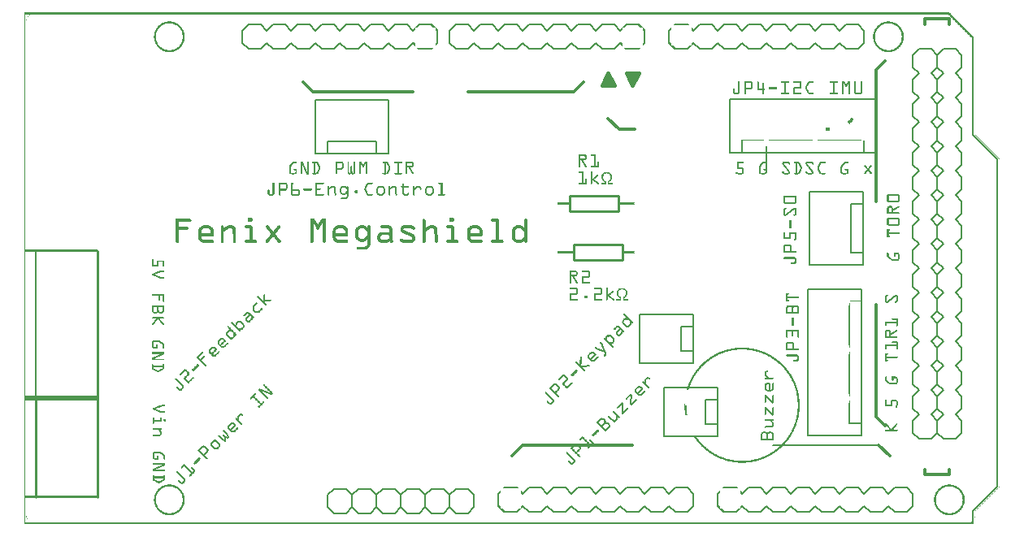
<source format=gto>
G04 MADE WITH FRITZING*
G04 WWW.FRITZING.ORG*
G04 DOUBLE SIDED*
G04 HOLES PLATED*
G04 CONTOUR ON CENTER OF CONTOUR VECTOR*
%ASAXBY*%
%FSLAX23Y23*%
%MOIN*%
%OFA0B0*%
%SFA1.0B1.0*%
%ADD10C,0.005000*%
%ADD11C,0.012000*%
%ADD12C,0.008000*%
%ADD13C,0.016000*%
%ADD14C,0.010417*%
%ADD15C,0.010000*%
%ADD16R,0.001000X0.001000*%
%LNSILK1*%
G90*
G70*
G54D10*
X2894Y1752D02*
X2894Y1532D01*
D02*
X3494Y1752D02*
X3494Y1532D01*
D02*
X3494Y1752D02*
X2894Y1752D01*
D02*
X3494Y1532D02*
X3444Y1532D01*
D02*
X3444Y1532D02*
X2944Y1532D01*
D02*
X2944Y1532D02*
X2894Y1532D01*
D02*
X2944Y1532D02*
X2944Y1582D01*
D02*
X3214Y372D02*
X3434Y372D01*
D02*
X3214Y972D02*
X3434Y972D01*
D02*
X3214Y972D02*
X3214Y372D01*
D02*
X3434Y972D02*
X3434Y922D01*
D02*
X3434Y922D02*
X3434Y422D01*
D02*
X3434Y422D02*
X3434Y372D01*
D02*
X3434Y422D02*
X3384Y422D01*
G54D11*
D02*
X3694Y231D02*
X3694Y211D01*
D02*
X3694Y211D02*
X3794Y211D01*
D02*
X3794Y211D02*
X3794Y231D01*
D02*
X3694Y2056D02*
X3694Y2081D01*
D02*
X3694Y2081D02*
X3794Y2081D01*
D02*
X3794Y2081D02*
X3794Y2056D01*
D02*
X1819Y1781D02*
X2254Y1781D01*
D02*
X2254Y1781D02*
X2294Y1821D01*
D02*
X1594Y1781D02*
X1184Y1781D01*
D02*
X1184Y1781D02*
X1144Y1821D01*
D02*
X2394Y1671D02*
X2439Y1626D01*
D02*
X2439Y1626D02*
X2504Y1626D01*
G54D12*
D02*
X3069Y331D02*
X3504Y331D01*
G54D11*
D02*
X3504Y331D02*
X3549Y286D01*
D02*
X2494Y331D02*
X2044Y331D01*
D02*
X2044Y331D02*
X1999Y286D01*
D02*
X3494Y906D02*
X3494Y446D01*
D02*
X3494Y446D02*
X3529Y411D01*
D02*
X3494Y1331D02*
X3494Y1871D01*
D02*
X3494Y1871D02*
X3529Y1906D01*
G54D13*
D02*
X2369Y1806D02*
X2394Y1856D01*
D02*
X2394Y1856D02*
X2419Y1806D01*
D02*
X2394Y1806D02*
X2369Y1806D01*
D02*
X2369Y1806D02*
X2394Y1831D01*
D02*
X2394Y1831D02*
X2394Y1806D01*
D02*
X2394Y1806D02*
X2419Y1806D01*
D02*
X2419Y1806D02*
X2394Y1831D01*
D02*
X2469Y1856D02*
X2494Y1856D01*
D02*
X2519Y1856D02*
X2494Y1806D01*
D02*
X2494Y1806D02*
X2469Y1856D01*
D02*
X2469Y1856D02*
X2494Y1831D01*
D02*
X2494Y1831D02*
X2519Y1856D01*
D02*
X2519Y1856D02*
X2494Y1856D01*
D02*
X2494Y1856D02*
X2494Y1831D01*
G54D12*
D02*
X3044Y1456D02*
X3044Y1556D01*
D02*
X1019Y1956D02*
X994Y1981D01*
D02*
X994Y2031D02*
X1019Y2056D01*
D02*
X1194Y1981D02*
X1169Y1956D01*
D02*
X1169Y1956D02*
X1119Y1956D01*
D02*
X1119Y1956D02*
X1094Y1981D01*
D02*
X1094Y2031D02*
X1119Y2056D01*
D02*
X1169Y2056D02*
X1194Y2031D01*
D02*
X1069Y1956D02*
X1094Y1981D01*
D02*
X1094Y2031D02*
X1069Y2056D01*
D02*
X1019Y2056D02*
X1069Y2056D01*
D02*
X1369Y1956D02*
X1319Y1956D01*
D02*
X1319Y1956D02*
X1294Y1981D01*
D02*
X1294Y2031D02*
X1319Y2056D01*
D02*
X1294Y1981D02*
X1269Y1956D01*
D02*
X1219Y1956D02*
X1194Y1981D01*
D02*
X1194Y2031D02*
X1219Y2056D01*
D02*
X1219Y2056D02*
X1269Y2056D01*
D02*
X1269Y2056D02*
X1294Y2031D01*
D02*
X1494Y1981D02*
X1469Y1956D01*
D02*
X1419Y1956D02*
X1394Y1981D01*
D02*
X1394Y2031D02*
X1419Y2056D01*
D02*
X1419Y2056D02*
X1469Y2056D01*
D02*
X1469Y2056D02*
X1494Y2031D01*
D02*
X1369Y1956D02*
X1394Y1981D01*
D02*
X1394Y2031D02*
X1369Y2056D01*
D02*
X1594Y1981D02*
X1569Y1956D01*
D02*
X1569Y1956D02*
X1519Y1956D01*
D02*
X1519Y1956D02*
X1494Y1981D01*
D02*
X1494Y2031D02*
X1519Y2056D01*
D02*
X1569Y2056D02*
X1594Y2031D01*
D02*
X1694Y1981D02*
X1694Y2031D01*
D02*
X1619Y2056D02*
X1669Y2056D01*
D02*
X969Y1956D02*
X919Y1956D01*
D02*
X919Y1956D02*
X894Y1981D01*
D02*
X894Y1981D02*
X894Y2031D01*
D02*
X894Y2031D02*
X919Y2056D01*
D02*
X969Y1956D02*
X994Y1981D01*
D02*
X994Y2031D02*
X969Y2056D01*
D02*
X1869Y1956D02*
X1844Y1981D01*
D02*
X1844Y2031D02*
X1869Y2056D01*
D02*
X2044Y1981D02*
X2019Y1956D01*
D02*
X2019Y1956D02*
X1969Y1956D01*
D02*
X1969Y1956D02*
X1944Y1981D01*
D02*
X1944Y2031D02*
X1969Y2056D01*
D02*
X2019Y2056D02*
X2044Y2031D01*
D02*
X1919Y1956D02*
X1944Y1981D01*
D02*
X1944Y2031D02*
X1919Y2056D01*
D02*
X1869Y2056D02*
X1919Y2056D01*
D02*
X2219Y1956D02*
X2169Y1956D01*
D02*
X2169Y1956D02*
X2144Y1981D01*
D02*
X2144Y2031D02*
X2169Y2056D01*
D02*
X2144Y1981D02*
X2119Y1956D01*
D02*
X2069Y1956D02*
X2044Y1981D01*
D02*
X2044Y2031D02*
X2069Y2056D01*
D02*
X2069Y2056D02*
X2119Y2056D01*
D02*
X2119Y2056D02*
X2144Y2031D01*
D02*
X2344Y1981D02*
X2319Y1956D01*
D02*
X2269Y1956D02*
X2244Y1981D01*
D02*
X2244Y2031D02*
X2269Y2056D01*
D02*
X2269Y2056D02*
X2319Y2056D01*
D02*
X2319Y2056D02*
X2344Y2031D01*
D02*
X2219Y1956D02*
X2244Y1981D01*
D02*
X2244Y2031D02*
X2219Y2056D01*
D02*
X2444Y1981D02*
X2419Y1956D01*
D02*
X2419Y1956D02*
X2369Y1956D01*
D02*
X2369Y1956D02*
X2344Y1981D01*
D02*
X2344Y2031D02*
X2369Y2056D01*
D02*
X2419Y2056D02*
X2444Y2031D01*
D02*
X2544Y1981D02*
X2544Y2031D01*
D02*
X2469Y2056D02*
X2519Y2056D01*
D02*
X1819Y1956D02*
X1769Y1956D01*
D02*
X1769Y1956D02*
X1744Y1981D01*
D02*
X1744Y1981D02*
X1744Y2031D01*
D02*
X1744Y2031D02*
X1769Y2056D01*
D02*
X1819Y1956D02*
X1844Y1981D01*
D02*
X1844Y2031D02*
X1819Y2056D01*
D02*
X3319Y2056D02*
X3344Y2031D01*
D02*
X3344Y1981D02*
X3319Y1956D01*
D02*
X3144Y2031D02*
X3169Y2056D01*
D02*
X3169Y2056D02*
X3219Y2056D01*
D02*
X3219Y2056D02*
X3244Y2031D01*
D02*
X3244Y1981D02*
X3219Y1956D01*
D02*
X3169Y1956D02*
X3144Y1981D01*
D02*
X3269Y2056D02*
X3244Y2031D01*
D02*
X3244Y1981D02*
X3269Y1956D01*
D02*
X3319Y1956D02*
X3269Y1956D01*
D02*
X2969Y2056D02*
X3019Y2056D01*
D02*
X3019Y2056D02*
X3044Y2031D01*
D02*
X3044Y1981D02*
X3019Y1956D01*
D02*
X3044Y2031D02*
X3069Y2056D01*
D02*
X3119Y2056D02*
X3144Y2031D01*
D02*
X3144Y1981D02*
X3119Y1956D01*
D02*
X3119Y1956D02*
X3069Y1956D01*
D02*
X3069Y1956D02*
X3044Y1981D01*
D02*
X2844Y2031D02*
X2869Y2056D01*
D02*
X2919Y2056D02*
X2944Y2031D01*
D02*
X2944Y1981D02*
X2919Y1956D01*
D02*
X2919Y1956D02*
X2869Y1956D01*
D02*
X2869Y1956D02*
X2844Y1981D01*
D02*
X2969Y2056D02*
X2944Y2031D01*
D02*
X2944Y1981D02*
X2969Y1956D01*
D02*
X2744Y2031D02*
X2769Y2056D01*
D02*
X2769Y2056D02*
X2819Y2056D01*
D02*
X2819Y2056D02*
X2844Y2031D01*
D02*
X2844Y1981D02*
X2819Y1956D01*
D02*
X2769Y1956D02*
X2744Y1981D01*
D02*
X2644Y2031D02*
X2644Y1981D01*
D02*
X2719Y1956D02*
X2669Y1956D01*
D02*
X3369Y2056D02*
X3419Y2056D01*
D02*
X3419Y2056D02*
X3444Y2031D01*
D02*
X3444Y2031D02*
X3444Y1981D01*
D02*
X3444Y1981D02*
X3419Y1956D01*
D02*
X3369Y2056D02*
X3344Y2031D01*
D02*
X3344Y1981D02*
X3369Y1956D01*
D02*
X3519Y156D02*
X3544Y131D01*
D02*
X3544Y81D02*
X3519Y56D01*
D02*
X3344Y131D02*
X3369Y156D01*
D02*
X3369Y156D02*
X3419Y156D01*
D02*
X3419Y156D02*
X3444Y131D01*
D02*
X3444Y81D02*
X3419Y56D01*
D02*
X3369Y56D02*
X3344Y81D01*
D02*
X3469Y156D02*
X3444Y131D01*
D02*
X3444Y81D02*
X3469Y56D01*
D02*
X3519Y56D02*
X3469Y56D01*
D02*
X3169Y156D02*
X3219Y156D01*
D02*
X3219Y156D02*
X3244Y131D01*
D02*
X3244Y81D02*
X3219Y56D01*
D02*
X3244Y131D02*
X3269Y156D01*
D02*
X3319Y156D02*
X3344Y131D01*
D02*
X3344Y81D02*
X3319Y56D01*
D02*
X3319Y56D02*
X3269Y56D01*
D02*
X3269Y56D02*
X3244Y81D01*
D02*
X3044Y131D02*
X3069Y156D01*
D02*
X3119Y156D02*
X3144Y131D01*
D02*
X3144Y81D02*
X3119Y56D01*
D02*
X3119Y56D02*
X3069Y56D01*
D02*
X3069Y56D02*
X3044Y81D01*
D02*
X3169Y156D02*
X3144Y131D01*
D02*
X3144Y81D02*
X3169Y56D01*
D02*
X2944Y131D02*
X2969Y156D01*
D02*
X2969Y156D02*
X3019Y156D01*
D02*
X3019Y156D02*
X3044Y131D01*
D02*
X3044Y81D02*
X3019Y56D01*
D02*
X2969Y56D02*
X2944Y81D01*
D02*
X2844Y131D02*
X2844Y81D01*
D02*
X2919Y56D02*
X2869Y56D01*
D02*
X3569Y156D02*
X3619Y156D01*
D02*
X3619Y156D02*
X3644Y131D01*
D02*
X3644Y131D02*
X3644Y81D01*
D02*
X3644Y81D02*
X3619Y56D01*
D02*
X3569Y156D02*
X3544Y131D01*
D02*
X3544Y81D02*
X3569Y56D01*
D02*
X2619Y156D02*
X2644Y131D01*
D02*
X2644Y81D02*
X2619Y56D01*
D02*
X2444Y131D02*
X2469Y156D01*
D02*
X2469Y156D02*
X2519Y156D01*
D02*
X2519Y156D02*
X2544Y131D01*
D02*
X2544Y81D02*
X2519Y56D01*
D02*
X2469Y56D02*
X2444Y81D01*
D02*
X2569Y156D02*
X2544Y131D01*
D02*
X2544Y81D02*
X2569Y56D01*
D02*
X2619Y56D02*
X2569Y56D01*
D02*
X2269Y156D02*
X2319Y156D01*
D02*
X2319Y156D02*
X2344Y131D01*
D02*
X2344Y81D02*
X2319Y56D01*
D02*
X2344Y131D02*
X2369Y156D01*
D02*
X2419Y156D02*
X2444Y131D01*
D02*
X2444Y81D02*
X2419Y56D01*
D02*
X2419Y56D02*
X2369Y56D01*
D02*
X2369Y56D02*
X2344Y81D01*
D02*
X2144Y131D02*
X2169Y156D01*
D02*
X2219Y156D02*
X2244Y131D01*
D02*
X2244Y81D02*
X2219Y56D01*
D02*
X2219Y56D02*
X2169Y56D01*
D02*
X2169Y56D02*
X2144Y81D01*
D02*
X2269Y156D02*
X2244Y131D01*
D02*
X2244Y81D02*
X2269Y56D01*
D02*
X2044Y131D02*
X2069Y156D01*
D02*
X2069Y156D02*
X2119Y156D01*
D02*
X2119Y156D02*
X2144Y131D01*
D02*
X2144Y81D02*
X2119Y56D01*
D02*
X2069Y56D02*
X2044Y81D01*
D02*
X1944Y131D02*
X1944Y81D01*
D02*
X2019Y56D02*
X1969Y56D01*
D02*
X2669Y156D02*
X2719Y156D01*
D02*
X2719Y156D02*
X2744Y131D01*
D02*
X2744Y131D02*
X2744Y81D01*
D02*
X2744Y81D02*
X2719Y56D01*
D02*
X2669Y156D02*
X2644Y131D01*
D02*
X2644Y81D02*
X2669Y56D01*
D02*
X3744Y1031D02*
X3769Y1056D01*
D02*
X3819Y1056D02*
X3844Y1031D01*
D02*
X3769Y856D02*
X3744Y881D01*
D02*
X3744Y931D02*
X3769Y956D01*
D02*
X3819Y956D02*
X3844Y931D01*
D02*
X3844Y881D02*
X3819Y856D01*
D02*
X3744Y981D02*
X3769Y956D01*
D02*
X3819Y956D02*
X3844Y981D01*
D02*
X3844Y1031D02*
X3844Y981D01*
D02*
X3744Y731D02*
X3769Y756D01*
D02*
X3819Y756D02*
X3844Y731D01*
D02*
X3769Y756D02*
X3744Y781D01*
D02*
X3744Y831D02*
X3769Y856D01*
D02*
X3819Y856D02*
X3844Y831D01*
D02*
X3844Y831D02*
X3844Y781D01*
D02*
X3844Y781D02*
X3819Y756D01*
D02*
X3769Y556D02*
X3744Y581D01*
D02*
X3744Y631D02*
X3769Y656D01*
D02*
X3819Y656D02*
X3844Y631D01*
D02*
X3844Y631D02*
X3844Y581D01*
D02*
X3844Y581D02*
X3819Y556D01*
D02*
X3744Y681D02*
X3769Y656D01*
D02*
X3819Y656D02*
X3844Y681D01*
D02*
X3744Y431D02*
X3769Y456D01*
D02*
X3819Y456D02*
X3844Y431D01*
D02*
X3769Y456D02*
X3744Y481D01*
D02*
X3744Y531D02*
X3769Y556D01*
D02*
X3819Y556D02*
X3844Y531D01*
D02*
X3844Y481D02*
X3819Y456D01*
D02*
X3769Y356D02*
X3819Y356D01*
D02*
X3744Y381D02*
X3769Y356D01*
D02*
X3819Y356D02*
X3844Y381D01*
D02*
X3844Y431D02*
X3844Y381D01*
D02*
X3744Y1731D02*
X3769Y1756D01*
D02*
X3819Y1756D02*
X3844Y1731D01*
D02*
X3769Y1556D02*
X3744Y1581D01*
D02*
X3744Y1631D02*
X3769Y1656D01*
D02*
X3819Y1656D02*
X3844Y1631D01*
D02*
X3844Y1631D02*
X3844Y1581D01*
D02*
X3844Y1581D02*
X3819Y1556D01*
D02*
X3744Y1681D02*
X3769Y1656D01*
D02*
X3819Y1656D02*
X3844Y1681D01*
D02*
X3744Y1431D02*
X3769Y1456D01*
D02*
X3819Y1456D02*
X3844Y1431D01*
D02*
X3769Y1456D02*
X3744Y1481D01*
D02*
X3744Y1531D02*
X3769Y1556D01*
D02*
X3819Y1556D02*
X3844Y1531D01*
D02*
X3844Y1481D02*
X3819Y1456D01*
D02*
X3769Y1256D02*
X3744Y1281D01*
D02*
X3744Y1331D02*
X3769Y1356D01*
D02*
X3819Y1356D02*
X3844Y1331D01*
D02*
X3844Y1281D02*
X3819Y1256D01*
D02*
X3744Y1381D02*
X3769Y1356D01*
D02*
X3819Y1356D02*
X3844Y1381D01*
D02*
X3844Y1431D02*
X3844Y1381D01*
D02*
X3744Y1131D02*
X3769Y1156D01*
D02*
X3819Y1156D02*
X3844Y1131D01*
D02*
X3769Y1156D02*
X3744Y1181D01*
D02*
X3744Y1231D02*
X3769Y1256D01*
D02*
X3819Y1256D02*
X3844Y1231D01*
D02*
X3844Y1231D02*
X3844Y1181D01*
D02*
X3844Y1181D02*
X3819Y1156D01*
D02*
X3744Y1081D02*
X3769Y1056D01*
D02*
X3819Y1056D02*
X3844Y1081D01*
D02*
X3744Y1781D02*
X3769Y1756D01*
D02*
X3744Y1831D02*
X3769Y1856D01*
D02*
X3819Y1856D02*
X3844Y1831D01*
D02*
X3844Y1831D02*
X3844Y1781D01*
D02*
X3819Y1756D02*
X3844Y1781D01*
D02*
X3744Y1881D02*
X3769Y1856D01*
D02*
X3744Y1931D02*
X3769Y1956D01*
D02*
X3769Y1956D02*
X3819Y1956D01*
D02*
X3819Y1956D02*
X3844Y1931D01*
D02*
X3819Y1856D02*
X3844Y1881D01*
D02*
X3644Y1031D02*
X3669Y1056D01*
D02*
X3719Y1056D02*
X3744Y1031D01*
D02*
X3669Y856D02*
X3644Y881D01*
D02*
X3644Y881D02*
X3644Y931D01*
D02*
X3644Y931D02*
X3669Y956D01*
D02*
X3719Y956D02*
X3744Y931D01*
D02*
X3744Y881D02*
X3719Y856D01*
D02*
X3644Y981D02*
X3669Y956D01*
D02*
X3719Y956D02*
X3744Y981D01*
D02*
X3644Y681D02*
X3644Y731D01*
D02*
X3644Y731D02*
X3669Y756D01*
D02*
X3719Y756D02*
X3744Y731D01*
D02*
X3669Y756D02*
X3644Y781D01*
D02*
X3644Y831D02*
X3669Y856D01*
D02*
X3719Y856D02*
X3744Y831D01*
D02*
X3744Y781D02*
X3719Y756D01*
D02*
X3669Y556D02*
X3644Y581D01*
D02*
X3644Y631D02*
X3669Y656D01*
D02*
X3719Y656D02*
X3744Y631D01*
D02*
X3744Y581D02*
X3719Y556D01*
D02*
X3644Y681D02*
X3669Y656D01*
D02*
X3719Y656D02*
X3744Y681D01*
D02*
X3644Y431D02*
X3669Y456D01*
D02*
X3719Y456D02*
X3744Y431D01*
D02*
X3669Y456D02*
X3644Y481D01*
D02*
X3644Y481D02*
X3644Y531D01*
D02*
X3644Y531D02*
X3669Y556D01*
D02*
X3719Y556D02*
X3744Y531D01*
D02*
X3744Y481D02*
X3719Y456D01*
D02*
X3669Y356D02*
X3719Y356D01*
D02*
X3644Y381D02*
X3669Y356D01*
D02*
X3719Y356D02*
X3744Y381D01*
D02*
X3644Y1681D02*
X3644Y1731D01*
D02*
X3644Y1731D02*
X3669Y1756D01*
D02*
X3719Y1756D02*
X3744Y1731D01*
D02*
X3669Y1556D02*
X3644Y1581D01*
D02*
X3644Y1631D02*
X3669Y1656D01*
D02*
X3719Y1656D02*
X3744Y1631D01*
D02*
X3744Y1581D02*
X3719Y1556D01*
D02*
X3644Y1681D02*
X3669Y1656D01*
D02*
X3719Y1656D02*
X3744Y1681D01*
D02*
X3644Y1431D02*
X3669Y1456D01*
D02*
X3719Y1456D02*
X3744Y1431D01*
D02*
X3669Y1456D02*
X3644Y1481D01*
D02*
X3644Y1481D02*
X3644Y1531D01*
D02*
X3644Y1531D02*
X3669Y1556D01*
D02*
X3719Y1556D02*
X3744Y1531D01*
D02*
X3744Y1481D02*
X3719Y1456D01*
D02*
X3669Y1256D02*
X3644Y1281D01*
D02*
X3644Y1281D02*
X3644Y1331D01*
D02*
X3644Y1331D02*
X3669Y1356D01*
D02*
X3719Y1356D02*
X3744Y1331D01*
D02*
X3744Y1281D02*
X3719Y1256D01*
D02*
X3644Y1381D02*
X3669Y1356D01*
D02*
X3719Y1356D02*
X3744Y1381D01*
D02*
X3644Y1081D02*
X3644Y1131D01*
D02*
X3644Y1131D02*
X3669Y1156D01*
D02*
X3719Y1156D02*
X3744Y1131D01*
D02*
X3669Y1156D02*
X3644Y1181D01*
D02*
X3644Y1231D02*
X3669Y1256D01*
D02*
X3719Y1256D02*
X3744Y1231D01*
D02*
X3744Y1181D02*
X3719Y1156D01*
D02*
X3644Y1081D02*
X3669Y1056D01*
D02*
X3719Y1056D02*
X3744Y1081D01*
D02*
X3644Y1781D02*
X3669Y1756D01*
D02*
X3644Y1831D02*
X3669Y1856D01*
D02*
X3719Y1856D02*
X3744Y1831D01*
D02*
X3719Y1756D02*
X3744Y1781D01*
D02*
X3644Y1881D02*
X3669Y1856D01*
D02*
X3644Y1881D02*
X3644Y1931D01*
D02*
X3644Y1931D02*
X3669Y1956D01*
D02*
X3669Y1956D02*
X3719Y1956D01*
D02*
X3719Y1956D02*
X3744Y1931D01*
D02*
X3719Y1856D02*
X3744Y1881D01*
D02*
X1244Y126D02*
X1269Y151D01*
D02*
X1319Y151D02*
X1344Y126D01*
D02*
X1344Y126D02*
X1369Y151D01*
D02*
X1369Y151D02*
X1419Y151D01*
D02*
X1419Y151D02*
X1444Y126D01*
D02*
X1444Y126D02*
X1469Y151D01*
D02*
X1519Y151D02*
X1544Y126D01*
D02*
X1544Y126D02*
X1569Y151D01*
D02*
X1569Y151D02*
X1619Y151D01*
D02*
X1619Y151D02*
X1644Y126D01*
D02*
X1644Y126D02*
X1669Y151D01*
D02*
X1719Y151D02*
X1744Y126D01*
D02*
X1744Y126D02*
X1769Y151D01*
D02*
X1769Y151D02*
X1819Y151D01*
D02*
X1819Y151D02*
X1844Y126D01*
D02*
X1844Y126D02*
X1844Y76D01*
D02*
X1844Y76D02*
X1819Y51D01*
D02*
X1769Y51D02*
X1744Y76D01*
D02*
X1744Y76D02*
X1719Y51D01*
D02*
X1719Y51D02*
X1669Y51D01*
D02*
X1669Y51D02*
X1644Y76D01*
D02*
X1644Y76D02*
X1619Y51D01*
D02*
X1569Y51D02*
X1544Y76D01*
D02*
X1544Y76D02*
X1519Y51D01*
D02*
X1519Y51D02*
X1469Y51D01*
D02*
X1469Y51D02*
X1444Y76D01*
D02*
X1444Y76D02*
X1419Y51D01*
D02*
X1369Y51D02*
X1344Y76D01*
D02*
X1344Y76D02*
X1319Y51D01*
D02*
X1319Y51D02*
X1269Y51D01*
D02*
X1269Y51D02*
X1244Y76D01*
D02*
X1244Y76D02*
X1244Y126D01*
D02*
X1344Y126D02*
X1344Y76D01*
D02*
X1444Y126D02*
X1444Y76D01*
D02*
X1544Y126D02*
X1544Y76D01*
D02*
X1644Y126D02*
X1644Y76D01*
D02*
X1744Y126D02*
X1744Y76D01*
G54D14*
D02*
X299Y117D02*
X299Y528D01*
D02*
X46Y528D02*
X46Y117D01*
G54D15*
D02*
X299Y517D02*
X299Y1127D01*
G54D10*
D02*
X46Y1127D02*
X46Y517D01*
D02*
X2524Y667D02*
X2744Y667D01*
D02*
X2524Y867D02*
X2744Y867D01*
D02*
X2524Y867D02*
X2524Y667D01*
D02*
X2744Y867D02*
X2744Y817D01*
D02*
X2744Y817D02*
X2744Y717D01*
D02*
X2744Y717D02*
X2744Y667D01*
D02*
X2744Y717D02*
X2694Y717D01*
D02*
X2694Y717D02*
X2694Y817D01*
D02*
X2694Y817D02*
X2744Y817D01*
D02*
X3219Y1072D02*
X3439Y1072D01*
D02*
X3219Y1372D02*
X3439Y1372D01*
D02*
X3219Y1372D02*
X3219Y1072D01*
D02*
X3439Y1372D02*
X3439Y1322D01*
D02*
X3439Y1322D02*
X3439Y1122D01*
D02*
X3439Y1122D02*
X3439Y1072D01*
D02*
X3439Y1122D02*
X3389Y1122D01*
D02*
X3389Y1122D02*
X3389Y1322D01*
D02*
X3389Y1322D02*
X3439Y1322D01*
D02*
X2624Y367D02*
X2844Y367D01*
D02*
X2624Y567D02*
X2844Y567D01*
D02*
X2624Y567D02*
X2624Y367D01*
D02*
X2844Y567D02*
X2844Y517D01*
D02*
X2844Y517D02*
X2844Y417D01*
D02*
X2844Y417D02*
X2844Y367D01*
D02*
X2844Y417D02*
X2794Y417D01*
D02*
X2794Y417D02*
X2794Y517D01*
D02*
X2794Y517D02*
X2844Y517D01*
D02*
X1194Y1747D02*
X1194Y1527D01*
D02*
X1494Y1747D02*
X1494Y1527D01*
D02*
X1494Y1747D02*
X1194Y1747D01*
D02*
X1494Y1527D02*
X1444Y1527D01*
D02*
X1444Y1527D02*
X1244Y1527D01*
D02*
X1244Y1527D02*
X1194Y1527D01*
D02*
X1244Y1527D02*
X1244Y1577D01*
D02*
X1244Y1577D02*
X1444Y1577D01*
D02*
X1444Y1577D02*
X1444Y1527D01*
G54D15*
D02*
X2254Y1155D02*
X2454Y1155D01*
D02*
X2454Y1155D02*
X2454Y1089D01*
D02*
X2454Y1089D02*
X2254Y1089D01*
D02*
X2254Y1089D02*
X2254Y1155D01*
D02*
X2435Y1289D02*
X2235Y1289D01*
D02*
X2235Y1289D02*
X2235Y1355D01*
D02*
X2235Y1355D02*
X2435Y1355D01*
D02*
X2435Y1355D02*
X2435Y1289D01*
G54D16*
X0Y2106D02*
X3791Y2106D01*
X0Y2105D02*
X3792Y2105D01*
X0Y2104D02*
X3793Y2104D01*
X0Y2103D02*
X3794Y2103D01*
X0Y2102D02*
X3800Y2102D01*
X0Y2101D02*
X3796Y2101D01*
X3800Y2101D02*
X3801Y2101D01*
X0Y2100D02*
X3797Y2100D01*
X3801Y2100D02*
X3802Y2100D01*
X0Y2099D02*
X3798Y2099D01*
X3802Y2099D02*
X3803Y2099D01*
X0Y2098D02*
X1Y2098D01*
X24Y2098D02*
X25Y2098D01*
X3789Y2098D02*
X3799Y2098D01*
X3803Y2098D02*
X3804Y2098D01*
X0Y2097D02*
X1Y2097D01*
X23Y2097D02*
X24Y2097D01*
X3790Y2097D02*
X3800Y2097D01*
X3804Y2097D02*
X3805Y2097D01*
X0Y2096D02*
X1Y2096D01*
X21Y2096D02*
X22Y2096D01*
X3791Y2096D02*
X3801Y2096D01*
X3805Y2096D02*
X3806Y2096D01*
X0Y2095D02*
X1Y2095D01*
X20Y2095D02*
X21Y2095D01*
X3792Y2095D02*
X3802Y2095D01*
X3806Y2095D02*
X3807Y2095D01*
X0Y2094D02*
X1Y2094D01*
X19Y2094D02*
X19Y2094D01*
X3793Y2094D02*
X3803Y2094D01*
X3807Y2094D02*
X3808Y2094D01*
X0Y2093D02*
X1Y2093D01*
X18Y2093D02*
X18Y2093D01*
X3794Y2093D02*
X3804Y2093D01*
X3808Y2093D02*
X3809Y2093D01*
X0Y2092D02*
X1Y2092D01*
X17Y2092D02*
X17Y2092D01*
X3795Y2092D02*
X3805Y2092D01*
X3809Y2092D02*
X3810Y2092D01*
X0Y2091D02*
X1Y2091D01*
X16Y2091D02*
X16Y2091D01*
X3796Y2091D02*
X3806Y2091D01*
X3810Y2091D02*
X3811Y2091D01*
X0Y2090D02*
X1Y2090D01*
X15Y2090D02*
X15Y2090D01*
X3797Y2090D02*
X3807Y2090D01*
X3811Y2090D02*
X3812Y2090D01*
X0Y2089D02*
X1Y2089D01*
X14Y2089D02*
X15Y2089D01*
X3798Y2089D02*
X3808Y2089D01*
X3812Y2089D02*
X3813Y2089D01*
X0Y2088D02*
X1Y2088D01*
X14Y2088D02*
X14Y2088D01*
X3799Y2088D02*
X3809Y2088D01*
X3813Y2088D02*
X3814Y2088D01*
X0Y2087D02*
X1Y2087D01*
X13Y2087D02*
X13Y2087D01*
X3800Y2087D02*
X3810Y2087D01*
X3814Y2087D02*
X3815Y2087D01*
X0Y2086D02*
X1Y2086D01*
X12Y2086D02*
X12Y2086D01*
X3801Y2086D02*
X3811Y2086D01*
X3815Y2086D02*
X3816Y2086D01*
X0Y2085D02*
X1Y2085D01*
X12Y2085D02*
X12Y2085D01*
X3802Y2085D02*
X3812Y2085D01*
X3816Y2085D02*
X3817Y2085D01*
X0Y2084D02*
X1Y2084D01*
X11Y2084D02*
X11Y2084D01*
X3803Y2084D02*
X3813Y2084D01*
X3817Y2084D02*
X3818Y2084D01*
X0Y2083D02*
X1Y2083D01*
X11Y2083D02*
X11Y2083D01*
X3804Y2083D02*
X3814Y2083D01*
X3819Y2083D02*
X3819Y2083D01*
X0Y2082D02*
X1Y2082D01*
X10Y2082D02*
X10Y2082D01*
X3805Y2082D02*
X3815Y2082D01*
X3820Y2082D02*
X3820Y2082D01*
X0Y2081D02*
X1Y2081D01*
X10Y2081D02*
X10Y2081D01*
X3806Y2081D02*
X3816Y2081D01*
X3821Y2081D02*
X3821Y2081D01*
X0Y2080D02*
X1Y2080D01*
X9Y2080D02*
X9Y2080D01*
X3807Y2080D02*
X3817Y2080D01*
X3822Y2080D02*
X3822Y2080D01*
X0Y2079D02*
X1Y2079D01*
X9Y2079D02*
X9Y2079D01*
X3808Y2079D02*
X3818Y2079D01*
X3823Y2079D02*
X3823Y2079D01*
X0Y2078D02*
X1Y2078D01*
X9Y2078D02*
X9Y2078D01*
X3809Y2078D02*
X3819Y2078D01*
X3824Y2078D02*
X3824Y2078D01*
X0Y2077D02*
X1Y2077D01*
X8Y2077D02*
X8Y2077D01*
X3810Y2077D02*
X3820Y2077D01*
X3825Y2077D02*
X3825Y2077D01*
X0Y2076D02*
X1Y2076D01*
X8Y2076D02*
X8Y2076D01*
X3811Y2076D02*
X3821Y2076D01*
X3826Y2076D02*
X3826Y2076D01*
X0Y2075D02*
X1Y2075D01*
X8Y2075D02*
X8Y2075D01*
X3812Y2075D02*
X3822Y2075D01*
X3827Y2075D02*
X3827Y2075D01*
X0Y2074D02*
X1Y2074D01*
X8Y2074D02*
X8Y2074D01*
X3813Y2074D02*
X3823Y2074D01*
X3828Y2074D02*
X3828Y2074D01*
X0Y2073D02*
X1Y2073D01*
X8Y2073D02*
X8Y2073D01*
X3814Y2073D02*
X3824Y2073D01*
X3829Y2073D02*
X3829Y2073D01*
X0Y2072D02*
X1Y2072D01*
X7Y2072D02*
X7Y2072D01*
X3815Y2072D02*
X3825Y2072D01*
X3830Y2072D02*
X3830Y2072D01*
X0Y2071D02*
X1Y2071D01*
X7Y2071D02*
X7Y2071D01*
X3816Y2071D02*
X3826Y2071D01*
X3831Y2071D02*
X3831Y2071D01*
X0Y2070D02*
X1Y2070D01*
X7Y2070D02*
X7Y2070D01*
X3817Y2070D02*
X3827Y2070D01*
X3832Y2070D02*
X3832Y2070D01*
X0Y2069D02*
X1Y2069D01*
X7Y2069D02*
X7Y2069D01*
X587Y2069D02*
X601Y2069D01*
X3536Y2069D02*
X3550Y2069D01*
X3818Y2069D02*
X3828Y2069D01*
X3833Y2069D02*
X3833Y2069D01*
X0Y2068D02*
X1Y2068D01*
X7Y2068D02*
X7Y2068D01*
X581Y2068D02*
X607Y2068D01*
X3530Y2068D02*
X3556Y2068D01*
X3819Y2068D02*
X3829Y2068D01*
X3834Y2068D02*
X3834Y2068D01*
X0Y2067D02*
X1Y2067D01*
X7Y2067D02*
X7Y2067D01*
X577Y2067D02*
X611Y2067D01*
X3526Y2067D02*
X3560Y2067D01*
X3820Y2067D02*
X3830Y2067D01*
X3835Y2067D02*
X3835Y2067D01*
X0Y2066D02*
X1Y2066D01*
X7Y2066D02*
X7Y2066D01*
X573Y2066D02*
X614Y2066D01*
X3523Y2066D02*
X3563Y2066D01*
X3821Y2066D02*
X3831Y2066D01*
X3836Y2066D02*
X3836Y2066D01*
X0Y2065D02*
X1Y2065D01*
X7Y2065D02*
X7Y2065D01*
X571Y2065D02*
X617Y2065D01*
X3520Y2065D02*
X3566Y2065D01*
X3822Y2065D02*
X3832Y2065D01*
X3837Y2065D02*
X3837Y2065D01*
X0Y2064D02*
X1Y2064D01*
X7Y2064D02*
X7Y2064D01*
X568Y2064D02*
X619Y2064D01*
X3518Y2064D02*
X3568Y2064D01*
X3823Y2064D02*
X3833Y2064D01*
X3838Y2064D02*
X3838Y2064D01*
X0Y2063D02*
X1Y2063D01*
X7Y2063D02*
X7Y2063D01*
X566Y2063D02*
X621Y2063D01*
X3516Y2063D02*
X3571Y2063D01*
X3824Y2063D02*
X3834Y2063D01*
X3839Y2063D02*
X3839Y2063D01*
X0Y2062D02*
X1Y2062D01*
X7Y2062D02*
X7Y2062D01*
X564Y2062D02*
X623Y2062D01*
X3514Y2062D02*
X3573Y2062D01*
X3825Y2062D02*
X3835Y2062D01*
X3840Y2062D02*
X3840Y2062D01*
X0Y2061D02*
X1Y2061D01*
X7Y2061D02*
X7Y2061D01*
X563Y2061D02*
X585Y2061D01*
X603Y2061D02*
X625Y2061D01*
X3512Y2061D02*
X3534Y2061D01*
X3552Y2061D02*
X3574Y2061D01*
X3826Y2061D02*
X3836Y2061D01*
X3841Y2061D02*
X3841Y2061D01*
X0Y2060D02*
X1Y2060D01*
X7Y2060D02*
X7Y2060D01*
X561Y2060D02*
X580Y2060D01*
X608Y2060D02*
X627Y2060D01*
X917Y2060D02*
X970Y2060D01*
X1117Y2060D02*
X1170Y2060D01*
X1317Y2060D02*
X1370Y2060D01*
X1517Y2060D02*
X1570Y2060D01*
X1617Y2060D02*
X1620Y2060D01*
X1667Y2060D02*
X1670Y2060D01*
X1767Y2060D02*
X1820Y2060D01*
X1967Y2060D02*
X2020Y2060D01*
X2167Y2060D02*
X2220Y2060D01*
X2367Y2060D02*
X2420Y2060D01*
X2467Y2060D02*
X2470Y2060D01*
X2517Y2060D02*
X2520Y2060D01*
X2667Y2060D02*
X2720Y2060D01*
X2867Y2060D02*
X2920Y2060D01*
X3067Y2060D02*
X3120Y2060D01*
X3267Y2060D02*
X3319Y2060D01*
X3510Y2060D02*
X3529Y2060D01*
X3557Y2060D02*
X3576Y2060D01*
X3827Y2060D02*
X3837Y2060D01*
X3842Y2060D02*
X3842Y2060D01*
X0Y2059D02*
X1Y2059D01*
X7Y2059D02*
X7Y2059D01*
X559Y2059D02*
X577Y2059D01*
X611Y2059D02*
X628Y2059D01*
X916Y2059D02*
X971Y2059D01*
X1116Y2059D02*
X1171Y2059D01*
X1316Y2059D02*
X1371Y2059D01*
X1516Y2059D02*
X1571Y2059D01*
X1616Y2059D02*
X1621Y2059D01*
X1666Y2059D02*
X1671Y2059D01*
X1766Y2059D02*
X1821Y2059D01*
X1966Y2059D02*
X2021Y2059D01*
X2166Y2059D02*
X2221Y2059D01*
X2366Y2059D02*
X2421Y2059D01*
X2466Y2059D02*
X2471Y2059D01*
X2516Y2059D02*
X2521Y2059D01*
X2666Y2059D02*
X2721Y2059D01*
X2866Y2059D02*
X2921Y2059D01*
X3066Y2059D02*
X3121Y2059D01*
X3266Y2059D02*
X3321Y2059D01*
X3509Y2059D02*
X3526Y2059D01*
X3560Y2059D02*
X3578Y2059D01*
X3828Y2059D02*
X3838Y2059D01*
X3843Y2059D02*
X3843Y2059D01*
X0Y2058D02*
X1Y2058D01*
X7Y2058D02*
X7Y2058D01*
X558Y2058D02*
X574Y2058D01*
X614Y2058D02*
X630Y2058D01*
X916Y2058D02*
X972Y2058D01*
X1116Y2058D02*
X1172Y2058D01*
X1315Y2058D02*
X1372Y2058D01*
X1515Y2058D02*
X1572Y2058D01*
X1615Y2058D02*
X1622Y2058D01*
X1665Y2058D02*
X1672Y2058D01*
X1765Y2058D02*
X1822Y2058D01*
X1965Y2058D02*
X2022Y2058D01*
X2165Y2058D02*
X2222Y2058D01*
X2365Y2058D02*
X2422Y2058D01*
X2465Y2058D02*
X2472Y2058D01*
X2515Y2058D02*
X2522Y2058D01*
X2665Y2058D02*
X2722Y2058D01*
X2865Y2058D02*
X2921Y2058D01*
X3065Y2058D02*
X3121Y2058D01*
X3265Y2058D02*
X3321Y2058D01*
X3507Y2058D02*
X3523Y2058D01*
X3563Y2058D02*
X3579Y2058D01*
X3829Y2058D02*
X3839Y2058D01*
X3844Y2058D02*
X3844Y2058D01*
X0Y2057D02*
X1Y2057D01*
X7Y2057D02*
X7Y2057D01*
X557Y2057D02*
X571Y2057D01*
X616Y2057D02*
X631Y2057D01*
X915Y2057D02*
X972Y2057D01*
X1115Y2057D02*
X1172Y2057D01*
X1315Y2057D02*
X1372Y2057D01*
X1515Y2057D02*
X1572Y2057D01*
X1614Y2057D02*
X1622Y2057D01*
X1665Y2057D02*
X1673Y2057D01*
X1765Y2057D02*
X1822Y2057D01*
X1965Y2057D02*
X2022Y2057D01*
X2165Y2057D02*
X2222Y2057D01*
X2365Y2057D02*
X2422Y2057D01*
X2464Y2057D02*
X2472Y2057D01*
X2515Y2057D02*
X2523Y2057D01*
X2664Y2057D02*
X2723Y2057D01*
X2865Y2057D02*
X2922Y2057D01*
X3065Y2057D02*
X3122Y2057D01*
X3265Y2057D02*
X3322Y2057D01*
X3506Y2057D02*
X3521Y2057D01*
X3566Y2057D02*
X3580Y2057D01*
X3830Y2057D02*
X3840Y2057D01*
X3845Y2057D02*
X3845Y2057D01*
X0Y2056D02*
X1Y2056D01*
X7Y2056D02*
X7Y2056D01*
X555Y2056D02*
X569Y2056D01*
X618Y2056D02*
X632Y2056D01*
X915Y2056D02*
X972Y2056D01*
X1115Y2056D02*
X1172Y2056D01*
X1315Y2056D02*
X1372Y2056D01*
X1515Y2056D02*
X1572Y2056D01*
X1613Y2056D02*
X1622Y2056D01*
X1665Y2056D02*
X1674Y2056D01*
X1765Y2056D02*
X1822Y2056D01*
X1965Y2056D02*
X2022Y2056D01*
X2165Y2056D02*
X2222Y2056D01*
X2365Y2056D02*
X2422Y2056D01*
X2463Y2056D02*
X2472Y2056D01*
X2515Y2056D02*
X2524Y2056D01*
X2663Y2056D02*
X2724Y2056D01*
X2865Y2056D02*
X2922Y2056D01*
X3065Y2056D02*
X3122Y2056D01*
X3265Y2056D02*
X3322Y2056D01*
X3505Y2056D02*
X3519Y2056D01*
X3568Y2056D02*
X3582Y2056D01*
X3831Y2056D02*
X3841Y2056D01*
X3846Y2056D02*
X3846Y2056D01*
X0Y2055D02*
X1Y2055D01*
X7Y2055D02*
X7Y2055D01*
X554Y2055D02*
X567Y2055D01*
X620Y2055D02*
X634Y2055D01*
X916Y2055D02*
X972Y2055D01*
X1116Y2055D02*
X1172Y2055D01*
X1315Y2055D02*
X1372Y2055D01*
X1515Y2055D02*
X1572Y2055D01*
X1612Y2055D02*
X1622Y2055D01*
X1665Y2055D02*
X1675Y2055D01*
X1765Y2055D02*
X1822Y2055D01*
X1965Y2055D02*
X2022Y2055D01*
X2165Y2055D02*
X2222Y2055D01*
X2365Y2055D02*
X2422Y2055D01*
X2462Y2055D02*
X2472Y2055D01*
X2515Y2055D02*
X2525Y2055D01*
X2662Y2055D02*
X2725Y2055D01*
X2865Y2055D02*
X2921Y2055D01*
X3065Y2055D02*
X3121Y2055D01*
X3265Y2055D02*
X3321Y2055D01*
X3503Y2055D02*
X3517Y2055D01*
X3570Y2055D02*
X3583Y2055D01*
X3832Y2055D02*
X3842Y2055D01*
X3847Y2055D02*
X3847Y2055D01*
X0Y2054D02*
X1Y2054D01*
X7Y2054D02*
X7Y2054D01*
X553Y2054D02*
X565Y2054D01*
X622Y2054D02*
X635Y2054D01*
X916Y2054D02*
X971Y2054D01*
X1116Y2054D02*
X1171Y2054D01*
X1316Y2054D02*
X1371Y2054D01*
X1516Y2054D02*
X1571Y2054D01*
X1611Y2054D02*
X1621Y2054D01*
X1666Y2054D02*
X1676Y2054D01*
X1766Y2054D02*
X1821Y2054D01*
X1966Y2054D02*
X2021Y2054D01*
X2166Y2054D02*
X2221Y2054D01*
X2366Y2054D02*
X2421Y2054D01*
X2461Y2054D02*
X2471Y2054D01*
X2516Y2054D02*
X2526Y2054D01*
X2661Y2054D02*
X2726Y2054D01*
X2866Y2054D02*
X2921Y2054D01*
X3066Y2054D02*
X3121Y2054D01*
X3266Y2054D02*
X3321Y2054D01*
X3502Y2054D02*
X3515Y2054D01*
X3571Y2054D02*
X3584Y2054D01*
X3833Y2054D02*
X3843Y2054D01*
X3848Y2054D02*
X3848Y2054D01*
X0Y2053D02*
X1Y2053D01*
X7Y2053D02*
X7Y2053D01*
X552Y2053D02*
X564Y2053D01*
X624Y2053D02*
X636Y2053D01*
X917Y2053D02*
X937Y2053D01*
X950Y2053D02*
X970Y2053D01*
X1117Y2053D02*
X1137Y2053D01*
X1150Y2053D02*
X1170Y2053D01*
X1317Y2053D02*
X1337Y2053D01*
X1350Y2053D02*
X1370Y2053D01*
X1517Y2053D02*
X1537Y2053D01*
X1550Y2053D02*
X1570Y2053D01*
X1610Y2053D02*
X1620Y2053D01*
X1667Y2053D02*
X1677Y2053D01*
X1767Y2053D02*
X1787Y2053D01*
X1800Y2053D02*
X1820Y2053D01*
X1967Y2053D02*
X1987Y2053D01*
X2000Y2053D02*
X2020Y2053D01*
X2167Y2053D02*
X2187Y2053D01*
X2200Y2053D02*
X2220Y2053D01*
X2367Y2053D02*
X2387Y2053D01*
X2400Y2053D02*
X2420Y2053D01*
X2460Y2053D02*
X2470Y2053D01*
X2517Y2053D02*
X2527Y2053D01*
X2867Y2053D02*
X2887Y2053D01*
X2900Y2053D02*
X2920Y2053D01*
X3067Y2053D02*
X3087Y2053D01*
X3100Y2053D02*
X3120Y2053D01*
X3267Y2053D02*
X3287Y2053D01*
X3299Y2053D02*
X3319Y2053D01*
X3501Y2053D02*
X3513Y2053D01*
X3573Y2053D02*
X3585Y2053D01*
X3834Y2053D02*
X3844Y2053D01*
X3849Y2053D02*
X3849Y2053D01*
X0Y2052D02*
X1Y2052D01*
X7Y2052D02*
X7Y2052D01*
X551Y2052D02*
X562Y2052D01*
X625Y2052D02*
X637Y2052D01*
X1609Y2052D02*
X1619Y2052D01*
X1668Y2052D02*
X1678Y2052D01*
X2459Y2052D02*
X2469Y2052D01*
X2518Y2052D02*
X2528Y2052D01*
X3500Y2052D02*
X3512Y2052D01*
X3574Y2052D02*
X3586Y2052D01*
X3835Y2052D02*
X3845Y2052D01*
X3850Y2052D02*
X3850Y2052D01*
X0Y2051D02*
X1Y2051D01*
X7Y2051D02*
X7Y2051D01*
X550Y2051D02*
X561Y2051D01*
X627Y2051D02*
X638Y2051D01*
X1608Y2051D02*
X1618Y2051D01*
X1669Y2051D02*
X1679Y2051D01*
X2458Y2051D02*
X2468Y2051D01*
X2519Y2051D02*
X2529Y2051D01*
X3499Y2051D02*
X3510Y2051D01*
X3576Y2051D02*
X3587Y2051D01*
X3836Y2051D02*
X3846Y2051D01*
X3851Y2051D02*
X3851Y2051D01*
X0Y2050D02*
X1Y2050D01*
X7Y2050D02*
X7Y2050D01*
X549Y2050D02*
X560Y2050D01*
X628Y2050D02*
X639Y2050D01*
X1607Y2050D02*
X1617Y2050D01*
X1670Y2050D02*
X1680Y2050D01*
X2457Y2050D02*
X2467Y2050D01*
X2520Y2050D02*
X2530Y2050D01*
X3498Y2050D02*
X3509Y2050D01*
X3577Y2050D02*
X3588Y2050D01*
X3837Y2050D02*
X3847Y2050D01*
X3852Y2050D02*
X3852Y2050D01*
X0Y2049D02*
X1Y2049D01*
X7Y2049D02*
X7Y2049D01*
X548Y2049D02*
X558Y2049D01*
X629Y2049D02*
X640Y2049D01*
X1606Y2049D02*
X1616Y2049D01*
X1671Y2049D02*
X1681Y2049D01*
X2456Y2049D02*
X2466Y2049D01*
X2521Y2049D02*
X2531Y2049D01*
X3497Y2049D02*
X3508Y2049D01*
X3579Y2049D02*
X3589Y2049D01*
X3838Y2049D02*
X3848Y2049D01*
X3853Y2049D02*
X3853Y2049D01*
X0Y2048D02*
X1Y2048D01*
X7Y2048D02*
X7Y2048D01*
X547Y2048D02*
X557Y2048D01*
X630Y2048D02*
X641Y2048D01*
X1605Y2048D02*
X1615Y2048D01*
X1672Y2048D02*
X1682Y2048D01*
X2455Y2048D02*
X2465Y2048D01*
X2522Y2048D02*
X2532Y2048D01*
X3496Y2048D02*
X3507Y2048D01*
X3580Y2048D02*
X3590Y2048D01*
X3839Y2048D02*
X3849Y2048D01*
X3854Y2048D02*
X3854Y2048D01*
X0Y2047D02*
X1Y2047D01*
X7Y2047D02*
X7Y2047D01*
X546Y2047D02*
X556Y2047D01*
X632Y2047D02*
X641Y2047D01*
X1604Y2047D02*
X1614Y2047D01*
X1673Y2047D02*
X1683Y2047D01*
X2454Y2047D02*
X2464Y2047D01*
X2523Y2047D02*
X2533Y2047D01*
X3495Y2047D02*
X3505Y2047D01*
X3581Y2047D02*
X3591Y2047D01*
X3840Y2047D02*
X3850Y2047D01*
X3855Y2047D02*
X3855Y2047D01*
X0Y2046D02*
X1Y2046D01*
X7Y2046D02*
X7Y2046D01*
X545Y2046D02*
X555Y2046D01*
X633Y2046D02*
X642Y2046D01*
X1603Y2046D02*
X1613Y2046D01*
X1674Y2046D02*
X1684Y2046D01*
X2453Y2046D02*
X2463Y2046D01*
X2524Y2046D02*
X2534Y2046D01*
X3495Y2046D02*
X3504Y2046D01*
X3582Y2046D02*
X3592Y2046D01*
X3841Y2046D02*
X3851Y2046D01*
X3856Y2046D02*
X3856Y2046D01*
X0Y2045D02*
X1Y2045D01*
X7Y2045D02*
X7Y2045D01*
X545Y2045D02*
X554Y2045D01*
X634Y2045D02*
X643Y2045D01*
X1602Y2045D02*
X1612Y2045D01*
X1675Y2045D02*
X1685Y2045D01*
X2452Y2045D02*
X2462Y2045D01*
X2525Y2045D02*
X2535Y2045D01*
X3494Y2045D02*
X3503Y2045D01*
X3583Y2045D02*
X3592Y2045D01*
X3842Y2045D02*
X3852Y2045D01*
X3857Y2045D02*
X3857Y2045D01*
X0Y2044D02*
X1Y2044D01*
X7Y2044D02*
X7Y2044D01*
X544Y2044D02*
X553Y2044D01*
X635Y2044D02*
X644Y2044D01*
X1601Y2044D02*
X1611Y2044D01*
X1676Y2044D02*
X1686Y2044D01*
X2451Y2044D02*
X2461Y2044D01*
X2526Y2044D02*
X2536Y2044D01*
X2651Y2044D02*
X2651Y2044D01*
X2736Y2044D02*
X2736Y2044D01*
X3493Y2044D02*
X3502Y2044D01*
X3584Y2044D02*
X3593Y2044D01*
X3843Y2044D02*
X3853Y2044D01*
X3858Y2044D02*
X3858Y2044D01*
X0Y2043D02*
X1Y2043D01*
X7Y2043D02*
X7Y2043D01*
X543Y2043D02*
X552Y2043D01*
X635Y2043D02*
X645Y2043D01*
X1600Y2043D02*
X1601Y2043D01*
X1686Y2043D02*
X1687Y2043D01*
X2450Y2043D02*
X2451Y2043D01*
X2536Y2043D02*
X2537Y2043D01*
X2650Y2043D02*
X2651Y2043D01*
X2736Y2043D02*
X2737Y2043D01*
X3492Y2043D02*
X3501Y2043D01*
X3585Y2043D02*
X3594Y2043D01*
X3844Y2043D02*
X3854Y2043D01*
X3859Y2043D02*
X3859Y2043D01*
X0Y2042D02*
X1Y2042D01*
X7Y2042D02*
X7Y2042D01*
X542Y2042D02*
X551Y2042D01*
X636Y2042D02*
X645Y2042D01*
X1599Y2042D02*
X1601Y2042D01*
X1686Y2042D02*
X1688Y2042D01*
X2449Y2042D02*
X2451Y2042D01*
X2536Y2042D02*
X2538Y2042D01*
X2649Y2042D02*
X2651Y2042D01*
X2736Y2042D02*
X2738Y2042D01*
X3492Y2042D02*
X3501Y2042D01*
X3586Y2042D02*
X3595Y2042D01*
X3845Y2042D02*
X3855Y2042D01*
X3860Y2042D02*
X3860Y2042D01*
X0Y2041D02*
X1Y2041D01*
X7Y2041D02*
X7Y2041D01*
X542Y2041D02*
X550Y2041D01*
X637Y2041D02*
X646Y2041D01*
X1598Y2041D02*
X1601Y2041D01*
X1686Y2041D02*
X1689Y2041D01*
X2448Y2041D02*
X2451Y2041D01*
X2536Y2041D02*
X2539Y2041D01*
X2648Y2041D02*
X2651Y2041D01*
X2736Y2041D02*
X2739Y2041D01*
X3491Y2041D02*
X3500Y2041D01*
X3587Y2041D02*
X3595Y2041D01*
X3846Y2041D02*
X3856Y2041D01*
X3861Y2041D02*
X3861Y2041D01*
X0Y2040D02*
X1Y2040D01*
X7Y2040D02*
X7Y2040D01*
X541Y2040D02*
X549Y2040D01*
X638Y2040D02*
X647Y2040D01*
X1597Y2040D02*
X1601Y2040D01*
X1686Y2040D02*
X1690Y2040D01*
X2447Y2040D02*
X2451Y2040D01*
X2536Y2040D02*
X2540Y2040D01*
X2647Y2040D02*
X2651Y2040D01*
X2736Y2040D02*
X2740Y2040D01*
X3490Y2040D02*
X3499Y2040D01*
X3587Y2040D02*
X3596Y2040D01*
X3847Y2040D02*
X3857Y2040D01*
X3862Y2040D02*
X3862Y2040D01*
X0Y2039D02*
X1Y2039D01*
X7Y2039D02*
X7Y2039D01*
X540Y2039D02*
X549Y2039D01*
X639Y2039D02*
X647Y2039D01*
X1596Y2039D02*
X1601Y2039D01*
X1686Y2039D02*
X1691Y2039D01*
X2446Y2039D02*
X2451Y2039D01*
X2536Y2039D02*
X2541Y2039D01*
X2646Y2039D02*
X2651Y2039D01*
X2736Y2039D02*
X2741Y2039D01*
X3490Y2039D02*
X3498Y2039D01*
X3588Y2039D02*
X3596Y2039D01*
X3848Y2039D02*
X3858Y2039D01*
X3863Y2039D02*
X3863Y2039D01*
X0Y2038D02*
X1Y2038D01*
X7Y2038D02*
X7Y2038D01*
X540Y2038D02*
X548Y2038D01*
X639Y2038D02*
X648Y2038D01*
X1595Y2038D02*
X1601Y2038D01*
X1686Y2038D02*
X1692Y2038D01*
X2445Y2038D02*
X2451Y2038D01*
X2536Y2038D02*
X2542Y2038D01*
X2645Y2038D02*
X2651Y2038D01*
X2736Y2038D02*
X2742Y2038D01*
X3489Y2038D02*
X3497Y2038D01*
X3589Y2038D02*
X3597Y2038D01*
X3849Y2038D02*
X3859Y2038D01*
X3864Y2038D02*
X3864Y2038D01*
X0Y2037D02*
X1Y2037D01*
X7Y2037D02*
X7Y2037D01*
X539Y2037D02*
X547Y2037D01*
X640Y2037D02*
X648Y2037D01*
X1594Y2037D02*
X1601Y2037D01*
X1686Y2037D02*
X1693Y2037D01*
X2444Y2037D02*
X2451Y2037D01*
X2536Y2037D02*
X2543Y2037D01*
X2644Y2037D02*
X2651Y2037D01*
X2736Y2037D02*
X2743Y2037D01*
X3489Y2037D02*
X3497Y2037D01*
X3589Y2037D02*
X3598Y2037D01*
X3850Y2037D02*
X3860Y2037D01*
X3865Y2037D02*
X3865Y2037D01*
X0Y2036D02*
X1Y2036D01*
X7Y2036D02*
X7Y2036D01*
X539Y2036D02*
X547Y2036D01*
X641Y2036D02*
X649Y2036D01*
X1593Y2036D02*
X1601Y2036D01*
X1686Y2036D02*
X1694Y2036D01*
X2443Y2036D02*
X2451Y2036D01*
X2536Y2036D02*
X2544Y2036D01*
X2643Y2036D02*
X2651Y2036D01*
X2736Y2036D02*
X2744Y2036D01*
X3488Y2036D02*
X3496Y2036D01*
X3590Y2036D02*
X3598Y2036D01*
X3851Y2036D02*
X3861Y2036D01*
X3866Y2036D02*
X3866Y2036D01*
X0Y2035D02*
X1Y2035D01*
X7Y2035D02*
X7Y2035D01*
X538Y2035D02*
X546Y2035D01*
X641Y2035D02*
X649Y2035D01*
X1592Y2035D02*
X1601Y2035D01*
X1686Y2035D02*
X1695Y2035D01*
X2442Y2035D02*
X2451Y2035D01*
X2536Y2035D02*
X2545Y2035D01*
X2642Y2035D02*
X2651Y2035D01*
X2736Y2035D02*
X2745Y2035D01*
X3488Y2035D02*
X3495Y2035D01*
X3591Y2035D02*
X3599Y2035D01*
X3852Y2035D02*
X3862Y2035D01*
X3867Y2035D02*
X3867Y2035D01*
X0Y2034D02*
X1Y2034D01*
X7Y2034D02*
X7Y2034D01*
X538Y2034D02*
X546Y2034D01*
X642Y2034D02*
X650Y2034D01*
X1591Y2034D02*
X1601Y2034D01*
X1686Y2034D02*
X1696Y2034D01*
X2441Y2034D02*
X2451Y2034D01*
X2536Y2034D02*
X2546Y2034D01*
X2641Y2034D02*
X2651Y2034D01*
X2736Y2034D02*
X2746Y2034D01*
X3487Y2034D02*
X3495Y2034D01*
X3591Y2034D02*
X3599Y2034D01*
X3853Y2034D02*
X3863Y2034D01*
X3868Y2034D02*
X3868Y2034D01*
X0Y2033D02*
X1Y2033D01*
X7Y2033D02*
X7Y2033D01*
X537Y2033D02*
X545Y2033D01*
X643Y2033D02*
X650Y2033D01*
X1590Y2033D02*
X1600Y2033D01*
X1687Y2033D02*
X1697Y2033D01*
X2440Y2033D02*
X2450Y2033D01*
X2537Y2033D02*
X2546Y2033D01*
X2640Y2033D02*
X2650Y2033D01*
X2737Y2033D02*
X2746Y2033D01*
X3487Y2033D02*
X3494Y2033D01*
X3592Y2033D02*
X3600Y2033D01*
X3854Y2033D02*
X3864Y2033D01*
X3869Y2033D02*
X3869Y2033D01*
X0Y2032D02*
X1Y2032D01*
X7Y2032D02*
X7Y2032D01*
X537Y2032D02*
X545Y2032D01*
X643Y2032D02*
X651Y2032D01*
X1590Y2032D02*
X1599Y2032D01*
X1688Y2032D02*
X1697Y2032D01*
X2440Y2032D02*
X2449Y2032D01*
X2538Y2032D02*
X2547Y2032D01*
X2640Y2032D02*
X2649Y2032D01*
X2738Y2032D02*
X2747Y2032D01*
X3486Y2032D02*
X3494Y2032D01*
X3592Y2032D02*
X3600Y2032D01*
X3855Y2032D02*
X3865Y2032D01*
X3870Y2032D02*
X3870Y2032D01*
X0Y2031D02*
X1Y2031D01*
X7Y2031D02*
X7Y2031D01*
X536Y2031D02*
X544Y2031D01*
X644Y2031D02*
X651Y2031D01*
X1590Y2031D02*
X1598Y2031D01*
X1689Y2031D02*
X1697Y2031D01*
X2440Y2031D02*
X2448Y2031D01*
X2539Y2031D02*
X2547Y2031D01*
X2640Y2031D02*
X2648Y2031D01*
X2739Y2031D02*
X2747Y2031D01*
X3486Y2031D02*
X3493Y2031D01*
X3593Y2031D02*
X3601Y2031D01*
X3856Y2031D02*
X3866Y2031D01*
X3871Y2031D02*
X3871Y2031D01*
X0Y2030D02*
X1Y2030D01*
X7Y2030D02*
X7Y2030D01*
X536Y2030D02*
X544Y2030D01*
X644Y2030D02*
X652Y2030D01*
X1590Y2030D02*
X1597Y2030D01*
X1690Y2030D02*
X1697Y2030D01*
X2440Y2030D02*
X2447Y2030D01*
X2540Y2030D02*
X2546Y2030D01*
X2640Y2030D02*
X2647Y2030D01*
X2740Y2030D02*
X2746Y2030D01*
X3485Y2030D02*
X3493Y2030D01*
X3593Y2030D02*
X3601Y2030D01*
X3857Y2030D02*
X3867Y2030D01*
X3872Y2030D02*
X3872Y2030D01*
X0Y2029D02*
X1Y2029D01*
X7Y2029D02*
X7Y2029D01*
X536Y2029D02*
X543Y2029D01*
X645Y2029D02*
X652Y2029D01*
X1591Y2029D02*
X1596Y2029D01*
X1691Y2029D02*
X1696Y2029D01*
X2441Y2029D02*
X2446Y2029D01*
X2541Y2029D02*
X2546Y2029D01*
X2641Y2029D02*
X2646Y2029D01*
X2741Y2029D02*
X2746Y2029D01*
X3485Y2029D02*
X3492Y2029D01*
X3594Y2029D02*
X3601Y2029D01*
X3858Y2029D02*
X3868Y2029D01*
X3873Y2029D02*
X3873Y2029D01*
X0Y2028D02*
X1Y2028D01*
X7Y2028D02*
X7Y2028D01*
X535Y2028D02*
X543Y2028D01*
X645Y2028D02*
X652Y2028D01*
X1592Y2028D02*
X1595Y2028D01*
X1692Y2028D02*
X1695Y2028D01*
X2442Y2028D02*
X2445Y2028D01*
X2542Y2028D02*
X2545Y2028D01*
X2642Y2028D02*
X2645Y2028D01*
X2742Y2028D02*
X2745Y2028D01*
X3485Y2028D02*
X3492Y2028D01*
X3594Y2028D02*
X3602Y2028D01*
X3859Y2028D02*
X3869Y2028D01*
X3874Y2028D02*
X3874Y2028D01*
X0Y2027D02*
X1Y2027D01*
X7Y2027D02*
X7Y2027D01*
X535Y2027D02*
X542Y2027D01*
X645Y2027D02*
X653Y2027D01*
X3484Y2027D02*
X3491Y2027D01*
X3595Y2027D02*
X3602Y2027D01*
X3860Y2027D02*
X3870Y2027D01*
X3875Y2027D02*
X3875Y2027D01*
X0Y2026D02*
X1Y2026D01*
X7Y2026D02*
X7Y2026D01*
X534Y2026D02*
X542Y2026D01*
X646Y2026D02*
X653Y2026D01*
X3484Y2026D02*
X3491Y2026D01*
X3595Y2026D02*
X3602Y2026D01*
X3861Y2026D02*
X3871Y2026D01*
X3876Y2026D02*
X3876Y2026D01*
X0Y2025D02*
X1Y2025D01*
X7Y2025D02*
X7Y2025D01*
X534Y2025D02*
X541Y2025D01*
X646Y2025D02*
X653Y2025D01*
X3484Y2025D02*
X3491Y2025D01*
X3595Y2025D02*
X3603Y2025D01*
X3862Y2025D02*
X3872Y2025D01*
X3877Y2025D02*
X3877Y2025D01*
X0Y2024D02*
X1Y2024D01*
X7Y2024D02*
X7Y2024D01*
X534Y2024D02*
X541Y2024D01*
X646Y2024D02*
X654Y2024D01*
X3483Y2024D02*
X3490Y2024D01*
X3596Y2024D02*
X3603Y2024D01*
X3863Y2024D02*
X3873Y2024D01*
X3878Y2024D02*
X3878Y2024D01*
X0Y2023D02*
X1Y2023D01*
X7Y2023D02*
X7Y2023D01*
X534Y2023D02*
X541Y2023D01*
X647Y2023D02*
X654Y2023D01*
X3483Y2023D02*
X3490Y2023D01*
X3596Y2023D02*
X3603Y2023D01*
X3864Y2023D02*
X3874Y2023D01*
X3879Y2023D02*
X3879Y2023D01*
X0Y2022D02*
X1Y2022D01*
X7Y2022D02*
X7Y2022D01*
X533Y2022D02*
X540Y2022D01*
X647Y2022D02*
X654Y2022D01*
X3483Y2022D02*
X3490Y2022D01*
X3596Y2022D02*
X3604Y2022D01*
X3865Y2022D02*
X3875Y2022D01*
X3880Y2022D02*
X3880Y2022D01*
X0Y2021D02*
X1Y2021D01*
X7Y2021D02*
X7Y2021D01*
X533Y2021D02*
X540Y2021D01*
X647Y2021D02*
X655Y2021D01*
X3482Y2021D02*
X3489Y2021D01*
X3597Y2021D02*
X3604Y2021D01*
X3866Y2021D02*
X3876Y2021D01*
X3881Y2021D02*
X3881Y2021D01*
X0Y2020D02*
X1Y2020D01*
X7Y2020D02*
X7Y2020D01*
X533Y2020D02*
X540Y2020D01*
X648Y2020D02*
X655Y2020D01*
X3482Y2020D02*
X3489Y2020D01*
X3597Y2020D02*
X3604Y2020D01*
X3867Y2020D02*
X3877Y2020D01*
X3882Y2020D02*
X3882Y2020D01*
X0Y2019D02*
X1Y2019D01*
X7Y2019D02*
X7Y2019D01*
X533Y2019D02*
X540Y2019D01*
X648Y2019D02*
X655Y2019D01*
X3482Y2019D02*
X3489Y2019D01*
X3597Y2019D02*
X3604Y2019D01*
X3868Y2019D02*
X3878Y2019D01*
X3883Y2019D02*
X3883Y2019D01*
X0Y2018D02*
X1Y2018D01*
X7Y2018D02*
X7Y2018D01*
X532Y2018D02*
X539Y2018D01*
X648Y2018D02*
X655Y2018D01*
X3482Y2018D02*
X3489Y2018D01*
X3597Y2018D02*
X3604Y2018D01*
X3869Y2018D02*
X3879Y2018D01*
X3884Y2018D02*
X3884Y2018D01*
X0Y2017D02*
X1Y2017D01*
X7Y2017D02*
X7Y2017D01*
X532Y2017D02*
X539Y2017D01*
X648Y2017D02*
X655Y2017D01*
X3482Y2017D02*
X3489Y2017D01*
X3598Y2017D02*
X3605Y2017D01*
X3870Y2017D02*
X3880Y2017D01*
X3885Y2017D02*
X3885Y2017D01*
X0Y2016D02*
X1Y2016D01*
X7Y2016D02*
X7Y2016D01*
X532Y2016D02*
X539Y2016D01*
X648Y2016D02*
X656Y2016D01*
X3481Y2016D02*
X3488Y2016D01*
X3598Y2016D02*
X3605Y2016D01*
X3871Y2016D02*
X3881Y2016D01*
X3886Y2016D02*
X3886Y2016D01*
X0Y2015D02*
X1Y2015D01*
X7Y2015D02*
X7Y2015D01*
X532Y2015D02*
X539Y2015D01*
X649Y2015D02*
X656Y2015D01*
X3481Y2015D02*
X3488Y2015D01*
X3598Y2015D02*
X3605Y2015D01*
X3872Y2015D02*
X3882Y2015D01*
X3887Y2015D02*
X3887Y2015D01*
X0Y2014D02*
X1Y2014D01*
X7Y2014D02*
X7Y2014D01*
X532Y2014D02*
X539Y2014D01*
X649Y2014D02*
X656Y2014D01*
X3481Y2014D02*
X3488Y2014D01*
X3598Y2014D02*
X3605Y2014D01*
X3873Y2014D02*
X3883Y2014D01*
X3888Y2014D02*
X3888Y2014D01*
X0Y2013D02*
X1Y2013D01*
X7Y2013D02*
X7Y2013D01*
X532Y2013D02*
X539Y2013D01*
X649Y2013D02*
X656Y2013D01*
X3481Y2013D02*
X3488Y2013D01*
X3598Y2013D02*
X3605Y2013D01*
X3874Y2013D02*
X3884Y2013D01*
X3889Y2013D02*
X3889Y2013D01*
X0Y2012D02*
X1Y2012D01*
X7Y2012D02*
X7Y2012D01*
X532Y2012D02*
X539Y2012D01*
X649Y2012D02*
X656Y2012D01*
X3481Y2012D02*
X3488Y2012D01*
X3598Y2012D02*
X3605Y2012D01*
X3875Y2012D02*
X3885Y2012D01*
X3890Y2012D02*
X3890Y2012D01*
X0Y2011D02*
X1Y2011D01*
X7Y2011D02*
X7Y2011D01*
X531Y2011D02*
X539Y2011D01*
X649Y2011D02*
X656Y2011D01*
X3481Y2011D02*
X3488Y2011D01*
X3598Y2011D02*
X3605Y2011D01*
X3876Y2011D02*
X3886Y2011D01*
X3891Y2011D02*
X3891Y2011D01*
X0Y2010D02*
X1Y2010D01*
X7Y2010D02*
X7Y2010D01*
X531Y2010D02*
X538Y2010D01*
X649Y2010D02*
X656Y2010D01*
X3481Y2010D02*
X3488Y2010D01*
X3598Y2010D02*
X3605Y2010D01*
X3877Y2010D02*
X3887Y2010D01*
X3892Y2010D02*
X3892Y2010D01*
X0Y2009D02*
X1Y2009D01*
X7Y2009D02*
X7Y2009D01*
X531Y2009D02*
X538Y2009D01*
X649Y2009D02*
X656Y2009D01*
X3481Y2009D02*
X3488Y2009D01*
X3599Y2009D02*
X3606Y2009D01*
X3878Y2009D02*
X3888Y2009D01*
X3893Y2009D02*
X3893Y2009D01*
X0Y2008D02*
X1Y2008D01*
X7Y2008D02*
X7Y2008D01*
X531Y2008D02*
X538Y2008D01*
X649Y2008D02*
X656Y2008D01*
X3481Y2008D02*
X3488Y2008D01*
X3599Y2008D02*
X3606Y2008D01*
X3879Y2008D02*
X3889Y2008D01*
X3894Y2008D02*
X3894Y2008D01*
X0Y2007D02*
X1Y2007D01*
X7Y2007D02*
X7Y2007D01*
X531Y2007D02*
X538Y2007D01*
X649Y2007D02*
X656Y2007D01*
X3481Y2007D02*
X3488Y2007D01*
X3599Y2007D02*
X3606Y2007D01*
X3880Y2007D02*
X3890Y2007D01*
X3895Y2007D02*
X3895Y2007D01*
X0Y2006D02*
X1Y2006D01*
X7Y2006D02*
X7Y2006D01*
X531Y2006D02*
X538Y2006D01*
X649Y2006D02*
X656Y2006D01*
X3481Y2006D02*
X3488Y2006D01*
X3599Y2006D02*
X3606Y2006D01*
X3881Y2006D02*
X3891Y2006D01*
X3896Y2006D02*
X3896Y2006D01*
X0Y2005D02*
X1Y2005D01*
X7Y2005D02*
X7Y2005D01*
X531Y2005D02*
X538Y2005D01*
X649Y2005D02*
X656Y2005D01*
X3481Y2005D02*
X3488Y2005D01*
X3599Y2005D02*
X3606Y2005D01*
X3882Y2005D02*
X3892Y2005D01*
X3897Y2005D02*
X3897Y2005D01*
X0Y2004D02*
X1Y2004D01*
X7Y2004D02*
X7Y2004D01*
X531Y2004D02*
X538Y2004D01*
X649Y2004D02*
X656Y2004D01*
X3481Y2004D02*
X3488Y2004D01*
X3599Y2004D02*
X3606Y2004D01*
X3883Y2004D02*
X3893Y2004D01*
X3898Y2004D02*
X3898Y2004D01*
X0Y2003D02*
X1Y2003D01*
X7Y2003D02*
X7Y2003D01*
X531Y2003D02*
X538Y2003D01*
X649Y2003D02*
X656Y2003D01*
X3481Y2003D02*
X3488Y2003D01*
X3598Y2003D02*
X3605Y2003D01*
X3884Y2003D02*
X3893Y2003D01*
X3899Y2003D02*
X3899Y2003D01*
X0Y2002D02*
X1Y2002D01*
X7Y2002D02*
X7Y2002D01*
X531Y2002D02*
X539Y2002D01*
X649Y2002D02*
X656Y2002D01*
X3481Y2002D02*
X3488Y2002D01*
X3598Y2002D02*
X3605Y2002D01*
X3885Y2002D02*
X3893Y2002D01*
X3899Y2002D02*
X3899Y2002D01*
X0Y2001D02*
X1Y2001D01*
X7Y2001D02*
X7Y2001D01*
X532Y2001D02*
X539Y2001D01*
X649Y2001D02*
X656Y2001D01*
X3481Y2001D02*
X3488Y2001D01*
X3598Y2001D02*
X3605Y2001D01*
X3886Y2001D02*
X3893Y2001D01*
X3899Y2001D02*
X3899Y2001D01*
X0Y2000D02*
X1Y2000D01*
X7Y2000D02*
X7Y2000D01*
X532Y2000D02*
X539Y2000D01*
X649Y2000D02*
X656Y2000D01*
X3481Y2000D02*
X3488Y2000D01*
X3598Y2000D02*
X3605Y2000D01*
X3886Y2000D02*
X3893Y2000D01*
X3899Y2000D02*
X3899Y2000D01*
X0Y1999D02*
X1Y1999D01*
X7Y1999D02*
X7Y1999D01*
X532Y1999D02*
X539Y1999D01*
X649Y1999D02*
X656Y1999D01*
X3481Y1999D02*
X3488Y1999D01*
X3598Y1999D02*
X3605Y1999D01*
X3886Y1999D02*
X3893Y1999D01*
X3899Y1999D02*
X3899Y1999D01*
X0Y1998D02*
X1Y1998D01*
X7Y1998D02*
X7Y1998D01*
X532Y1998D02*
X539Y1998D01*
X649Y1998D02*
X656Y1998D01*
X3481Y1998D02*
X3488Y1998D01*
X3598Y1998D02*
X3605Y1998D01*
X3886Y1998D02*
X3893Y1998D01*
X3899Y1998D02*
X3899Y1998D01*
X0Y1997D02*
X1Y1997D01*
X7Y1997D02*
X7Y1997D01*
X532Y1997D02*
X539Y1997D01*
X648Y1997D02*
X656Y1997D01*
X3481Y1997D02*
X3488Y1997D01*
X3598Y1997D02*
X3605Y1997D01*
X3886Y1997D02*
X3893Y1997D01*
X3899Y1997D02*
X3899Y1997D01*
X0Y1996D02*
X1Y1996D01*
X7Y1996D02*
X7Y1996D01*
X532Y1996D02*
X539Y1996D01*
X648Y1996D02*
X655Y1996D01*
X3482Y1996D02*
X3489Y1996D01*
X3598Y1996D02*
X3605Y1996D01*
X3886Y1996D02*
X3893Y1996D01*
X3899Y1996D02*
X3899Y1996D01*
X0Y1995D02*
X1Y1995D01*
X7Y1995D02*
X7Y1995D01*
X532Y1995D02*
X539Y1995D01*
X648Y1995D02*
X655Y1995D01*
X3482Y1995D02*
X3489Y1995D01*
X3597Y1995D02*
X3604Y1995D01*
X3886Y1995D02*
X3893Y1995D01*
X3899Y1995D02*
X3899Y1995D01*
X0Y1994D02*
X1Y1994D01*
X7Y1994D02*
X7Y1994D01*
X533Y1994D02*
X540Y1994D01*
X648Y1994D02*
X655Y1994D01*
X3482Y1994D02*
X3489Y1994D01*
X3597Y1994D02*
X3604Y1994D01*
X3886Y1994D02*
X3893Y1994D01*
X3899Y1994D02*
X3899Y1994D01*
X0Y1993D02*
X1Y1993D01*
X7Y1993D02*
X7Y1993D01*
X533Y1993D02*
X540Y1993D01*
X648Y1993D02*
X655Y1993D01*
X3482Y1993D02*
X3489Y1993D01*
X3597Y1993D02*
X3604Y1993D01*
X3886Y1993D02*
X3893Y1993D01*
X3899Y1993D02*
X3899Y1993D01*
X0Y1992D02*
X1Y1992D01*
X7Y1992D02*
X7Y1992D01*
X533Y1992D02*
X540Y1992D01*
X647Y1992D02*
X655Y1992D01*
X3482Y1992D02*
X3489Y1992D01*
X3597Y1992D02*
X3604Y1992D01*
X3886Y1992D02*
X3893Y1992D01*
X3899Y1992D02*
X3899Y1992D01*
X0Y1991D02*
X1Y1991D01*
X7Y1991D02*
X7Y1991D01*
X533Y1991D02*
X540Y1991D01*
X647Y1991D02*
X654Y1991D01*
X3483Y1991D02*
X3490Y1991D01*
X3596Y1991D02*
X3604Y1991D01*
X3886Y1991D02*
X3893Y1991D01*
X3899Y1991D02*
X3899Y1991D01*
X0Y1990D02*
X1Y1990D01*
X7Y1990D02*
X7Y1990D01*
X534Y1990D02*
X541Y1990D01*
X647Y1990D02*
X654Y1990D01*
X3483Y1990D02*
X3490Y1990D01*
X3596Y1990D02*
X3603Y1990D01*
X3886Y1990D02*
X3893Y1990D01*
X3899Y1990D02*
X3899Y1990D01*
X0Y1989D02*
X1Y1989D01*
X7Y1989D02*
X7Y1989D01*
X534Y1989D02*
X541Y1989D01*
X646Y1989D02*
X654Y1989D01*
X3483Y1989D02*
X3490Y1989D01*
X3596Y1989D02*
X3603Y1989D01*
X3886Y1989D02*
X3893Y1989D01*
X3899Y1989D02*
X3899Y1989D01*
X0Y1988D02*
X1Y1988D01*
X7Y1988D02*
X7Y1988D01*
X534Y1988D02*
X541Y1988D01*
X646Y1988D02*
X653Y1988D01*
X3484Y1988D02*
X3491Y1988D01*
X3595Y1988D02*
X3603Y1988D01*
X3886Y1988D02*
X3893Y1988D01*
X3899Y1988D02*
X3899Y1988D01*
X0Y1987D02*
X1Y1987D01*
X7Y1987D02*
X7Y1987D01*
X534Y1987D02*
X542Y1987D01*
X646Y1987D02*
X653Y1987D01*
X3484Y1987D02*
X3491Y1987D01*
X3595Y1987D02*
X3602Y1987D01*
X3886Y1987D02*
X3893Y1987D01*
X3899Y1987D02*
X3899Y1987D01*
X0Y1986D02*
X1Y1986D01*
X7Y1986D02*
X7Y1986D01*
X535Y1986D02*
X542Y1986D01*
X645Y1986D02*
X653Y1986D01*
X3484Y1986D02*
X3491Y1986D01*
X3595Y1986D02*
X3602Y1986D01*
X3886Y1986D02*
X3893Y1986D01*
X3899Y1986D02*
X3899Y1986D01*
X0Y1985D02*
X1Y1985D01*
X7Y1985D02*
X7Y1985D01*
X535Y1985D02*
X543Y1985D01*
X645Y1985D02*
X652Y1985D01*
X1592Y1985D02*
X1595Y1985D01*
X1692Y1985D02*
X1695Y1985D01*
X2442Y1985D02*
X2445Y1985D01*
X2542Y1985D02*
X2545Y1985D01*
X2642Y1985D02*
X2645Y1985D01*
X2742Y1985D02*
X2745Y1985D01*
X3485Y1985D02*
X3492Y1985D01*
X3594Y1985D02*
X3602Y1985D01*
X3886Y1985D02*
X3893Y1985D01*
X3899Y1985D02*
X3899Y1985D01*
X0Y1984D02*
X1Y1984D01*
X7Y1984D02*
X7Y1984D01*
X536Y1984D02*
X543Y1984D01*
X645Y1984D02*
X652Y1984D01*
X1591Y1984D02*
X1596Y1984D01*
X1691Y1984D02*
X1696Y1984D01*
X2441Y1984D02*
X2446Y1984D01*
X2541Y1984D02*
X2546Y1984D01*
X2641Y1984D02*
X2646Y1984D01*
X2741Y1984D02*
X2746Y1984D01*
X3485Y1984D02*
X3492Y1984D01*
X3594Y1984D02*
X3601Y1984D01*
X3886Y1984D02*
X3893Y1984D01*
X3899Y1984D02*
X3899Y1984D01*
X0Y1983D02*
X1Y1983D01*
X7Y1983D02*
X7Y1983D01*
X536Y1983D02*
X544Y1983D01*
X644Y1983D02*
X652Y1983D01*
X1590Y1983D02*
X1597Y1983D01*
X1690Y1983D02*
X1697Y1983D01*
X2440Y1983D02*
X2447Y1983D01*
X2540Y1983D02*
X2546Y1983D01*
X2640Y1983D02*
X2647Y1983D01*
X2740Y1983D02*
X2746Y1983D01*
X3485Y1983D02*
X3493Y1983D01*
X3593Y1983D02*
X3601Y1983D01*
X3886Y1983D02*
X3893Y1983D01*
X3899Y1983D02*
X3899Y1983D01*
X0Y1982D02*
X1Y1982D01*
X7Y1982D02*
X7Y1982D01*
X536Y1982D02*
X544Y1982D01*
X644Y1982D02*
X651Y1982D01*
X1590Y1982D02*
X1598Y1982D01*
X1689Y1982D02*
X1697Y1982D01*
X2440Y1982D02*
X2448Y1982D01*
X2539Y1982D02*
X2547Y1982D01*
X2640Y1982D02*
X2648Y1982D01*
X2739Y1982D02*
X2747Y1982D01*
X3486Y1982D02*
X3493Y1982D01*
X3593Y1982D02*
X3601Y1982D01*
X3886Y1982D02*
X3893Y1982D01*
X3899Y1982D02*
X3899Y1982D01*
X0Y1981D02*
X1Y1981D01*
X7Y1981D02*
X7Y1981D01*
X537Y1981D02*
X545Y1981D01*
X643Y1981D02*
X651Y1981D01*
X1590Y1981D02*
X1599Y1981D01*
X1688Y1981D02*
X1697Y1981D01*
X2440Y1981D02*
X2449Y1981D01*
X2538Y1981D02*
X2547Y1981D01*
X2640Y1981D02*
X2649Y1981D01*
X2738Y1981D02*
X2747Y1981D01*
X3486Y1981D02*
X3494Y1981D01*
X3592Y1981D02*
X3600Y1981D01*
X3886Y1981D02*
X3893Y1981D01*
X3899Y1981D02*
X3899Y1981D01*
X0Y1980D02*
X1Y1980D01*
X7Y1980D02*
X7Y1980D01*
X537Y1980D02*
X545Y1980D01*
X643Y1980D02*
X650Y1980D01*
X1590Y1980D02*
X1600Y1980D01*
X1687Y1980D02*
X1697Y1980D01*
X2440Y1980D02*
X2450Y1980D01*
X2537Y1980D02*
X2546Y1980D01*
X2640Y1980D02*
X2650Y1980D01*
X2737Y1980D02*
X2746Y1980D01*
X3487Y1980D02*
X3494Y1980D01*
X3592Y1980D02*
X3600Y1980D01*
X3886Y1980D02*
X3893Y1980D01*
X3899Y1980D02*
X3899Y1980D01*
X0Y1979D02*
X1Y1979D01*
X7Y1979D02*
X7Y1979D01*
X538Y1979D02*
X546Y1979D01*
X642Y1979D02*
X650Y1979D01*
X1591Y1979D02*
X1601Y1979D01*
X1686Y1979D02*
X1696Y1979D01*
X2441Y1979D02*
X2451Y1979D01*
X2536Y1979D02*
X2546Y1979D01*
X2641Y1979D02*
X2651Y1979D01*
X2736Y1979D02*
X2746Y1979D01*
X3487Y1979D02*
X3495Y1979D01*
X3591Y1979D02*
X3599Y1979D01*
X3886Y1979D02*
X3893Y1979D01*
X3899Y1979D02*
X3899Y1979D01*
X0Y1978D02*
X1Y1978D01*
X7Y1978D02*
X7Y1978D01*
X538Y1978D02*
X546Y1978D01*
X641Y1978D02*
X649Y1978D01*
X1592Y1978D02*
X1601Y1978D01*
X1686Y1978D02*
X1695Y1978D01*
X2442Y1978D02*
X2451Y1978D01*
X2536Y1978D02*
X2545Y1978D01*
X2642Y1978D02*
X2651Y1978D01*
X2736Y1978D02*
X2745Y1978D01*
X3488Y1978D02*
X3495Y1978D01*
X3591Y1978D02*
X3599Y1978D01*
X3886Y1978D02*
X3893Y1978D01*
X3899Y1978D02*
X3899Y1978D01*
X0Y1977D02*
X1Y1977D01*
X7Y1977D02*
X7Y1977D01*
X539Y1977D02*
X547Y1977D01*
X641Y1977D02*
X649Y1977D01*
X1593Y1977D02*
X1601Y1977D01*
X1686Y1977D02*
X1694Y1977D01*
X2443Y1977D02*
X2451Y1977D01*
X2536Y1977D02*
X2544Y1977D01*
X2643Y1977D02*
X2651Y1977D01*
X2736Y1977D02*
X2744Y1977D01*
X3488Y1977D02*
X3496Y1977D01*
X3590Y1977D02*
X3598Y1977D01*
X3886Y1977D02*
X3893Y1977D01*
X3899Y1977D02*
X3899Y1977D01*
X0Y1976D02*
X1Y1976D01*
X7Y1976D02*
X7Y1976D01*
X539Y1976D02*
X547Y1976D01*
X640Y1976D02*
X648Y1976D01*
X1594Y1976D02*
X1601Y1976D01*
X1686Y1976D02*
X1693Y1976D01*
X2444Y1976D02*
X2451Y1976D01*
X2536Y1976D02*
X2543Y1976D01*
X2644Y1976D02*
X2651Y1976D01*
X2736Y1976D02*
X2743Y1976D01*
X3489Y1976D02*
X3497Y1976D01*
X3589Y1976D02*
X3598Y1976D01*
X3886Y1976D02*
X3893Y1976D01*
X3899Y1976D02*
X3899Y1976D01*
X0Y1975D02*
X1Y1975D01*
X7Y1975D02*
X7Y1975D01*
X540Y1975D02*
X548Y1975D01*
X639Y1975D02*
X648Y1975D01*
X1595Y1975D02*
X1601Y1975D01*
X1686Y1975D02*
X1692Y1975D01*
X2445Y1975D02*
X2451Y1975D01*
X2536Y1975D02*
X2542Y1975D01*
X2645Y1975D02*
X2651Y1975D01*
X2736Y1975D02*
X2742Y1975D01*
X3489Y1975D02*
X3497Y1975D01*
X3589Y1975D02*
X3597Y1975D01*
X3886Y1975D02*
X3893Y1975D01*
X3899Y1975D02*
X3899Y1975D01*
X0Y1974D02*
X1Y1974D01*
X7Y1974D02*
X7Y1974D01*
X540Y1974D02*
X549Y1974D01*
X639Y1974D02*
X647Y1974D01*
X1596Y1974D02*
X1601Y1974D01*
X1686Y1974D02*
X1691Y1974D01*
X2446Y1974D02*
X2451Y1974D01*
X2536Y1974D02*
X2541Y1974D01*
X2646Y1974D02*
X2651Y1974D01*
X2736Y1974D02*
X2741Y1974D01*
X3490Y1974D02*
X3498Y1974D01*
X3588Y1974D02*
X3596Y1974D01*
X3886Y1974D02*
X3893Y1974D01*
X3899Y1974D02*
X3899Y1974D01*
X0Y1973D02*
X1Y1973D01*
X7Y1973D02*
X7Y1973D01*
X541Y1973D02*
X549Y1973D01*
X638Y1973D02*
X647Y1973D01*
X1597Y1973D02*
X1601Y1973D01*
X1686Y1973D02*
X1690Y1973D01*
X2447Y1973D02*
X2451Y1973D01*
X2536Y1973D02*
X2540Y1973D01*
X2647Y1973D02*
X2651Y1973D01*
X2736Y1973D02*
X2740Y1973D01*
X3490Y1973D02*
X3499Y1973D01*
X3587Y1973D02*
X3596Y1973D01*
X3886Y1973D02*
X3893Y1973D01*
X3899Y1973D02*
X3899Y1973D01*
X0Y1972D02*
X1Y1972D01*
X7Y1972D02*
X7Y1972D01*
X542Y1972D02*
X550Y1972D01*
X637Y1972D02*
X646Y1972D01*
X1598Y1972D02*
X1601Y1972D01*
X1686Y1972D02*
X1689Y1972D01*
X2448Y1972D02*
X2451Y1972D01*
X2536Y1972D02*
X2539Y1972D01*
X2648Y1972D02*
X2651Y1972D01*
X2736Y1972D02*
X2739Y1972D01*
X3491Y1972D02*
X3500Y1972D01*
X3587Y1972D02*
X3595Y1972D01*
X3886Y1972D02*
X3893Y1972D01*
X3899Y1972D02*
X3899Y1972D01*
X0Y1971D02*
X1Y1971D01*
X7Y1971D02*
X7Y1971D01*
X542Y1971D02*
X551Y1971D01*
X636Y1971D02*
X645Y1971D01*
X1599Y1971D02*
X1601Y1971D01*
X1686Y1971D02*
X1688Y1971D01*
X2449Y1971D02*
X2451Y1971D01*
X2536Y1971D02*
X2538Y1971D01*
X2649Y1971D02*
X2651Y1971D01*
X2736Y1971D02*
X2738Y1971D01*
X3492Y1971D02*
X3501Y1971D01*
X3586Y1971D02*
X3595Y1971D01*
X3886Y1971D02*
X3893Y1971D01*
X3899Y1971D02*
X3899Y1971D01*
X0Y1970D02*
X1Y1970D01*
X7Y1970D02*
X7Y1970D01*
X543Y1970D02*
X552Y1970D01*
X635Y1970D02*
X645Y1970D01*
X1600Y1970D02*
X1601Y1970D01*
X1686Y1970D02*
X1687Y1970D01*
X2450Y1970D02*
X2451Y1970D01*
X2536Y1970D02*
X2537Y1970D01*
X2650Y1970D02*
X2651Y1970D01*
X2736Y1970D02*
X2737Y1970D01*
X3492Y1970D02*
X3501Y1970D01*
X3585Y1970D02*
X3594Y1970D01*
X3886Y1970D02*
X3893Y1970D01*
X3899Y1970D02*
X3899Y1970D01*
X0Y1969D02*
X1Y1969D01*
X7Y1969D02*
X7Y1969D01*
X544Y1969D02*
X553Y1969D01*
X635Y1969D02*
X644Y1969D01*
X1601Y1969D02*
X1601Y1969D01*
X1686Y1969D02*
X1686Y1969D01*
X2451Y1969D02*
X2451Y1969D01*
X2536Y1969D02*
X2536Y1969D01*
X2651Y1969D02*
X2661Y1969D01*
X2726Y1969D02*
X2736Y1969D01*
X3493Y1969D02*
X3502Y1969D01*
X3584Y1969D02*
X3593Y1969D01*
X3886Y1969D02*
X3893Y1969D01*
X3899Y1969D02*
X3899Y1969D01*
X0Y1968D02*
X1Y1968D01*
X7Y1968D02*
X7Y1968D01*
X545Y1968D02*
X554Y1968D01*
X634Y1968D02*
X643Y1968D01*
X2652Y1968D02*
X2662Y1968D01*
X2725Y1968D02*
X2735Y1968D01*
X3494Y1968D02*
X3503Y1968D01*
X3583Y1968D02*
X3592Y1968D01*
X3886Y1968D02*
X3893Y1968D01*
X3899Y1968D02*
X3899Y1968D01*
X0Y1967D02*
X1Y1967D01*
X7Y1967D02*
X7Y1967D01*
X545Y1967D02*
X555Y1967D01*
X633Y1967D02*
X642Y1967D01*
X2653Y1967D02*
X2663Y1967D01*
X2724Y1967D02*
X2734Y1967D01*
X3495Y1967D02*
X3504Y1967D01*
X3582Y1967D02*
X3592Y1967D01*
X3886Y1967D02*
X3893Y1967D01*
X3899Y1967D02*
X3899Y1967D01*
X0Y1966D02*
X1Y1966D01*
X7Y1966D02*
X7Y1966D01*
X546Y1966D02*
X556Y1966D01*
X632Y1966D02*
X641Y1966D01*
X2654Y1966D02*
X2664Y1966D01*
X2723Y1966D02*
X2733Y1966D01*
X3495Y1966D02*
X3505Y1966D01*
X3581Y1966D02*
X3591Y1966D01*
X3886Y1966D02*
X3893Y1966D01*
X3899Y1966D02*
X3899Y1966D01*
X0Y1965D02*
X1Y1965D01*
X7Y1965D02*
X7Y1965D01*
X547Y1965D02*
X557Y1965D01*
X630Y1965D02*
X641Y1965D01*
X2655Y1965D02*
X2665Y1965D01*
X2722Y1965D02*
X2732Y1965D01*
X3496Y1965D02*
X3507Y1965D01*
X3580Y1965D02*
X3590Y1965D01*
X3886Y1965D02*
X3893Y1965D01*
X3899Y1965D02*
X3899Y1965D01*
X0Y1964D02*
X1Y1964D01*
X7Y1964D02*
X7Y1964D01*
X548Y1964D02*
X558Y1964D01*
X629Y1964D02*
X640Y1964D01*
X2656Y1964D02*
X2666Y1964D01*
X2721Y1964D02*
X2731Y1964D01*
X3497Y1964D02*
X3508Y1964D01*
X3579Y1964D02*
X3589Y1964D01*
X3886Y1964D02*
X3893Y1964D01*
X3899Y1964D02*
X3899Y1964D01*
X0Y1963D02*
X1Y1963D01*
X7Y1963D02*
X7Y1963D01*
X549Y1963D02*
X560Y1963D01*
X628Y1963D02*
X639Y1963D01*
X2657Y1963D02*
X2667Y1963D01*
X2720Y1963D02*
X2730Y1963D01*
X3498Y1963D02*
X3509Y1963D01*
X3577Y1963D02*
X3588Y1963D01*
X3886Y1963D02*
X3893Y1963D01*
X3899Y1963D02*
X3899Y1963D01*
X0Y1962D02*
X1Y1962D01*
X7Y1962D02*
X7Y1962D01*
X550Y1962D02*
X561Y1962D01*
X627Y1962D02*
X638Y1962D01*
X2658Y1962D02*
X2668Y1962D01*
X2719Y1962D02*
X2729Y1962D01*
X3499Y1962D02*
X3510Y1962D01*
X3576Y1962D02*
X3587Y1962D01*
X3886Y1962D02*
X3893Y1962D01*
X3899Y1962D02*
X3899Y1962D01*
X0Y1961D02*
X1Y1961D01*
X7Y1961D02*
X7Y1961D01*
X551Y1961D02*
X562Y1961D01*
X625Y1961D02*
X637Y1961D01*
X2659Y1961D02*
X2669Y1961D01*
X2718Y1961D02*
X2728Y1961D01*
X3500Y1961D02*
X3512Y1961D01*
X3574Y1961D02*
X3586Y1961D01*
X3886Y1961D02*
X3893Y1961D01*
X3899Y1961D02*
X3899Y1961D01*
X0Y1960D02*
X1Y1960D01*
X7Y1960D02*
X7Y1960D01*
X552Y1960D02*
X564Y1960D01*
X624Y1960D02*
X636Y1960D01*
X1017Y1960D02*
X1037Y1960D01*
X1050Y1960D02*
X1070Y1960D01*
X1217Y1960D02*
X1237Y1960D01*
X1250Y1960D02*
X1270Y1960D01*
X1417Y1960D02*
X1437Y1960D01*
X1450Y1960D02*
X1470Y1960D01*
X1867Y1960D02*
X1887Y1960D01*
X1900Y1960D02*
X1920Y1960D01*
X2067Y1960D02*
X2087Y1960D01*
X2100Y1960D02*
X2120Y1960D01*
X2267Y1960D02*
X2287Y1960D01*
X2300Y1960D02*
X2320Y1960D01*
X2660Y1960D02*
X2670Y1960D01*
X2717Y1960D02*
X2727Y1960D01*
X2767Y1960D02*
X2787Y1960D01*
X2800Y1960D02*
X2820Y1960D01*
X2967Y1960D02*
X2987Y1960D01*
X3000Y1960D02*
X3020Y1960D01*
X3167Y1960D02*
X3187Y1960D01*
X3199Y1960D02*
X3220Y1960D01*
X3367Y1960D02*
X3387Y1960D01*
X3399Y1960D02*
X3419Y1960D01*
X3501Y1960D02*
X3513Y1960D01*
X3573Y1960D02*
X3585Y1960D01*
X3886Y1960D02*
X3893Y1960D01*
X3899Y1960D02*
X3899Y1960D01*
X0Y1959D02*
X1Y1959D01*
X7Y1959D02*
X7Y1959D01*
X553Y1959D02*
X565Y1959D01*
X622Y1959D02*
X635Y1959D01*
X1016Y1959D02*
X1071Y1959D01*
X1216Y1959D02*
X1271Y1959D01*
X1416Y1959D02*
X1471Y1959D01*
X1611Y1959D02*
X1676Y1959D01*
X1866Y1959D02*
X1921Y1959D01*
X2066Y1959D02*
X2121Y1959D01*
X2266Y1959D02*
X2321Y1959D01*
X2461Y1959D02*
X2526Y1959D01*
X2661Y1959D02*
X2671Y1959D01*
X2716Y1959D02*
X2726Y1959D01*
X2766Y1959D02*
X2821Y1959D01*
X2966Y1959D02*
X3021Y1959D01*
X3166Y1959D02*
X3221Y1959D01*
X3366Y1959D02*
X3421Y1959D01*
X3502Y1959D02*
X3515Y1959D01*
X3571Y1959D02*
X3584Y1959D01*
X3886Y1959D02*
X3893Y1959D01*
X3899Y1959D02*
X3899Y1959D01*
X0Y1958D02*
X1Y1958D01*
X7Y1958D02*
X7Y1958D01*
X554Y1958D02*
X567Y1958D01*
X620Y1958D02*
X634Y1958D01*
X1016Y1958D02*
X1072Y1958D01*
X1215Y1958D02*
X1272Y1958D01*
X1415Y1958D02*
X1472Y1958D01*
X1612Y1958D02*
X1675Y1958D01*
X1865Y1958D02*
X1922Y1958D01*
X2065Y1958D02*
X2122Y1958D01*
X2265Y1958D02*
X2322Y1958D01*
X2462Y1958D02*
X2525Y1958D01*
X2662Y1958D02*
X2671Y1958D01*
X2715Y1958D02*
X2725Y1958D01*
X2765Y1958D02*
X2821Y1958D01*
X2965Y1958D02*
X3021Y1958D01*
X3165Y1958D02*
X3221Y1958D01*
X3365Y1958D02*
X3421Y1958D01*
X3503Y1958D02*
X3517Y1958D01*
X3570Y1958D02*
X3583Y1958D01*
X3886Y1958D02*
X3893Y1958D01*
X3899Y1958D02*
X3899Y1958D01*
X0Y1957D02*
X1Y1957D01*
X7Y1957D02*
X7Y1957D01*
X555Y1957D02*
X569Y1957D01*
X618Y1957D02*
X632Y1957D01*
X1015Y1957D02*
X1072Y1957D01*
X1215Y1957D02*
X1272Y1957D01*
X1415Y1957D02*
X1472Y1957D01*
X1613Y1957D02*
X1674Y1957D01*
X1865Y1957D02*
X1922Y1957D01*
X2065Y1957D02*
X2122Y1957D01*
X2265Y1957D02*
X2322Y1957D01*
X2463Y1957D02*
X2524Y1957D01*
X2663Y1957D02*
X2672Y1957D01*
X2715Y1957D02*
X2724Y1957D01*
X2765Y1957D02*
X2822Y1957D01*
X2965Y1957D02*
X3022Y1957D01*
X3165Y1957D02*
X3222Y1957D01*
X3365Y1957D02*
X3422Y1957D01*
X3505Y1957D02*
X3519Y1957D01*
X3568Y1957D02*
X3582Y1957D01*
X3886Y1957D02*
X3893Y1957D01*
X3899Y1957D02*
X3899Y1957D01*
X0Y1956D02*
X1Y1956D01*
X7Y1956D02*
X7Y1956D01*
X557Y1956D02*
X571Y1956D01*
X616Y1956D02*
X631Y1956D01*
X1015Y1956D02*
X1072Y1956D01*
X1215Y1956D02*
X1272Y1956D01*
X1415Y1956D02*
X1472Y1956D01*
X1614Y1956D02*
X1673Y1956D01*
X1865Y1956D02*
X1922Y1956D01*
X2065Y1956D02*
X2122Y1956D01*
X2265Y1956D02*
X2322Y1956D01*
X2464Y1956D02*
X2523Y1956D01*
X2664Y1956D02*
X2672Y1956D01*
X2715Y1956D02*
X2723Y1956D01*
X2765Y1956D02*
X2822Y1956D01*
X2965Y1956D02*
X3022Y1956D01*
X3165Y1956D02*
X3222Y1956D01*
X3365Y1956D02*
X3422Y1956D01*
X3506Y1956D02*
X3521Y1956D01*
X3566Y1956D02*
X3580Y1956D01*
X3886Y1956D02*
X3893Y1956D01*
X3899Y1956D02*
X3899Y1956D01*
X0Y1955D02*
X1Y1955D01*
X7Y1955D02*
X7Y1955D01*
X558Y1955D02*
X574Y1955D01*
X614Y1955D02*
X630Y1955D01*
X1016Y1955D02*
X1072Y1955D01*
X1215Y1955D02*
X1272Y1955D01*
X1415Y1955D02*
X1472Y1955D01*
X1615Y1955D02*
X1672Y1955D01*
X1865Y1955D02*
X1922Y1955D01*
X2065Y1955D02*
X2122Y1955D01*
X2265Y1955D02*
X2322Y1955D01*
X2465Y1955D02*
X2522Y1955D01*
X2665Y1955D02*
X2671Y1955D01*
X2715Y1955D02*
X2722Y1955D01*
X2765Y1955D02*
X2821Y1955D01*
X2965Y1955D02*
X3021Y1955D01*
X3165Y1955D02*
X3221Y1955D01*
X3365Y1955D02*
X3421Y1955D01*
X3507Y1955D02*
X3523Y1955D01*
X3563Y1955D02*
X3579Y1955D01*
X3886Y1955D02*
X3893Y1955D01*
X3899Y1955D02*
X3899Y1955D01*
X0Y1954D02*
X1Y1954D01*
X7Y1954D02*
X7Y1954D01*
X559Y1954D02*
X577Y1954D01*
X611Y1954D02*
X628Y1954D01*
X1016Y1954D02*
X1071Y1954D01*
X1216Y1954D02*
X1271Y1954D01*
X1416Y1954D02*
X1471Y1954D01*
X1616Y1954D02*
X1671Y1954D01*
X1866Y1954D02*
X1921Y1954D01*
X2066Y1954D02*
X2121Y1954D01*
X2266Y1954D02*
X2321Y1954D01*
X2466Y1954D02*
X2521Y1954D01*
X2666Y1954D02*
X2671Y1954D01*
X2716Y1954D02*
X2721Y1954D01*
X2766Y1954D02*
X2821Y1954D01*
X2966Y1954D02*
X3021Y1954D01*
X3166Y1954D02*
X3221Y1954D01*
X3366Y1954D02*
X3421Y1954D01*
X3509Y1954D02*
X3526Y1954D01*
X3560Y1954D02*
X3578Y1954D01*
X3886Y1954D02*
X3893Y1954D01*
X3899Y1954D02*
X3899Y1954D01*
X0Y1953D02*
X1Y1953D01*
X7Y1953D02*
X7Y1953D01*
X561Y1953D02*
X580Y1953D01*
X608Y1953D02*
X627Y1953D01*
X1017Y1953D02*
X1070Y1953D01*
X1217Y1953D02*
X1270Y1953D01*
X1417Y1953D02*
X1470Y1953D01*
X1617Y1953D02*
X1670Y1953D01*
X1867Y1953D02*
X1920Y1953D01*
X2067Y1953D02*
X2120Y1953D01*
X2267Y1953D02*
X2320Y1953D01*
X2467Y1953D02*
X2520Y1953D01*
X2667Y1953D02*
X2670Y1953D01*
X2717Y1953D02*
X2720Y1953D01*
X2767Y1953D02*
X2820Y1953D01*
X2967Y1953D02*
X3020Y1953D01*
X3167Y1953D02*
X3220Y1953D01*
X3367Y1953D02*
X3419Y1953D01*
X3510Y1953D02*
X3529Y1953D01*
X3557Y1953D02*
X3576Y1953D01*
X3886Y1953D02*
X3893Y1953D01*
X3899Y1953D02*
X3899Y1953D01*
X0Y1952D02*
X1Y1952D01*
X7Y1952D02*
X7Y1952D01*
X563Y1952D02*
X585Y1952D01*
X603Y1952D02*
X625Y1952D01*
X3512Y1952D02*
X3534Y1952D01*
X3552Y1952D02*
X3574Y1952D01*
X3886Y1952D02*
X3893Y1952D01*
X3899Y1952D02*
X3899Y1952D01*
X0Y1951D02*
X1Y1951D01*
X7Y1951D02*
X7Y1951D01*
X564Y1951D02*
X623Y1951D01*
X3514Y1951D02*
X3573Y1951D01*
X3886Y1951D02*
X3893Y1951D01*
X3899Y1951D02*
X3899Y1951D01*
X0Y1950D02*
X1Y1950D01*
X7Y1950D02*
X7Y1950D01*
X566Y1950D02*
X621Y1950D01*
X3516Y1950D02*
X3571Y1950D01*
X3886Y1950D02*
X3893Y1950D01*
X3899Y1950D02*
X3899Y1950D01*
X0Y1949D02*
X1Y1949D01*
X7Y1949D02*
X7Y1949D01*
X568Y1949D02*
X619Y1949D01*
X3518Y1949D02*
X3568Y1949D01*
X3886Y1949D02*
X3893Y1949D01*
X3899Y1949D02*
X3899Y1949D01*
X0Y1948D02*
X1Y1948D01*
X7Y1948D02*
X7Y1948D01*
X571Y1948D02*
X617Y1948D01*
X3520Y1948D02*
X3566Y1948D01*
X3886Y1948D02*
X3893Y1948D01*
X3899Y1948D02*
X3899Y1948D01*
X0Y1947D02*
X1Y1947D01*
X7Y1947D02*
X7Y1947D01*
X573Y1947D02*
X614Y1947D01*
X3523Y1947D02*
X3563Y1947D01*
X3886Y1947D02*
X3893Y1947D01*
X3899Y1947D02*
X3899Y1947D01*
X0Y1946D02*
X1Y1946D01*
X7Y1946D02*
X7Y1946D01*
X577Y1946D02*
X611Y1946D01*
X3526Y1946D02*
X3560Y1946D01*
X3886Y1946D02*
X3893Y1946D01*
X3899Y1946D02*
X3899Y1946D01*
X0Y1945D02*
X1Y1945D01*
X7Y1945D02*
X7Y1945D01*
X581Y1945D02*
X607Y1945D01*
X3530Y1945D02*
X3556Y1945D01*
X3886Y1945D02*
X3893Y1945D01*
X3899Y1945D02*
X3899Y1945D01*
X0Y1944D02*
X1Y1944D01*
X7Y1944D02*
X7Y1944D01*
X587Y1944D02*
X601Y1944D01*
X3536Y1944D02*
X3550Y1944D01*
X3886Y1944D02*
X3893Y1944D01*
X3899Y1944D02*
X3899Y1944D01*
X0Y1943D02*
X1Y1943D01*
X7Y1943D02*
X7Y1943D01*
X3886Y1943D02*
X3893Y1943D01*
X3899Y1943D02*
X3899Y1943D01*
X0Y1942D02*
X1Y1942D01*
X7Y1942D02*
X7Y1942D01*
X3886Y1942D02*
X3893Y1942D01*
X3899Y1942D02*
X3899Y1942D01*
X0Y1941D02*
X1Y1941D01*
X7Y1941D02*
X7Y1941D01*
X3886Y1941D02*
X3893Y1941D01*
X3899Y1941D02*
X3899Y1941D01*
X0Y1940D02*
X1Y1940D01*
X7Y1940D02*
X7Y1940D01*
X3886Y1940D02*
X3893Y1940D01*
X3899Y1940D02*
X3899Y1940D01*
X0Y1939D02*
X1Y1939D01*
X7Y1939D02*
X7Y1939D01*
X3886Y1939D02*
X3893Y1939D01*
X3899Y1939D02*
X3899Y1939D01*
X0Y1938D02*
X1Y1938D01*
X7Y1938D02*
X7Y1938D01*
X3886Y1938D02*
X3893Y1938D01*
X3899Y1938D02*
X3899Y1938D01*
X0Y1937D02*
X1Y1937D01*
X7Y1937D02*
X7Y1937D01*
X3886Y1937D02*
X3893Y1937D01*
X3899Y1937D02*
X3899Y1937D01*
X0Y1936D02*
X1Y1936D01*
X7Y1936D02*
X7Y1936D01*
X3886Y1936D02*
X3893Y1936D01*
X3899Y1936D02*
X3899Y1936D01*
X0Y1935D02*
X1Y1935D01*
X7Y1935D02*
X7Y1935D01*
X3742Y1935D02*
X3744Y1935D01*
X3842Y1935D02*
X3844Y1935D01*
X3886Y1935D02*
X3893Y1935D01*
X3899Y1935D02*
X3899Y1935D01*
X0Y1934D02*
X1Y1934D01*
X7Y1934D02*
X7Y1934D01*
X3741Y1934D02*
X3746Y1934D01*
X3841Y1934D02*
X3846Y1934D01*
X3886Y1934D02*
X3893Y1934D01*
X3899Y1934D02*
X3899Y1934D01*
X0Y1933D02*
X1Y1933D01*
X7Y1933D02*
X7Y1933D01*
X3740Y1933D02*
X3746Y1933D01*
X3840Y1933D02*
X3846Y1933D01*
X3886Y1933D02*
X3893Y1933D01*
X3899Y1933D02*
X3899Y1933D01*
X0Y1932D02*
X1Y1932D01*
X7Y1932D02*
X7Y1932D01*
X3740Y1932D02*
X3746Y1932D01*
X3840Y1932D02*
X3846Y1932D01*
X3886Y1932D02*
X3893Y1932D01*
X3899Y1932D02*
X3899Y1932D01*
X0Y1931D02*
X1Y1931D01*
X7Y1931D02*
X7Y1931D01*
X3740Y1931D02*
X3747Y1931D01*
X3840Y1931D02*
X3847Y1931D01*
X3886Y1931D02*
X3893Y1931D01*
X3899Y1931D02*
X3899Y1931D01*
X0Y1930D02*
X1Y1930D01*
X7Y1930D02*
X7Y1930D01*
X3740Y1930D02*
X3747Y1930D01*
X3840Y1930D02*
X3847Y1930D01*
X3886Y1930D02*
X3893Y1930D01*
X3899Y1930D02*
X3899Y1930D01*
X0Y1929D02*
X1Y1929D01*
X7Y1929D02*
X7Y1929D01*
X3740Y1929D02*
X3747Y1929D01*
X3840Y1929D02*
X3847Y1929D01*
X3886Y1929D02*
X3893Y1929D01*
X3899Y1929D02*
X3899Y1929D01*
X0Y1928D02*
X1Y1928D01*
X7Y1928D02*
X7Y1928D01*
X3740Y1928D02*
X3747Y1928D01*
X3840Y1928D02*
X3847Y1928D01*
X3886Y1928D02*
X3893Y1928D01*
X3899Y1928D02*
X3899Y1928D01*
X0Y1927D02*
X1Y1927D01*
X7Y1927D02*
X7Y1927D01*
X3740Y1927D02*
X3747Y1927D01*
X3840Y1927D02*
X3847Y1927D01*
X3886Y1927D02*
X3893Y1927D01*
X3899Y1927D02*
X3899Y1927D01*
X0Y1926D02*
X1Y1926D01*
X7Y1926D02*
X7Y1926D01*
X3740Y1926D02*
X3747Y1926D01*
X3840Y1926D02*
X3847Y1926D01*
X3886Y1926D02*
X3893Y1926D01*
X3899Y1926D02*
X3899Y1926D01*
X0Y1925D02*
X1Y1925D01*
X7Y1925D02*
X7Y1925D01*
X3740Y1925D02*
X3747Y1925D01*
X3840Y1925D02*
X3847Y1925D01*
X3886Y1925D02*
X3893Y1925D01*
X3899Y1925D02*
X3899Y1925D01*
X0Y1924D02*
X1Y1924D01*
X7Y1924D02*
X7Y1924D01*
X3740Y1924D02*
X3747Y1924D01*
X3840Y1924D02*
X3847Y1924D01*
X3886Y1924D02*
X3893Y1924D01*
X3899Y1924D02*
X3899Y1924D01*
X0Y1923D02*
X1Y1923D01*
X7Y1923D02*
X7Y1923D01*
X3740Y1923D02*
X3747Y1923D01*
X3840Y1923D02*
X3847Y1923D01*
X3886Y1923D02*
X3893Y1923D01*
X3899Y1923D02*
X3899Y1923D01*
X0Y1922D02*
X1Y1922D01*
X7Y1922D02*
X7Y1922D01*
X3740Y1922D02*
X3747Y1922D01*
X3840Y1922D02*
X3847Y1922D01*
X3886Y1922D02*
X3893Y1922D01*
X3899Y1922D02*
X3899Y1922D01*
X0Y1921D02*
X1Y1921D01*
X7Y1921D02*
X7Y1921D01*
X3740Y1921D02*
X3747Y1921D01*
X3840Y1921D02*
X3847Y1921D01*
X3886Y1921D02*
X3893Y1921D01*
X3899Y1921D02*
X3899Y1921D01*
X0Y1920D02*
X1Y1920D01*
X7Y1920D02*
X7Y1920D01*
X3740Y1920D02*
X3747Y1920D01*
X3840Y1920D02*
X3847Y1920D01*
X3886Y1920D02*
X3893Y1920D01*
X3899Y1920D02*
X3899Y1920D01*
X0Y1919D02*
X1Y1919D01*
X7Y1919D02*
X7Y1919D01*
X3740Y1919D02*
X3747Y1919D01*
X3840Y1919D02*
X3847Y1919D01*
X3886Y1919D02*
X3893Y1919D01*
X3899Y1919D02*
X3899Y1919D01*
X0Y1918D02*
X1Y1918D01*
X7Y1918D02*
X7Y1918D01*
X3740Y1918D02*
X3747Y1918D01*
X3840Y1918D02*
X3847Y1918D01*
X3886Y1918D02*
X3893Y1918D01*
X3899Y1918D02*
X3899Y1918D01*
X0Y1917D02*
X1Y1917D01*
X7Y1917D02*
X7Y1917D01*
X3740Y1917D02*
X3747Y1917D01*
X3840Y1917D02*
X3847Y1917D01*
X3886Y1917D02*
X3893Y1917D01*
X3899Y1917D02*
X3899Y1917D01*
X0Y1916D02*
X1Y1916D01*
X7Y1916D02*
X7Y1916D01*
X3740Y1916D02*
X3747Y1916D01*
X3840Y1916D02*
X3847Y1916D01*
X3886Y1916D02*
X3893Y1916D01*
X3899Y1916D02*
X3899Y1916D01*
X0Y1915D02*
X1Y1915D01*
X7Y1915D02*
X7Y1915D01*
X3740Y1915D02*
X3747Y1915D01*
X3840Y1915D02*
X3847Y1915D01*
X3886Y1915D02*
X3893Y1915D01*
X3899Y1915D02*
X3899Y1915D01*
X0Y1914D02*
X1Y1914D01*
X7Y1914D02*
X7Y1914D01*
X3740Y1914D02*
X3747Y1914D01*
X3840Y1914D02*
X3847Y1914D01*
X3886Y1914D02*
X3893Y1914D01*
X3899Y1914D02*
X3899Y1914D01*
X0Y1913D02*
X1Y1913D01*
X7Y1913D02*
X7Y1913D01*
X3740Y1913D02*
X3747Y1913D01*
X3840Y1913D02*
X3847Y1913D01*
X3886Y1913D02*
X3893Y1913D01*
X3899Y1913D02*
X3899Y1913D01*
X0Y1912D02*
X1Y1912D01*
X7Y1912D02*
X7Y1912D01*
X3740Y1912D02*
X3747Y1912D01*
X3840Y1912D02*
X3847Y1912D01*
X3886Y1912D02*
X3893Y1912D01*
X3899Y1912D02*
X3899Y1912D01*
X0Y1911D02*
X1Y1911D01*
X7Y1911D02*
X7Y1911D01*
X3740Y1911D02*
X3747Y1911D01*
X3840Y1911D02*
X3847Y1911D01*
X3886Y1911D02*
X3893Y1911D01*
X3899Y1911D02*
X3899Y1911D01*
X0Y1910D02*
X1Y1910D01*
X7Y1910D02*
X7Y1910D01*
X3740Y1910D02*
X3747Y1910D01*
X3840Y1910D02*
X3847Y1910D01*
X3886Y1910D02*
X3893Y1910D01*
X3899Y1910D02*
X3899Y1910D01*
X0Y1909D02*
X1Y1909D01*
X7Y1909D02*
X7Y1909D01*
X3740Y1909D02*
X3747Y1909D01*
X3840Y1909D02*
X3847Y1909D01*
X3886Y1909D02*
X3893Y1909D01*
X3899Y1909D02*
X3899Y1909D01*
X0Y1908D02*
X1Y1908D01*
X7Y1908D02*
X7Y1908D01*
X3740Y1908D02*
X3747Y1908D01*
X3840Y1908D02*
X3847Y1908D01*
X3886Y1908D02*
X3893Y1908D01*
X3899Y1908D02*
X3899Y1908D01*
X0Y1907D02*
X1Y1907D01*
X7Y1907D02*
X7Y1907D01*
X3741Y1907D02*
X3747Y1907D01*
X3841Y1907D02*
X3847Y1907D01*
X3886Y1907D02*
X3893Y1907D01*
X3899Y1907D02*
X3899Y1907D01*
X0Y1906D02*
X1Y1906D01*
X7Y1906D02*
X7Y1906D01*
X3741Y1906D02*
X3747Y1906D01*
X3841Y1906D02*
X3847Y1906D01*
X3886Y1906D02*
X3893Y1906D01*
X3899Y1906D02*
X3899Y1906D01*
X0Y1905D02*
X1Y1905D01*
X7Y1905D02*
X7Y1905D01*
X3740Y1905D02*
X3747Y1905D01*
X3840Y1905D02*
X3847Y1905D01*
X3886Y1905D02*
X3893Y1905D01*
X3899Y1905D02*
X3899Y1905D01*
X0Y1904D02*
X1Y1904D01*
X7Y1904D02*
X7Y1904D01*
X3740Y1904D02*
X3747Y1904D01*
X3840Y1904D02*
X3847Y1904D01*
X3886Y1904D02*
X3893Y1904D01*
X3899Y1904D02*
X3899Y1904D01*
X0Y1903D02*
X1Y1903D01*
X7Y1903D02*
X7Y1903D01*
X3740Y1903D02*
X3747Y1903D01*
X3840Y1903D02*
X3847Y1903D01*
X3886Y1903D02*
X3893Y1903D01*
X3899Y1903D02*
X3899Y1903D01*
X0Y1902D02*
X1Y1902D01*
X7Y1902D02*
X7Y1902D01*
X3740Y1902D02*
X3747Y1902D01*
X3840Y1902D02*
X3847Y1902D01*
X3886Y1902D02*
X3893Y1902D01*
X3899Y1902D02*
X3899Y1902D01*
X0Y1901D02*
X1Y1901D01*
X7Y1901D02*
X7Y1901D01*
X3740Y1901D02*
X3747Y1901D01*
X3840Y1901D02*
X3847Y1901D01*
X3886Y1901D02*
X3893Y1901D01*
X3899Y1901D02*
X3899Y1901D01*
X0Y1900D02*
X1Y1900D01*
X7Y1900D02*
X7Y1900D01*
X3740Y1900D02*
X3747Y1900D01*
X3840Y1900D02*
X3847Y1900D01*
X3886Y1900D02*
X3893Y1900D01*
X3899Y1900D02*
X3899Y1900D01*
X0Y1899D02*
X1Y1899D01*
X7Y1899D02*
X7Y1899D01*
X3740Y1899D02*
X3747Y1899D01*
X3840Y1899D02*
X3847Y1899D01*
X3886Y1899D02*
X3893Y1899D01*
X3899Y1899D02*
X3899Y1899D01*
X0Y1898D02*
X1Y1898D01*
X7Y1898D02*
X7Y1898D01*
X3740Y1898D02*
X3747Y1898D01*
X3840Y1898D02*
X3847Y1898D01*
X3886Y1898D02*
X3893Y1898D01*
X3899Y1898D02*
X3899Y1898D01*
X0Y1897D02*
X1Y1897D01*
X7Y1897D02*
X7Y1897D01*
X3740Y1897D02*
X3747Y1897D01*
X3840Y1897D02*
X3847Y1897D01*
X3886Y1897D02*
X3893Y1897D01*
X3899Y1897D02*
X3899Y1897D01*
X0Y1896D02*
X1Y1896D01*
X7Y1896D02*
X7Y1896D01*
X3740Y1896D02*
X3747Y1896D01*
X3840Y1896D02*
X3847Y1896D01*
X3886Y1896D02*
X3893Y1896D01*
X3899Y1896D02*
X3899Y1896D01*
X0Y1895D02*
X1Y1895D01*
X7Y1895D02*
X7Y1895D01*
X3740Y1895D02*
X3747Y1895D01*
X3840Y1895D02*
X3847Y1895D01*
X3886Y1895D02*
X3893Y1895D01*
X3899Y1895D02*
X3899Y1895D01*
X0Y1894D02*
X1Y1894D01*
X7Y1894D02*
X7Y1894D01*
X3740Y1894D02*
X3747Y1894D01*
X3840Y1894D02*
X3847Y1894D01*
X3886Y1894D02*
X3893Y1894D01*
X3899Y1894D02*
X3899Y1894D01*
X0Y1893D02*
X1Y1893D01*
X7Y1893D02*
X7Y1893D01*
X3740Y1893D02*
X3747Y1893D01*
X3840Y1893D02*
X3847Y1893D01*
X3886Y1893D02*
X3893Y1893D01*
X3899Y1893D02*
X3899Y1893D01*
X0Y1892D02*
X1Y1892D01*
X7Y1892D02*
X7Y1892D01*
X3740Y1892D02*
X3747Y1892D01*
X3840Y1892D02*
X3847Y1892D01*
X3886Y1892D02*
X3893Y1892D01*
X3899Y1892D02*
X3899Y1892D01*
X0Y1891D02*
X1Y1891D01*
X7Y1891D02*
X7Y1891D01*
X3740Y1891D02*
X3747Y1891D01*
X3840Y1891D02*
X3847Y1891D01*
X3886Y1891D02*
X3893Y1891D01*
X3899Y1891D02*
X3899Y1891D01*
X0Y1890D02*
X1Y1890D01*
X7Y1890D02*
X7Y1890D01*
X3740Y1890D02*
X3747Y1890D01*
X3840Y1890D02*
X3847Y1890D01*
X3886Y1890D02*
X3893Y1890D01*
X3899Y1890D02*
X3899Y1890D01*
X0Y1889D02*
X1Y1889D01*
X7Y1889D02*
X7Y1889D01*
X3740Y1889D02*
X3747Y1889D01*
X3840Y1889D02*
X3847Y1889D01*
X3886Y1889D02*
X3893Y1889D01*
X3899Y1889D02*
X3899Y1889D01*
X0Y1888D02*
X1Y1888D01*
X7Y1888D02*
X7Y1888D01*
X3740Y1888D02*
X3747Y1888D01*
X3840Y1888D02*
X3847Y1888D01*
X3886Y1888D02*
X3893Y1888D01*
X3899Y1888D02*
X3899Y1888D01*
X0Y1887D02*
X1Y1887D01*
X7Y1887D02*
X7Y1887D01*
X3740Y1887D02*
X3747Y1887D01*
X3840Y1887D02*
X3847Y1887D01*
X3886Y1887D02*
X3893Y1887D01*
X3899Y1887D02*
X3899Y1887D01*
X0Y1886D02*
X1Y1886D01*
X7Y1886D02*
X7Y1886D01*
X3740Y1886D02*
X3747Y1886D01*
X3840Y1886D02*
X3847Y1886D01*
X3886Y1886D02*
X3893Y1886D01*
X3899Y1886D02*
X3899Y1886D01*
X0Y1885D02*
X1Y1885D01*
X7Y1885D02*
X7Y1885D01*
X3740Y1885D02*
X3747Y1885D01*
X3840Y1885D02*
X3847Y1885D01*
X3886Y1885D02*
X3893Y1885D01*
X3899Y1885D02*
X3899Y1885D01*
X0Y1884D02*
X1Y1884D01*
X7Y1884D02*
X7Y1884D01*
X3740Y1884D02*
X3747Y1884D01*
X3840Y1884D02*
X3847Y1884D01*
X3886Y1884D02*
X3893Y1884D01*
X3899Y1884D02*
X3899Y1884D01*
X0Y1883D02*
X1Y1883D01*
X7Y1883D02*
X7Y1883D01*
X3740Y1883D02*
X3747Y1883D01*
X3840Y1883D02*
X3847Y1883D01*
X3886Y1883D02*
X3893Y1883D01*
X3899Y1883D02*
X3899Y1883D01*
X0Y1882D02*
X1Y1882D01*
X7Y1882D02*
X7Y1882D01*
X3740Y1882D02*
X3747Y1882D01*
X3840Y1882D02*
X3847Y1882D01*
X3886Y1882D02*
X3893Y1882D01*
X3899Y1882D02*
X3899Y1882D01*
X0Y1881D02*
X1Y1881D01*
X7Y1881D02*
X7Y1881D01*
X3740Y1881D02*
X3746Y1881D01*
X3840Y1881D02*
X3846Y1881D01*
X3886Y1881D02*
X3893Y1881D01*
X3899Y1881D02*
X3899Y1881D01*
X0Y1880D02*
X1Y1880D01*
X7Y1880D02*
X7Y1880D01*
X3740Y1880D02*
X3746Y1880D01*
X3840Y1880D02*
X3846Y1880D01*
X3886Y1880D02*
X3893Y1880D01*
X3899Y1880D02*
X3899Y1880D01*
X0Y1879D02*
X1Y1879D01*
X7Y1879D02*
X7Y1879D01*
X3741Y1879D02*
X3746Y1879D01*
X3841Y1879D02*
X3846Y1879D01*
X3886Y1879D02*
X3893Y1879D01*
X3899Y1879D02*
X3899Y1879D01*
X0Y1878D02*
X1Y1878D01*
X7Y1878D02*
X7Y1878D01*
X3742Y1878D02*
X3744Y1878D01*
X3842Y1878D02*
X3844Y1878D01*
X3886Y1878D02*
X3893Y1878D01*
X3899Y1878D02*
X3899Y1878D01*
X0Y1877D02*
X1Y1877D01*
X7Y1877D02*
X7Y1877D01*
X3886Y1877D02*
X3893Y1877D01*
X3899Y1877D02*
X3899Y1877D01*
X0Y1876D02*
X1Y1876D01*
X7Y1876D02*
X7Y1876D01*
X3886Y1876D02*
X3893Y1876D01*
X3899Y1876D02*
X3899Y1876D01*
X0Y1875D02*
X1Y1875D01*
X7Y1875D02*
X7Y1875D01*
X3886Y1875D02*
X3893Y1875D01*
X3899Y1875D02*
X3899Y1875D01*
X0Y1874D02*
X1Y1874D01*
X7Y1874D02*
X7Y1874D01*
X3886Y1874D02*
X3893Y1874D01*
X3899Y1874D02*
X3899Y1874D01*
X0Y1873D02*
X1Y1873D01*
X7Y1873D02*
X7Y1873D01*
X3886Y1873D02*
X3893Y1873D01*
X3899Y1873D02*
X3899Y1873D01*
X0Y1872D02*
X1Y1872D01*
X7Y1872D02*
X7Y1872D01*
X3886Y1872D02*
X3893Y1872D01*
X3899Y1872D02*
X3899Y1872D01*
X0Y1871D02*
X1Y1871D01*
X7Y1871D02*
X7Y1871D01*
X3886Y1871D02*
X3893Y1871D01*
X3899Y1871D02*
X3899Y1871D01*
X0Y1870D02*
X1Y1870D01*
X7Y1870D02*
X7Y1870D01*
X3886Y1870D02*
X3893Y1870D01*
X3899Y1870D02*
X3899Y1870D01*
X0Y1869D02*
X1Y1869D01*
X7Y1869D02*
X7Y1869D01*
X3886Y1869D02*
X3893Y1869D01*
X3899Y1869D02*
X3899Y1869D01*
X0Y1868D02*
X1Y1868D01*
X7Y1868D02*
X7Y1868D01*
X3886Y1868D02*
X3893Y1868D01*
X3899Y1868D02*
X3899Y1868D01*
X0Y1867D02*
X1Y1867D01*
X7Y1867D02*
X7Y1867D01*
X3886Y1867D02*
X3893Y1867D01*
X3899Y1867D02*
X3899Y1867D01*
X0Y1866D02*
X1Y1866D01*
X7Y1866D02*
X7Y1866D01*
X3886Y1866D02*
X3893Y1866D01*
X3899Y1866D02*
X3899Y1866D01*
X0Y1865D02*
X1Y1865D01*
X7Y1865D02*
X7Y1865D01*
X3886Y1865D02*
X3893Y1865D01*
X3899Y1865D02*
X3899Y1865D01*
X0Y1864D02*
X1Y1864D01*
X7Y1864D02*
X7Y1864D01*
X3886Y1864D02*
X3893Y1864D01*
X3899Y1864D02*
X3899Y1864D01*
X0Y1863D02*
X1Y1863D01*
X7Y1863D02*
X7Y1863D01*
X3886Y1863D02*
X3893Y1863D01*
X3899Y1863D02*
X3899Y1863D01*
X0Y1862D02*
X1Y1862D01*
X7Y1862D02*
X7Y1862D01*
X3886Y1862D02*
X3893Y1862D01*
X3899Y1862D02*
X3899Y1862D01*
X0Y1861D02*
X1Y1861D01*
X7Y1861D02*
X7Y1861D01*
X3886Y1861D02*
X3893Y1861D01*
X3899Y1861D02*
X3899Y1861D01*
X0Y1860D02*
X1Y1860D01*
X7Y1860D02*
X7Y1860D01*
X3886Y1860D02*
X3893Y1860D01*
X3899Y1860D02*
X3899Y1860D01*
X0Y1859D02*
X1Y1859D01*
X7Y1859D02*
X7Y1859D01*
X3886Y1859D02*
X3893Y1859D01*
X3899Y1859D02*
X3899Y1859D01*
X0Y1858D02*
X1Y1858D01*
X7Y1858D02*
X7Y1858D01*
X3886Y1858D02*
X3893Y1858D01*
X3899Y1858D02*
X3899Y1858D01*
X0Y1857D02*
X1Y1857D01*
X7Y1857D02*
X7Y1857D01*
X3886Y1857D02*
X3893Y1857D01*
X3899Y1857D02*
X3899Y1857D01*
X0Y1856D02*
X1Y1856D01*
X7Y1856D02*
X7Y1856D01*
X3886Y1856D02*
X3893Y1856D01*
X3899Y1856D02*
X3899Y1856D01*
X0Y1855D02*
X1Y1855D01*
X7Y1855D02*
X7Y1855D01*
X3886Y1855D02*
X3893Y1855D01*
X3899Y1855D02*
X3899Y1855D01*
X0Y1854D02*
X1Y1854D01*
X7Y1854D02*
X7Y1854D01*
X3886Y1854D02*
X3893Y1854D01*
X3899Y1854D02*
X3899Y1854D01*
X0Y1853D02*
X1Y1853D01*
X7Y1853D02*
X7Y1853D01*
X3886Y1853D02*
X3893Y1853D01*
X3899Y1853D02*
X3899Y1853D01*
X0Y1852D02*
X1Y1852D01*
X7Y1852D02*
X7Y1852D01*
X3886Y1852D02*
X3893Y1852D01*
X3899Y1852D02*
X3899Y1852D01*
X0Y1851D02*
X1Y1851D01*
X7Y1851D02*
X7Y1851D01*
X3886Y1851D02*
X3893Y1851D01*
X3899Y1851D02*
X3899Y1851D01*
X0Y1850D02*
X1Y1850D01*
X7Y1850D02*
X7Y1850D01*
X3886Y1850D02*
X3893Y1850D01*
X3899Y1850D02*
X3899Y1850D01*
X0Y1849D02*
X1Y1849D01*
X7Y1849D02*
X7Y1849D01*
X3886Y1849D02*
X3893Y1849D01*
X3899Y1849D02*
X3899Y1849D01*
X0Y1848D02*
X1Y1848D01*
X7Y1848D02*
X7Y1848D01*
X3886Y1848D02*
X3893Y1848D01*
X3899Y1848D02*
X3899Y1848D01*
X0Y1847D02*
X1Y1847D01*
X7Y1847D02*
X7Y1847D01*
X3886Y1847D02*
X3893Y1847D01*
X3899Y1847D02*
X3899Y1847D01*
X0Y1846D02*
X1Y1846D01*
X7Y1846D02*
X7Y1846D01*
X3886Y1846D02*
X3893Y1846D01*
X3899Y1846D02*
X3899Y1846D01*
X0Y1845D02*
X1Y1845D01*
X7Y1845D02*
X7Y1845D01*
X3886Y1845D02*
X3893Y1845D01*
X3899Y1845D02*
X3899Y1845D01*
X0Y1844D02*
X1Y1844D01*
X7Y1844D02*
X7Y1844D01*
X3886Y1844D02*
X3893Y1844D01*
X3899Y1844D02*
X3899Y1844D01*
X0Y1843D02*
X1Y1843D01*
X7Y1843D02*
X7Y1843D01*
X3886Y1843D02*
X3893Y1843D01*
X3899Y1843D02*
X3899Y1843D01*
X0Y1842D02*
X1Y1842D01*
X7Y1842D02*
X7Y1842D01*
X3886Y1842D02*
X3893Y1842D01*
X3899Y1842D02*
X3899Y1842D01*
X0Y1841D02*
X1Y1841D01*
X7Y1841D02*
X7Y1841D01*
X3886Y1841D02*
X3893Y1841D01*
X3899Y1841D02*
X3899Y1841D01*
X0Y1840D02*
X1Y1840D01*
X7Y1840D02*
X7Y1840D01*
X3886Y1840D02*
X3893Y1840D01*
X3899Y1840D02*
X3899Y1840D01*
X0Y1839D02*
X1Y1839D01*
X7Y1839D02*
X7Y1839D01*
X3886Y1839D02*
X3893Y1839D01*
X3899Y1839D02*
X3899Y1839D01*
X0Y1838D02*
X1Y1838D01*
X7Y1838D02*
X7Y1838D01*
X3886Y1838D02*
X3893Y1838D01*
X3899Y1838D02*
X3899Y1838D01*
X0Y1837D02*
X1Y1837D01*
X7Y1837D02*
X7Y1837D01*
X3886Y1837D02*
X3893Y1837D01*
X3899Y1837D02*
X3899Y1837D01*
X0Y1836D02*
X1Y1836D01*
X7Y1836D02*
X7Y1836D01*
X3886Y1836D02*
X3893Y1836D01*
X3899Y1836D02*
X3899Y1836D01*
X0Y1835D02*
X1Y1835D01*
X7Y1835D02*
X7Y1835D01*
X3642Y1835D02*
X3644Y1835D01*
X3742Y1835D02*
X3744Y1835D01*
X3886Y1835D02*
X3893Y1835D01*
X3899Y1835D02*
X3899Y1835D01*
X0Y1834D02*
X1Y1834D01*
X7Y1834D02*
X7Y1834D01*
X3641Y1834D02*
X3646Y1834D01*
X3741Y1834D02*
X3746Y1834D01*
X3886Y1834D02*
X3893Y1834D01*
X3899Y1834D02*
X3899Y1834D01*
X0Y1833D02*
X1Y1833D01*
X7Y1833D02*
X7Y1833D01*
X3640Y1833D02*
X3646Y1833D01*
X3740Y1833D02*
X3746Y1833D01*
X3886Y1833D02*
X3893Y1833D01*
X3899Y1833D02*
X3899Y1833D01*
X0Y1832D02*
X1Y1832D01*
X7Y1832D02*
X7Y1832D01*
X3640Y1832D02*
X3646Y1832D01*
X3740Y1832D02*
X3746Y1832D01*
X3886Y1832D02*
X3893Y1832D01*
X3899Y1832D02*
X3899Y1832D01*
X0Y1831D02*
X1Y1831D01*
X7Y1831D02*
X7Y1831D01*
X3640Y1831D02*
X3647Y1831D01*
X3740Y1831D02*
X3747Y1831D01*
X3886Y1831D02*
X3893Y1831D01*
X3899Y1831D02*
X3899Y1831D01*
X0Y1830D02*
X1Y1830D01*
X7Y1830D02*
X7Y1830D01*
X3640Y1830D02*
X3647Y1830D01*
X3740Y1830D02*
X3747Y1830D01*
X3886Y1830D02*
X3893Y1830D01*
X3899Y1830D02*
X3899Y1830D01*
X0Y1829D02*
X1Y1829D01*
X7Y1829D02*
X7Y1829D01*
X3640Y1829D02*
X3647Y1829D01*
X3740Y1829D02*
X3747Y1829D01*
X3886Y1829D02*
X3893Y1829D01*
X3899Y1829D02*
X3899Y1829D01*
X0Y1828D02*
X1Y1828D01*
X7Y1828D02*
X7Y1828D01*
X3640Y1828D02*
X3647Y1828D01*
X3740Y1828D02*
X3747Y1828D01*
X3886Y1828D02*
X3893Y1828D01*
X3899Y1828D02*
X3899Y1828D01*
X0Y1827D02*
X1Y1827D01*
X7Y1827D02*
X7Y1827D01*
X3640Y1827D02*
X3647Y1827D01*
X3740Y1827D02*
X3747Y1827D01*
X3886Y1827D02*
X3893Y1827D01*
X3899Y1827D02*
X3899Y1827D01*
X0Y1826D02*
X1Y1826D01*
X7Y1826D02*
X7Y1826D01*
X3640Y1826D02*
X3647Y1826D01*
X3740Y1826D02*
X3747Y1826D01*
X3886Y1826D02*
X3893Y1826D01*
X3899Y1826D02*
X3899Y1826D01*
X0Y1825D02*
X1Y1825D01*
X7Y1825D02*
X7Y1825D01*
X3640Y1825D02*
X3647Y1825D01*
X3740Y1825D02*
X3747Y1825D01*
X3886Y1825D02*
X3893Y1825D01*
X3899Y1825D02*
X3899Y1825D01*
X0Y1824D02*
X1Y1824D01*
X7Y1824D02*
X7Y1824D01*
X2930Y1824D02*
X2930Y1824D01*
X2953Y1824D02*
X2977Y1824D01*
X3008Y1824D02*
X3008Y1824D01*
X3106Y1824D02*
X3134Y1824D01*
X3156Y1824D02*
X3180Y1824D01*
X3221Y1824D02*
X3234Y1824D01*
X3306Y1824D02*
X3334Y1824D01*
X3353Y1824D02*
X3361Y1824D01*
X3379Y1824D02*
X3386Y1824D01*
X3406Y1824D02*
X3406Y1824D01*
X3640Y1824D02*
X3647Y1824D01*
X3740Y1824D02*
X3747Y1824D01*
X3886Y1824D02*
X3893Y1824D01*
X3899Y1824D02*
X3899Y1824D01*
X0Y1823D02*
X1Y1823D01*
X7Y1823D02*
X7Y1823D01*
X2928Y1823D02*
X2932Y1823D01*
X2953Y1823D02*
X2981Y1823D01*
X3006Y1823D02*
X3010Y1823D01*
X3104Y1823D02*
X3136Y1823D01*
X3154Y1823D02*
X3183Y1823D01*
X3217Y1823D02*
X3236Y1823D01*
X3304Y1823D02*
X3336Y1823D01*
X3353Y1823D02*
X3362Y1823D01*
X3378Y1823D02*
X3387Y1823D01*
X3404Y1823D02*
X3408Y1823D01*
X3432Y1823D02*
X3436Y1823D01*
X3640Y1823D02*
X3647Y1823D01*
X3740Y1823D02*
X3747Y1823D01*
X3886Y1823D02*
X3893Y1823D01*
X3899Y1823D02*
X3899Y1823D01*
X0Y1822D02*
X1Y1822D01*
X7Y1822D02*
X7Y1822D01*
X2928Y1822D02*
X2933Y1822D01*
X2953Y1822D02*
X2982Y1822D01*
X3005Y1822D02*
X3010Y1822D01*
X3103Y1822D02*
X3136Y1822D01*
X3153Y1822D02*
X3185Y1822D01*
X3215Y1822D02*
X3236Y1822D01*
X3303Y1822D02*
X3336Y1822D01*
X3353Y1822D02*
X3362Y1822D01*
X3377Y1822D02*
X3387Y1822D01*
X3403Y1822D02*
X3409Y1822D01*
X3431Y1822D02*
X3436Y1822D01*
X3640Y1822D02*
X3647Y1822D01*
X3740Y1822D02*
X3747Y1822D01*
X3886Y1822D02*
X3893Y1822D01*
X3899Y1822D02*
X3899Y1822D01*
X0Y1821D02*
X1Y1821D01*
X7Y1821D02*
X7Y1821D01*
X2927Y1821D02*
X2933Y1821D01*
X2953Y1821D02*
X2984Y1821D01*
X3005Y1821D02*
X3011Y1821D01*
X3103Y1821D02*
X3137Y1821D01*
X3153Y1821D02*
X3185Y1821D01*
X3214Y1821D02*
X3237Y1821D01*
X3303Y1821D02*
X3337Y1821D01*
X3353Y1821D02*
X3363Y1821D01*
X3377Y1821D02*
X3387Y1821D01*
X3403Y1821D02*
X3409Y1821D01*
X3431Y1821D02*
X3437Y1821D01*
X3640Y1821D02*
X3647Y1821D01*
X3740Y1821D02*
X3747Y1821D01*
X3886Y1821D02*
X3893Y1821D01*
X3899Y1821D02*
X3899Y1821D01*
X0Y1820D02*
X1Y1820D01*
X7Y1820D02*
X7Y1820D01*
X2927Y1820D02*
X2933Y1820D01*
X2953Y1820D02*
X2984Y1820D01*
X3005Y1820D02*
X3011Y1820D01*
X3103Y1820D02*
X3137Y1820D01*
X3153Y1820D02*
X3186Y1820D01*
X3213Y1820D02*
X3237Y1820D01*
X3303Y1820D02*
X3337Y1820D01*
X3353Y1820D02*
X3364Y1820D01*
X3376Y1820D02*
X3387Y1820D01*
X3403Y1820D02*
X3409Y1820D01*
X3431Y1820D02*
X3437Y1820D01*
X3640Y1820D02*
X3647Y1820D01*
X3740Y1820D02*
X3747Y1820D01*
X3886Y1820D02*
X3893Y1820D01*
X3899Y1820D02*
X3899Y1820D01*
X0Y1819D02*
X1Y1819D01*
X7Y1819D02*
X7Y1819D01*
X2927Y1819D02*
X2933Y1819D01*
X2953Y1819D02*
X2985Y1819D01*
X3005Y1819D02*
X3011Y1819D01*
X3104Y1819D02*
X3136Y1819D01*
X3154Y1819D02*
X3186Y1819D01*
X3212Y1819D02*
X3236Y1819D01*
X3303Y1819D02*
X3336Y1819D01*
X3353Y1819D02*
X3364Y1819D01*
X3375Y1819D02*
X3387Y1819D01*
X3403Y1819D02*
X3409Y1819D01*
X3431Y1819D02*
X3437Y1819D01*
X3640Y1819D02*
X3647Y1819D01*
X3740Y1819D02*
X3747Y1819D01*
X3886Y1819D02*
X3893Y1819D01*
X3899Y1819D02*
X3899Y1819D01*
X0Y1818D02*
X1Y1818D01*
X7Y1818D02*
X7Y1818D01*
X2927Y1818D02*
X2933Y1818D01*
X2953Y1818D02*
X2986Y1818D01*
X3005Y1818D02*
X3011Y1818D01*
X3028Y1818D02*
X3029Y1818D01*
X3104Y1818D02*
X3135Y1818D01*
X3154Y1818D02*
X3187Y1818D01*
X3212Y1818D02*
X3235Y1818D01*
X3304Y1818D02*
X3335Y1818D01*
X3353Y1818D02*
X3365Y1818D01*
X3375Y1818D02*
X3387Y1818D01*
X3403Y1818D02*
X3409Y1818D01*
X3431Y1818D02*
X3437Y1818D01*
X3640Y1818D02*
X3647Y1818D01*
X3740Y1818D02*
X3747Y1818D01*
X3886Y1818D02*
X3893Y1818D01*
X3899Y1818D02*
X3899Y1818D01*
X0Y1817D02*
X1Y1817D01*
X7Y1817D02*
X7Y1817D01*
X2927Y1817D02*
X2933Y1817D01*
X2953Y1817D02*
X2960Y1817D01*
X2977Y1817D02*
X2986Y1817D01*
X3005Y1817D02*
X3011Y1817D01*
X3026Y1817D02*
X3031Y1817D01*
X3116Y1817D02*
X3123Y1817D01*
X3180Y1817D02*
X3187Y1817D01*
X3211Y1817D02*
X3220Y1817D01*
X3316Y1817D02*
X3323Y1817D01*
X3353Y1817D02*
X3366Y1817D01*
X3374Y1817D02*
X3387Y1817D01*
X3403Y1817D02*
X3409Y1817D01*
X3431Y1817D02*
X3437Y1817D01*
X3640Y1817D02*
X3647Y1817D01*
X3740Y1817D02*
X3747Y1817D01*
X3886Y1817D02*
X3893Y1817D01*
X3899Y1817D02*
X3899Y1817D01*
X0Y1816D02*
X1Y1816D01*
X7Y1816D02*
X7Y1816D01*
X2927Y1816D02*
X2933Y1816D01*
X2953Y1816D02*
X2959Y1816D01*
X2980Y1816D02*
X2986Y1816D01*
X3005Y1816D02*
X3011Y1816D01*
X3026Y1816D02*
X3031Y1816D01*
X3117Y1816D02*
X3123Y1816D01*
X3181Y1816D02*
X3187Y1816D01*
X3211Y1816D02*
X3218Y1816D01*
X3317Y1816D02*
X3323Y1816D01*
X3353Y1816D02*
X3366Y1816D01*
X3373Y1816D02*
X3387Y1816D01*
X3403Y1816D02*
X3409Y1816D01*
X3431Y1816D02*
X3437Y1816D01*
X3640Y1816D02*
X3647Y1816D01*
X3740Y1816D02*
X3747Y1816D01*
X3886Y1816D02*
X3893Y1816D01*
X3899Y1816D02*
X3899Y1816D01*
X0Y1815D02*
X1Y1815D01*
X7Y1815D02*
X7Y1815D01*
X2927Y1815D02*
X2933Y1815D01*
X2953Y1815D02*
X2959Y1815D01*
X2980Y1815D02*
X2987Y1815D01*
X3005Y1815D02*
X3011Y1815D01*
X3026Y1815D02*
X3031Y1815D01*
X3117Y1815D02*
X3123Y1815D01*
X3181Y1815D02*
X3187Y1815D01*
X3210Y1815D02*
X3217Y1815D01*
X3317Y1815D02*
X3323Y1815D01*
X3353Y1815D02*
X3367Y1815D01*
X3372Y1815D02*
X3387Y1815D01*
X3403Y1815D02*
X3409Y1815D01*
X3431Y1815D02*
X3437Y1815D01*
X3640Y1815D02*
X3647Y1815D01*
X3740Y1815D02*
X3747Y1815D01*
X3886Y1815D02*
X3893Y1815D01*
X3899Y1815D02*
X3899Y1815D01*
X0Y1814D02*
X1Y1814D01*
X7Y1814D02*
X7Y1814D01*
X2927Y1814D02*
X2933Y1814D01*
X2953Y1814D02*
X2959Y1814D01*
X2981Y1814D02*
X2987Y1814D01*
X3005Y1814D02*
X3011Y1814D01*
X3025Y1814D02*
X3032Y1814D01*
X3117Y1814D02*
X3123Y1814D01*
X3181Y1814D02*
X3187Y1814D01*
X3210Y1814D02*
X3217Y1814D01*
X3317Y1814D02*
X3323Y1814D01*
X3353Y1814D02*
X3368Y1814D01*
X3372Y1814D02*
X3387Y1814D01*
X3403Y1814D02*
X3409Y1814D01*
X3431Y1814D02*
X3437Y1814D01*
X3640Y1814D02*
X3646Y1814D01*
X3740Y1814D02*
X3746Y1814D01*
X3886Y1814D02*
X3893Y1814D01*
X3899Y1814D02*
X3899Y1814D01*
X0Y1813D02*
X1Y1813D01*
X7Y1813D02*
X7Y1813D01*
X2927Y1813D02*
X2933Y1813D01*
X2953Y1813D02*
X2959Y1813D01*
X2981Y1813D02*
X2987Y1813D01*
X3005Y1813D02*
X3011Y1813D01*
X3025Y1813D02*
X3032Y1813D01*
X3117Y1813D02*
X3123Y1813D01*
X3181Y1813D02*
X3187Y1813D01*
X3209Y1813D02*
X3216Y1813D01*
X3317Y1813D02*
X3323Y1813D01*
X3353Y1813D02*
X3359Y1813D01*
X3361Y1813D02*
X3369Y1813D01*
X3371Y1813D02*
X3379Y1813D01*
X3381Y1813D02*
X3387Y1813D01*
X3403Y1813D02*
X3409Y1813D01*
X3431Y1813D02*
X3437Y1813D01*
X3640Y1813D02*
X3646Y1813D01*
X3740Y1813D02*
X3746Y1813D01*
X3886Y1813D02*
X3893Y1813D01*
X3899Y1813D02*
X3899Y1813D01*
X0Y1812D02*
X1Y1812D01*
X7Y1812D02*
X7Y1812D01*
X2927Y1812D02*
X2933Y1812D01*
X2953Y1812D02*
X2959Y1812D01*
X2981Y1812D02*
X2987Y1812D01*
X3005Y1812D02*
X3011Y1812D01*
X3025Y1812D02*
X3032Y1812D01*
X3117Y1812D02*
X3123Y1812D01*
X3181Y1812D02*
X3187Y1812D01*
X3209Y1812D02*
X3216Y1812D01*
X3317Y1812D02*
X3323Y1812D01*
X3353Y1812D02*
X3359Y1812D01*
X3362Y1812D02*
X3378Y1812D01*
X3381Y1812D02*
X3387Y1812D01*
X3403Y1812D02*
X3409Y1812D01*
X3431Y1812D02*
X3437Y1812D01*
X3640Y1812D02*
X3646Y1812D01*
X3740Y1812D02*
X3746Y1812D01*
X3886Y1812D02*
X3893Y1812D01*
X3899Y1812D02*
X3899Y1812D01*
X0Y1811D02*
X1Y1811D01*
X7Y1811D02*
X7Y1811D01*
X2927Y1811D02*
X2933Y1811D01*
X2953Y1811D02*
X2959Y1811D01*
X2981Y1811D02*
X2987Y1811D01*
X3005Y1811D02*
X3011Y1811D01*
X3025Y1811D02*
X3032Y1811D01*
X3117Y1811D02*
X3123Y1811D01*
X3181Y1811D02*
X3187Y1811D01*
X3208Y1811D02*
X3215Y1811D01*
X3317Y1811D02*
X3323Y1811D01*
X3353Y1811D02*
X3359Y1811D01*
X3362Y1811D02*
X3377Y1811D01*
X3381Y1811D02*
X3387Y1811D01*
X3403Y1811D02*
X3409Y1811D01*
X3431Y1811D02*
X3437Y1811D01*
X3640Y1811D02*
X3646Y1811D01*
X3740Y1811D02*
X3746Y1811D01*
X3886Y1811D02*
X3893Y1811D01*
X3899Y1811D02*
X3899Y1811D01*
X0Y1810D02*
X1Y1810D01*
X7Y1810D02*
X7Y1810D01*
X2927Y1810D02*
X2933Y1810D01*
X2953Y1810D02*
X2959Y1810D01*
X2981Y1810D02*
X2987Y1810D01*
X3005Y1810D02*
X3011Y1810D01*
X3025Y1810D02*
X3032Y1810D01*
X3117Y1810D02*
X3123Y1810D01*
X3181Y1810D02*
X3187Y1810D01*
X3208Y1810D02*
X3215Y1810D01*
X3317Y1810D02*
X3323Y1810D01*
X3353Y1810D02*
X3359Y1810D01*
X3363Y1810D02*
X3377Y1810D01*
X3381Y1810D02*
X3387Y1810D01*
X3403Y1810D02*
X3409Y1810D01*
X3431Y1810D02*
X3437Y1810D01*
X3640Y1810D02*
X3646Y1810D01*
X3740Y1810D02*
X3746Y1810D01*
X3886Y1810D02*
X3893Y1810D01*
X3899Y1810D02*
X3899Y1810D01*
X0Y1809D02*
X1Y1809D01*
X7Y1809D02*
X7Y1809D01*
X2927Y1809D02*
X2933Y1809D01*
X2953Y1809D02*
X2959Y1809D01*
X2981Y1809D02*
X2987Y1809D01*
X3005Y1809D02*
X3011Y1809D01*
X3025Y1809D02*
X3032Y1809D01*
X3117Y1809D02*
X3123Y1809D01*
X3181Y1809D02*
X3187Y1809D01*
X3207Y1809D02*
X3214Y1809D01*
X3317Y1809D02*
X3323Y1809D01*
X3353Y1809D02*
X3359Y1809D01*
X3364Y1809D02*
X3376Y1809D01*
X3381Y1809D02*
X3387Y1809D01*
X3403Y1809D02*
X3409Y1809D01*
X3431Y1809D02*
X3437Y1809D01*
X3640Y1809D02*
X3646Y1809D01*
X3740Y1809D02*
X3746Y1809D01*
X3886Y1809D02*
X3893Y1809D01*
X3899Y1809D02*
X3899Y1809D01*
X0Y1808D02*
X1Y1808D01*
X7Y1808D02*
X7Y1808D01*
X2927Y1808D02*
X2933Y1808D01*
X2953Y1808D02*
X2959Y1808D01*
X2981Y1808D02*
X2987Y1808D01*
X3005Y1808D02*
X3011Y1808D01*
X3025Y1808D02*
X3032Y1808D01*
X3117Y1808D02*
X3123Y1808D01*
X3181Y1808D02*
X3187Y1808D01*
X3207Y1808D02*
X3214Y1808D01*
X3317Y1808D02*
X3323Y1808D01*
X3353Y1808D02*
X3359Y1808D01*
X3364Y1808D02*
X3375Y1808D01*
X3381Y1808D02*
X3387Y1808D01*
X3403Y1808D02*
X3409Y1808D01*
X3431Y1808D02*
X3437Y1808D01*
X3640Y1808D02*
X3646Y1808D01*
X3740Y1808D02*
X3746Y1808D01*
X3886Y1808D02*
X3893Y1808D01*
X3899Y1808D02*
X3899Y1808D01*
X0Y1807D02*
X1Y1807D01*
X7Y1807D02*
X7Y1807D01*
X2927Y1807D02*
X2933Y1807D01*
X2953Y1807D02*
X2959Y1807D01*
X2981Y1807D02*
X2987Y1807D01*
X3005Y1807D02*
X3011Y1807D01*
X3025Y1807D02*
X3032Y1807D01*
X3117Y1807D02*
X3123Y1807D01*
X3181Y1807D02*
X3187Y1807D01*
X3206Y1807D02*
X3213Y1807D01*
X3317Y1807D02*
X3323Y1807D01*
X3353Y1807D02*
X3359Y1807D01*
X3365Y1807D02*
X3374Y1807D01*
X3381Y1807D02*
X3387Y1807D01*
X3403Y1807D02*
X3409Y1807D01*
X3431Y1807D02*
X3437Y1807D01*
X3640Y1807D02*
X3646Y1807D01*
X3740Y1807D02*
X3746Y1807D01*
X3886Y1807D02*
X3893Y1807D01*
X3899Y1807D02*
X3899Y1807D01*
X0Y1806D02*
X1Y1806D01*
X7Y1806D02*
X7Y1806D01*
X2927Y1806D02*
X2933Y1806D01*
X2953Y1806D02*
X2959Y1806D01*
X2981Y1806D02*
X2987Y1806D01*
X3005Y1806D02*
X3011Y1806D01*
X3025Y1806D02*
X3032Y1806D01*
X3117Y1806D02*
X3123Y1806D01*
X3181Y1806D02*
X3187Y1806D01*
X3206Y1806D02*
X3213Y1806D01*
X3317Y1806D02*
X3323Y1806D01*
X3353Y1806D02*
X3359Y1806D01*
X3366Y1806D02*
X3374Y1806D01*
X3381Y1806D02*
X3387Y1806D01*
X3403Y1806D02*
X3409Y1806D01*
X3431Y1806D02*
X3437Y1806D01*
X3640Y1806D02*
X3646Y1806D01*
X3740Y1806D02*
X3746Y1806D01*
X3886Y1806D02*
X3893Y1806D01*
X3899Y1806D02*
X3899Y1806D01*
X0Y1805D02*
X1Y1805D01*
X7Y1805D02*
X7Y1805D01*
X2927Y1805D02*
X2933Y1805D01*
X2953Y1805D02*
X2959Y1805D01*
X2981Y1805D02*
X2987Y1805D01*
X3005Y1805D02*
X3011Y1805D01*
X3025Y1805D02*
X3032Y1805D01*
X3117Y1805D02*
X3123Y1805D01*
X3181Y1805D02*
X3187Y1805D01*
X3205Y1805D02*
X3212Y1805D01*
X3317Y1805D02*
X3323Y1805D01*
X3353Y1805D02*
X3359Y1805D01*
X3367Y1805D02*
X3373Y1805D01*
X3381Y1805D02*
X3387Y1805D01*
X3403Y1805D02*
X3409Y1805D01*
X3431Y1805D02*
X3437Y1805D01*
X3640Y1805D02*
X3646Y1805D01*
X3740Y1805D02*
X3746Y1805D01*
X3886Y1805D02*
X3893Y1805D01*
X3899Y1805D02*
X3899Y1805D01*
X0Y1804D02*
X1Y1804D01*
X7Y1804D02*
X7Y1804D01*
X2927Y1804D02*
X2933Y1804D01*
X2953Y1804D02*
X2959Y1804D01*
X2981Y1804D02*
X2987Y1804D01*
X3005Y1804D02*
X3011Y1804D01*
X3025Y1804D02*
X3032Y1804D01*
X3117Y1804D02*
X3123Y1804D01*
X3181Y1804D02*
X3187Y1804D01*
X3205Y1804D02*
X3212Y1804D01*
X3317Y1804D02*
X3323Y1804D01*
X3353Y1804D02*
X3359Y1804D01*
X3367Y1804D02*
X3373Y1804D01*
X3381Y1804D02*
X3387Y1804D01*
X3403Y1804D02*
X3409Y1804D01*
X3431Y1804D02*
X3437Y1804D01*
X3640Y1804D02*
X3646Y1804D01*
X3740Y1804D02*
X3746Y1804D01*
X3886Y1804D02*
X3893Y1804D01*
X3899Y1804D02*
X3899Y1804D01*
X0Y1803D02*
X1Y1803D01*
X7Y1803D02*
X7Y1803D01*
X2927Y1803D02*
X2933Y1803D01*
X2953Y1803D02*
X2959Y1803D01*
X2981Y1803D02*
X2987Y1803D01*
X3005Y1803D02*
X3011Y1803D01*
X3025Y1803D02*
X3032Y1803D01*
X3117Y1803D02*
X3123Y1803D01*
X3181Y1803D02*
X3187Y1803D01*
X3204Y1803D02*
X3211Y1803D01*
X3317Y1803D02*
X3323Y1803D01*
X3353Y1803D02*
X3359Y1803D01*
X3367Y1803D02*
X3373Y1803D01*
X3381Y1803D02*
X3387Y1803D01*
X3403Y1803D02*
X3409Y1803D01*
X3431Y1803D02*
X3437Y1803D01*
X3640Y1803D02*
X3646Y1803D01*
X3740Y1803D02*
X3746Y1803D01*
X3886Y1803D02*
X3893Y1803D01*
X3899Y1803D02*
X3899Y1803D01*
X0Y1802D02*
X1Y1802D01*
X7Y1802D02*
X7Y1802D01*
X2927Y1802D02*
X2933Y1802D01*
X2953Y1802D02*
X2959Y1802D01*
X2981Y1802D02*
X2987Y1802D01*
X3005Y1802D02*
X3011Y1802D01*
X3025Y1802D02*
X3032Y1802D01*
X3117Y1802D02*
X3123Y1802D01*
X3181Y1802D02*
X3187Y1802D01*
X3204Y1802D02*
X3210Y1802D01*
X3317Y1802D02*
X3323Y1802D01*
X3353Y1802D02*
X3359Y1802D01*
X3367Y1802D02*
X3373Y1802D01*
X3381Y1802D02*
X3387Y1802D01*
X3403Y1802D02*
X3409Y1802D01*
X3431Y1802D02*
X3437Y1802D01*
X3640Y1802D02*
X3646Y1802D01*
X3740Y1802D02*
X3746Y1802D01*
X3886Y1802D02*
X3893Y1802D01*
X3899Y1802D02*
X3899Y1802D01*
X0Y1801D02*
X1Y1801D01*
X7Y1801D02*
X7Y1801D01*
X2927Y1801D02*
X2933Y1801D01*
X2953Y1801D02*
X2959Y1801D01*
X2981Y1801D02*
X2987Y1801D01*
X3005Y1801D02*
X3011Y1801D01*
X3025Y1801D02*
X3032Y1801D01*
X3117Y1801D02*
X3123Y1801D01*
X3181Y1801D02*
X3187Y1801D01*
X3204Y1801D02*
X3210Y1801D01*
X3317Y1801D02*
X3323Y1801D01*
X3353Y1801D02*
X3359Y1801D01*
X3367Y1801D02*
X3372Y1801D01*
X3381Y1801D02*
X3387Y1801D01*
X3403Y1801D02*
X3409Y1801D01*
X3431Y1801D02*
X3437Y1801D01*
X3640Y1801D02*
X3646Y1801D01*
X3740Y1801D02*
X3746Y1801D01*
X3886Y1801D02*
X3893Y1801D01*
X3899Y1801D02*
X3899Y1801D01*
X0Y1800D02*
X1Y1800D01*
X7Y1800D02*
X7Y1800D01*
X2927Y1800D02*
X2933Y1800D01*
X2953Y1800D02*
X2959Y1800D01*
X2980Y1800D02*
X2987Y1800D01*
X3005Y1800D02*
X3011Y1800D01*
X3025Y1800D02*
X3032Y1800D01*
X3055Y1800D02*
X3085Y1800D01*
X3117Y1800D02*
X3123Y1800D01*
X3158Y1800D02*
X3187Y1800D01*
X3203Y1800D02*
X3210Y1800D01*
X3317Y1800D02*
X3323Y1800D01*
X3353Y1800D02*
X3359Y1800D01*
X3368Y1800D02*
X3371Y1800D01*
X3381Y1800D02*
X3387Y1800D01*
X3403Y1800D02*
X3409Y1800D01*
X3431Y1800D02*
X3437Y1800D01*
X3640Y1800D02*
X3646Y1800D01*
X3740Y1800D02*
X3746Y1800D01*
X3886Y1800D02*
X3893Y1800D01*
X3899Y1800D02*
X3899Y1800D01*
X0Y1799D02*
X1Y1799D01*
X7Y1799D02*
X7Y1799D01*
X2927Y1799D02*
X2933Y1799D01*
X2953Y1799D02*
X2959Y1799D01*
X2980Y1799D02*
X2987Y1799D01*
X3005Y1799D02*
X3011Y1799D01*
X3025Y1799D02*
X3032Y1799D01*
X3054Y1799D02*
X3086Y1799D01*
X3117Y1799D02*
X3123Y1799D01*
X3156Y1799D02*
X3186Y1799D01*
X3203Y1799D02*
X3209Y1799D01*
X3317Y1799D02*
X3323Y1799D01*
X3353Y1799D02*
X3359Y1799D01*
X3381Y1799D02*
X3387Y1799D01*
X3403Y1799D02*
X3409Y1799D01*
X3431Y1799D02*
X3437Y1799D01*
X3640Y1799D02*
X3646Y1799D01*
X3740Y1799D02*
X3746Y1799D01*
X3886Y1799D02*
X3893Y1799D01*
X3899Y1799D02*
X3899Y1799D01*
X0Y1798D02*
X1Y1798D01*
X7Y1798D02*
X7Y1798D01*
X2927Y1798D02*
X2933Y1798D01*
X2953Y1798D02*
X2959Y1798D01*
X2979Y1798D02*
X2986Y1798D01*
X3005Y1798D02*
X3011Y1798D01*
X3025Y1798D02*
X3032Y1798D01*
X3053Y1798D02*
X3087Y1798D01*
X3117Y1798D02*
X3123Y1798D01*
X3155Y1798D02*
X3186Y1798D01*
X3203Y1798D02*
X3209Y1798D01*
X3317Y1798D02*
X3323Y1798D01*
X3353Y1798D02*
X3359Y1798D01*
X3381Y1798D02*
X3387Y1798D01*
X3403Y1798D02*
X3409Y1798D01*
X3431Y1798D02*
X3437Y1798D01*
X3640Y1798D02*
X3647Y1798D01*
X3740Y1798D02*
X3747Y1798D01*
X3886Y1798D02*
X3893Y1798D01*
X3899Y1798D02*
X3899Y1798D01*
X0Y1797D02*
X1Y1797D01*
X7Y1797D02*
X7Y1797D01*
X2927Y1797D02*
X2933Y1797D01*
X2953Y1797D02*
X2986Y1797D01*
X3005Y1797D02*
X3011Y1797D01*
X3025Y1797D02*
X3032Y1797D01*
X3053Y1797D02*
X3087Y1797D01*
X3117Y1797D02*
X3123Y1797D01*
X3154Y1797D02*
X3186Y1797D01*
X3203Y1797D02*
X3209Y1797D01*
X3317Y1797D02*
X3323Y1797D01*
X3353Y1797D02*
X3359Y1797D01*
X3381Y1797D02*
X3387Y1797D01*
X3403Y1797D02*
X3409Y1797D01*
X3431Y1797D02*
X3437Y1797D01*
X3640Y1797D02*
X3647Y1797D01*
X3740Y1797D02*
X3747Y1797D01*
X3886Y1797D02*
X3893Y1797D01*
X3899Y1797D02*
X3899Y1797D01*
X0Y1796D02*
X1Y1796D01*
X7Y1796D02*
X7Y1796D01*
X2927Y1796D02*
X2933Y1796D01*
X2953Y1796D02*
X2985Y1796D01*
X3005Y1796D02*
X3011Y1796D01*
X3025Y1796D02*
X3032Y1796D01*
X3053Y1796D02*
X3087Y1796D01*
X3117Y1796D02*
X3123Y1796D01*
X3154Y1796D02*
X3185Y1796D01*
X3203Y1796D02*
X3209Y1796D01*
X3317Y1796D02*
X3323Y1796D01*
X3353Y1796D02*
X3359Y1796D01*
X3381Y1796D02*
X3387Y1796D01*
X3403Y1796D02*
X3409Y1796D01*
X3431Y1796D02*
X3437Y1796D01*
X3640Y1796D02*
X3647Y1796D01*
X3740Y1796D02*
X3747Y1796D01*
X3886Y1796D02*
X3893Y1796D01*
X3899Y1796D02*
X3899Y1796D01*
X0Y1795D02*
X1Y1795D01*
X7Y1795D02*
X7Y1795D01*
X2927Y1795D02*
X2933Y1795D01*
X2953Y1795D02*
X2985Y1795D01*
X3005Y1795D02*
X3011Y1795D01*
X3025Y1795D02*
X3032Y1795D01*
X3053Y1795D02*
X3087Y1795D01*
X3117Y1795D02*
X3123Y1795D01*
X3153Y1795D02*
X3184Y1795D01*
X3203Y1795D02*
X3209Y1795D01*
X3317Y1795D02*
X3323Y1795D01*
X3353Y1795D02*
X3359Y1795D01*
X3381Y1795D02*
X3387Y1795D01*
X3403Y1795D02*
X3409Y1795D01*
X3431Y1795D02*
X3437Y1795D01*
X3640Y1795D02*
X3647Y1795D01*
X3740Y1795D02*
X3747Y1795D01*
X3886Y1795D02*
X3893Y1795D01*
X3899Y1795D02*
X3899Y1795D01*
X0Y1794D02*
X1Y1794D01*
X7Y1794D02*
X7Y1794D01*
X2908Y1794D02*
X2911Y1794D01*
X2927Y1794D02*
X2933Y1794D01*
X2953Y1794D02*
X2984Y1794D01*
X3005Y1794D02*
X3033Y1794D01*
X3053Y1794D02*
X3087Y1794D01*
X3117Y1794D02*
X3123Y1794D01*
X3153Y1794D02*
X3182Y1794D01*
X3203Y1794D02*
X3210Y1794D01*
X3317Y1794D02*
X3323Y1794D01*
X3353Y1794D02*
X3359Y1794D01*
X3381Y1794D02*
X3387Y1794D01*
X3403Y1794D02*
X3409Y1794D01*
X3431Y1794D02*
X3437Y1794D01*
X3640Y1794D02*
X3647Y1794D01*
X3740Y1794D02*
X3747Y1794D01*
X3886Y1794D02*
X3893Y1794D01*
X3899Y1794D02*
X3899Y1794D01*
X0Y1793D02*
X1Y1793D01*
X7Y1793D02*
X7Y1793D01*
X2907Y1793D02*
X2912Y1793D01*
X2927Y1793D02*
X2933Y1793D01*
X2953Y1793D02*
X2983Y1793D01*
X3005Y1793D02*
X3034Y1793D01*
X3053Y1793D02*
X3086Y1793D01*
X3117Y1793D02*
X3123Y1793D01*
X3153Y1793D02*
X3159Y1793D01*
X3204Y1793D02*
X3210Y1793D01*
X3317Y1793D02*
X3323Y1793D01*
X3353Y1793D02*
X3359Y1793D01*
X3381Y1793D02*
X3387Y1793D01*
X3403Y1793D02*
X3409Y1793D01*
X3431Y1793D02*
X3437Y1793D01*
X3640Y1793D02*
X3647Y1793D01*
X3740Y1793D02*
X3747Y1793D01*
X3886Y1793D02*
X3893Y1793D01*
X3899Y1793D02*
X3899Y1793D01*
X0Y1792D02*
X1Y1792D01*
X7Y1792D02*
X7Y1792D01*
X2907Y1792D02*
X2912Y1792D01*
X2927Y1792D02*
X2933Y1792D01*
X2953Y1792D02*
X2981Y1792D01*
X3005Y1792D02*
X3035Y1792D01*
X3054Y1792D02*
X3086Y1792D01*
X3117Y1792D02*
X3123Y1792D01*
X3153Y1792D02*
X3159Y1792D01*
X3204Y1792D02*
X3210Y1792D01*
X3317Y1792D02*
X3323Y1792D01*
X3353Y1792D02*
X3359Y1792D01*
X3381Y1792D02*
X3387Y1792D01*
X3403Y1792D02*
X3409Y1792D01*
X3431Y1792D02*
X3437Y1792D01*
X3640Y1792D02*
X3647Y1792D01*
X3740Y1792D02*
X3747Y1792D01*
X3886Y1792D02*
X3893Y1792D01*
X3899Y1792D02*
X3899Y1792D01*
X0Y1791D02*
X1Y1791D01*
X7Y1791D02*
X7Y1791D01*
X2907Y1791D02*
X2913Y1791D01*
X2927Y1791D02*
X2933Y1791D01*
X2953Y1791D02*
X2979Y1791D01*
X3005Y1791D02*
X3035Y1791D01*
X3055Y1791D02*
X3085Y1791D01*
X3117Y1791D02*
X3123Y1791D01*
X3153Y1791D02*
X3159Y1791D01*
X3204Y1791D02*
X3211Y1791D01*
X3317Y1791D02*
X3323Y1791D01*
X3353Y1791D02*
X3359Y1791D01*
X3381Y1791D02*
X3387Y1791D01*
X3403Y1791D02*
X3409Y1791D01*
X3431Y1791D02*
X3437Y1791D01*
X3640Y1791D02*
X3647Y1791D01*
X3740Y1791D02*
X3747Y1791D01*
X3886Y1791D02*
X3893Y1791D01*
X3899Y1791D02*
X3899Y1791D01*
X0Y1790D02*
X1Y1790D01*
X7Y1790D02*
X7Y1790D01*
X2907Y1790D02*
X2913Y1790D01*
X2927Y1790D02*
X2933Y1790D01*
X2953Y1790D02*
X2959Y1790D01*
X3005Y1790D02*
X3035Y1790D01*
X3117Y1790D02*
X3123Y1790D01*
X3153Y1790D02*
X3159Y1790D01*
X3205Y1790D02*
X3212Y1790D01*
X3317Y1790D02*
X3323Y1790D01*
X3353Y1790D02*
X3359Y1790D01*
X3381Y1790D02*
X3387Y1790D01*
X3403Y1790D02*
X3409Y1790D01*
X3431Y1790D02*
X3437Y1790D01*
X3640Y1790D02*
X3647Y1790D01*
X3740Y1790D02*
X3747Y1790D01*
X3886Y1790D02*
X3893Y1790D01*
X3899Y1790D02*
X3899Y1790D01*
X0Y1789D02*
X1Y1789D01*
X7Y1789D02*
X7Y1789D01*
X2907Y1789D02*
X2913Y1789D01*
X2927Y1789D02*
X2933Y1789D01*
X2953Y1789D02*
X2959Y1789D01*
X3005Y1789D02*
X3034Y1789D01*
X3117Y1789D02*
X3123Y1789D01*
X3153Y1789D02*
X3159Y1789D01*
X3205Y1789D02*
X3212Y1789D01*
X3317Y1789D02*
X3323Y1789D01*
X3353Y1789D02*
X3359Y1789D01*
X3381Y1789D02*
X3387Y1789D01*
X3403Y1789D02*
X3409Y1789D01*
X3431Y1789D02*
X3437Y1789D01*
X3640Y1789D02*
X3647Y1789D01*
X3740Y1789D02*
X3747Y1789D01*
X3886Y1789D02*
X3893Y1789D01*
X3899Y1789D02*
X3899Y1789D01*
X0Y1788D02*
X1Y1788D01*
X7Y1788D02*
X7Y1788D01*
X2907Y1788D02*
X2913Y1788D01*
X2927Y1788D02*
X2933Y1788D01*
X2953Y1788D02*
X2959Y1788D01*
X3005Y1788D02*
X3033Y1788D01*
X3117Y1788D02*
X3123Y1788D01*
X3153Y1788D02*
X3159Y1788D01*
X3206Y1788D02*
X3213Y1788D01*
X3317Y1788D02*
X3323Y1788D01*
X3353Y1788D02*
X3359Y1788D01*
X3381Y1788D02*
X3387Y1788D01*
X3403Y1788D02*
X3409Y1788D01*
X3431Y1788D02*
X3437Y1788D01*
X3640Y1788D02*
X3647Y1788D01*
X3740Y1788D02*
X3747Y1788D01*
X3886Y1788D02*
X3893Y1788D01*
X3899Y1788D02*
X3899Y1788D01*
X0Y1787D02*
X1Y1787D01*
X7Y1787D02*
X7Y1787D01*
X2907Y1787D02*
X2913Y1787D01*
X2927Y1787D02*
X2933Y1787D01*
X2953Y1787D02*
X2959Y1787D01*
X3025Y1787D02*
X3032Y1787D01*
X3117Y1787D02*
X3123Y1787D01*
X3153Y1787D02*
X3159Y1787D01*
X3206Y1787D02*
X3213Y1787D01*
X3317Y1787D02*
X3323Y1787D01*
X3353Y1787D02*
X3359Y1787D01*
X3381Y1787D02*
X3387Y1787D01*
X3403Y1787D02*
X3409Y1787D01*
X3431Y1787D02*
X3437Y1787D01*
X3640Y1787D02*
X3647Y1787D01*
X3740Y1787D02*
X3747Y1787D01*
X3886Y1787D02*
X3893Y1787D01*
X3899Y1787D02*
X3899Y1787D01*
X0Y1786D02*
X1Y1786D01*
X7Y1786D02*
X7Y1786D01*
X2907Y1786D02*
X2913Y1786D01*
X2927Y1786D02*
X2933Y1786D01*
X2953Y1786D02*
X2959Y1786D01*
X3025Y1786D02*
X3032Y1786D01*
X3117Y1786D02*
X3123Y1786D01*
X3153Y1786D02*
X3159Y1786D01*
X3207Y1786D02*
X3214Y1786D01*
X3317Y1786D02*
X3323Y1786D01*
X3353Y1786D02*
X3359Y1786D01*
X3381Y1786D02*
X3387Y1786D01*
X3403Y1786D02*
X3409Y1786D01*
X3431Y1786D02*
X3437Y1786D01*
X3640Y1786D02*
X3647Y1786D01*
X3740Y1786D02*
X3747Y1786D01*
X3886Y1786D02*
X3893Y1786D01*
X3899Y1786D02*
X3899Y1786D01*
X0Y1785D02*
X1Y1785D01*
X7Y1785D02*
X7Y1785D01*
X2907Y1785D02*
X2913Y1785D01*
X2927Y1785D02*
X2933Y1785D01*
X2953Y1785D02*
X2959Y1785D01*
X3025Y1785D02*
X3032Y1785D01*
X3117Y1785D02*
X3123Y1785D01*
X3153Y1785D02*
X3159Y1785D01*
X3207Y1785D02*
X3214Y1785D01*
X3317Y1785D02*
X3323Y1785D01*
X3353Y1785D02*
X3359Y1785D01*
X3381Y1785D02*
X3387Y1785D01*
X3403Y1785D02*
X3409Y1785D01*
X3431Y1785D02*
X3437Y1785D01*
X3640Y1785D02*
X3647Y1785D01*
X3740Y1785D02*
X3747Y1785D01*
X3886Y1785D02*
X3893Y1785D01*
X3899Y1785D02*
X3899Y1785D01*
X0Y1784D02*
X1Y1784D01*
X7Y1784D02*
X7Y1784D01*
X2907Y1784D02*
X2913Y1784D01*
X2927Y1784D02*
X2933Y1784D01*
X2953Y1784D02*
X2959Y1784D01*
X3025Y1784D02*
X3032Y1784D01*
X3117Y1784D02*
X3123Y1784D01*
X3153Y1784D02*
X3159Y1784D01*
X3208Y1784D02*
X3215Y1784D01*
X3317Y1784D02*
X3323Y1784D01*
X3353Y1784D02*
X3359Y1784D01*
X3381Y1784D02*
X3387Y1784D01*
X3403Y1784D02*
X3409Y1784D01*
X3431Y1784D02*
X3437Y1784D01*
X3640Y1784D02*
X3647Y1784D01*
X3740Y1784D02*
X3747Y1784D01*
X3886Y1784D02*
X3893Y1784D01*
X3899Y1784D02*
X3899Y1784D01*
X0Y1783D02*
X1Y1783D01*
X7Y1783D02*
X7Y1783D01*
X2907Y1783D02*
X2913Y1783D01*
X2927Y1783D02*
X2933Y1783D01*
X2953Y1783D02*
X2959Y1783D01*
X3025Y1783D02*
X3032Y1783D01*
X3117Y1783D02*
X3123Y1783D01*
X3153Y1783D02*
X3159Y1783D01*
X3208Y1783D02*
X3215Y1783D01*
X3317Y1783D02*
X3323Y1783D01*
X3353Y1783D02*
X3359Y1783D01*
X3381Y1783D02*
X3387Y1783D01*
X3403Y1783D02*
X3409Y1783D01*
X3431Y1783D02*
X3437Y1783D01*
X3640Y1783D02*
X3647Y1783D01*
X3740Y1783D02*
X3747Y1783D01*
X3886Y1783D02*
X3893Y1783D01*
X3899Y1783D02*
X3899Y1783D01*
X0Y1782D02*
X1Y1782D01*
X7Y1782D02*
X7Y1782D01*
X2907Y1782D02*
X2913Y1782D01*
X2927Y1782D02*
X2933Y1782D01*
X2953Y1782D02*
X2959Y1782D01*
X3025Y1782D02*
X3032Y1782D01*
X3117Y1782D02*
X3123Y1782D01*
X3153Y1782D02*
X3159Y1782D01*
X3209Y1782D02*
X3216Y1782D01*
X3317Y1782D02*
X3323Y1782D01*
X3353Y1782D02*
X3359Y1782D01*
X3381Y1782D02*
X3387Y1782D01*
X3403Y1782D02*
X3409Y1782D01*
X3431Y1782D02*
X3437Y1782D01*
X3640Y1782D02*
X3647Y1782D01*
X3740Y1782D02*
X3747Y1782D01*
X3886Y1782D02*
X3893Y1782D01*
X3899Y1782D02*
X3899Y1782D01*
X0Y1781D02*
X1Y1781D01*
X7Y1781D02*
X7Y1781D01*
X2907Y1781D02*
X2913Y1781D01*
X2927Y1781D02*
X2933Y1781D01*
X2953Y1781D02*
X2959Y1781D01*
X3025Y1781D02*
X3032Y1781D01*
X3117Y1781D02*
X3123Y1781D01*
X3153Y1781D02*
X3159Y1781D01*
X3209Y1781D02*
X3216Y1781D01*
X3317Y1781D02*
X3323Y1781D01*
X3353Y1781D02*
X3359Y1781D01*
X3381Y1781D02*
X3387Y1781D01*
X3403Y1781D02*
X3409Y1781D01*
X3431Y1781D02*
X3437Y1781D01*
X3640Y1781D02*
X3646Y1781D01*
X3740Y1781D02*
X3746Y1781D01*
X3886Y1781D02*
X3893Y1781D01*
X3899Y1781D02*
X3899Y1781D01*
X0Y1780D02*
X1Y1780D01*
X7Y1780D02*
X7Y1780D01*
X2907Y1780D02*
X2913Y1780D01*
X2927Y1780D02*
X2933Y1780D01*
X2953Y1780D02*
X2959Y1780D01*
X3025Y1780D02*
X3032Y1780D01*
X3117Y1780D02*
X3123Y1780D01*
X3153Y1780D02*
X3159Y1780D01*
X3210Y1780D02*
X3217Y1780D01*
X3317Y1780D02*
X3323Y1780D01*
X3353Y1780D02*
X3359Y1780D01*
X3381Y1780D02*
X3387Y1780D01*
X3403Y1780D02*
X3409Y1780D01*
X3431Y1780D02*
X3437Y1780D01*
X3640Y1780D02*
X3646Y1780D01*
X3740Y1780D02*
X3746Y1780D01*
X3886Y1780D02*
X3893Y1780D01*
X3899Y1780D02*
X3899Y1780D01*
X0Y1779D02*
X1Y1779D01*
X7Y1779D02*
X7Y1779D01*
X2907Y1779D02*
X2913Y1779D01*
X2927Y1779D02*
X2933Y1779D01*
X2953Y1779D02*
X2959Y1779D01*
X3025Y1779D02*
X3032Y1779D01*
X3117Y1779D02*
X3123Y1779D01*
X3153Y1779D02*
X3159Y1779D01*
X3210Y1779D02*
X3217Y1779D01*
X3317Y1779D02*
X3323Y1779D01*
X3353Y1779D02*
X3359Y1779D01*
X3381Y1779D02*
X3387Y1779D01*
X3403Y1779D02*
X3409Y1779D01*
X3430Y1779D02*
X3436Y1779D01*
X3641Y1779D02*
X3646Y1779D01*
X3741Y1779D02*
X3746Y1779D01*
X3886Y1779D02*
X3893Y1779D01*
X3899Y1779D02*
X3899Y1779D01*
X0Y1778D02*
X1Y1778D01*
X7Y1778D02*
X7Y1778D01*
X2907Y1778D02*
X2914Y1778D01*
X2926Y1778D02*
X2933Y1778D01*
X2953Y1778D02*
X2959Y1778D01*
X3025Y1778D02*
X3032Y1778D01*
X3117Y1778D02*
X3123Y1778D01*
X3153Y1778D02*
X3159Y1778D01*
X3211Y1778D02*
X3218Y1778D01*
X3317Y1778D02*
X3323Y1778D01*
X3353Y1778D02*
X3359Y1778D01*
X3381Y1778D02*
X3387Y1778D01*
X3403Y1778D02*
X3410Y1778D01*
X3429Y1778D02*
X3436Y1778D01*
X3642Y1778D02*
X3644Y1778D01*
X3742Y1778D02*
X3744Y1778D01*
X3886Y1778D02*
X3893Y1778D01*
X3899Y1778D02*
X3899Y1778D01*
X0Y1777D02*
X1Y1777D01*
X7Y1777D02*
X7Y1777D01*
X2907Y1777D02*
X2916Y1777D01*
X2924Y1777D02*
X2933Y1777D01*
X2953Y1777D02*
X2959Y1777D01*
X3025Y1777D02*
X3032Y1777D01*
X3116Y1777D02*
X3123Y1777D01*
X3153Y1777D02*
X3159Y1777D01*
X3211Y1777D02*
X3220Y1777D01*
X3316Y1777D02*
X3323Y1777D01*
X3353Y1777D02*
X3359Y1777D01*
X3381Y1777D02*
X3387Y1777D01*
X3404Y1777D02*
X3412Y1777D01*
X3427Y1777D02*
X3436Y1777D01*
X3886Y1777D02*
X3893Y1777D01*
X3899Y1777D02*
X3899Y1777D01*
X0Y1776D02*
X1Y1776D01*
X7Y1776D02*
X7Y1776D01*
X2908Y1776D02*
X2932Y1776D01*
X2953Y1776D02*
X2959Y1776D01*
X3025Y1776D02*
X3032Y1776D01*
X3104Y1776D02*
X3135Y1776D01*
X3153Y1776D02*
X3185Y1776D01*
X3212Y1776D02*
X3235Y1776D01*
X3304Y1776D02*
X3335Y1776D01*
X3353Y1776D02*
X3359Y1776D01*
X3381Y1776D02*
X3387Y1776D01*
X3404Y1776D02*
X3436Y1776D01*
X3886Y1776D02*
X3893Y1776D01*
X3899Y1776D02*
X3899Y1776D01*
X0Y1775D02*
X1Y1775D01*
X7Y1775D02*
X7Y1775D01*
X2908Y1775D02*
X2932Y1775D01*
X2953Y1775D02*
X2959Y1775D01*
X3025Y1775D02*
X3032Y1775D01*
X3104Y1775D02*
X3136Y1775D01*
X3153Y1775D02*
X3186Y1775D01*
X3212Y1775D02*
X3236Y1775D01*
X3303Y1775D02*
X3336Y1775D01*
X3353Y1775D02*
X3359Y1775D01*
X3381Y1775D02*
X3387Y1775D01*
X3405Y1775D02*
X3435Y1775D01*
X3886Y1775D02*
X3893Y1775D01*
X3899Y1775D02*
X3899Y1775D01*
X0Y1774D02*
X1Y1774D01*
X7Y1774D02*
X7Y1774D01*
X2909Y1774D02*
X2931Y1774D01*
X2953Y1774D02*
X2959Y1774D01*
X3025Y1774D02*
X3032Y1774D01*
X3103Y1774D02*
X3137Y1774D01*
X3153Y1774D02*
X3187Y1774D01*
X3213Y1774D02*
X3237Y1774D01*
X3303Y1774D02*
X3337Y1774D01*
X3353Y1774D02*
X3359Y1774D01*
X3381Y1774D02*
X3387Y1774D01*
X3405Y1774D02*
X3434Y1774D01*
X3886Y1774D02*
X3893Y1774D01*
X3899Y1774D02*
X3899Y1774D01*
X0Y1773D02*
X1Y1773D01*
X7Y1773D02*
X7Y1773D01*
X2910Y1773D02*
X2930Y1773D01*
X2953Y1773D02*
X2959Y1773D01*
X3026Y1773D02*
X3031Y1773D01*
X3103Y1773D02*
X3137Y1773D01*
X3153Y1773D02*
X3187Y1773D01*
X3214Y1773D02*
X3237Y1773D01*
X3303Y1773D02*
X3337Y1773D01*
X3353Y1773D02*
X3359Y1773D01*
X3381Y1773D02*
X3387Y1773D01*
X3406Y1773D02*
X3433Y1773D01*
X3886Y1773D02*
X3893Y1773D01*
X3899Y1773D02*
X3899Y1773D01*
X0Y1772D02*
X1Y1772D01*
X7Y1772D02*
X7Y1772D01*
X2911Y1772D02*
X2929Y1772D01*
X2953Y1772D02*
X2959Y1772D01*
X3026Y1772D02*
X3031Y1772D01*
X3103Y1772D02*
X3136Y1772D01*
X3153Y1772D02*
X3186Y1772D01*
X3215Y1772D02*
X3236Y1772D01*
X3303Y1772D02*
X3336Y1772D01*
X3353Y1772D02*
X3359Y1772D01*
X3381Y1772D02*
X3386Y1772D01*
X3407Y1772D02*
X3432Y1772D01*
X3886Y1772D02*
X3893Y1772D01*
X3899Y1772D02*
X3899Y1772D01*
X0Y1771D02*
X1Y1771D01*
X7Y1771D02*
X7Y1771D01*
X2912Y1771D02*
X2927Y1771D01*
X2954Y1771D02*
X2958Y1771D01*
X3027Y1771D02*
X3030Y1771D01*
X3104Y1771D02*
X3136Y1771D01*
X3153Y1771D02*
X3186Y1771D01*
X3217Y1771D02*
X3236Y1771D01*
X3304Y1771D02*
X3336Y1771D01*
X3354Y1771D02*
X3358Y1771D01*
X3382Y1771D02*
X3386Y1771D01*
X3409Y1771D02*
X3431Y1771D01*
X3886Y1771D02*
X3893Y1771D01*
X3899Y1771D02*
X3899Y1771D01*
X0Y1770D02*
X1Y1770D01*
X7Y1770D02*
X7Y1770D01*
X2916Y1770D02*
X2924Y1770D01*
X2956Y1770D02*
X2956Y1770D01*
X3029Y1770D02*
X3029Y1770D01*
X3106Y1770D02*
X3134Y1770D01*
X3153Y1770D02*
X3184Y1770D01*
X3220Y1770D02*
X3234Y1770D01*
X3306Y1770D02*
X3334Y1770D01*
X3356Y1770D02*
X3356Y1770D01*
X3384Y1770D02*
X3384Y1770D01*
X3412Y1770D02*
X3427Y1770D01*
X3886Y1770D02*
X3893Y1770D01*
X3899Y1770D02*
X3899Y1770D01*
X0Y1769D02*
X1Y1769D01*
X7Y1769D02*
X7Y1769D01*
X3886Y1769D02*
X3893Y1769D01*
X3899Y1769D02*
X3899Y1769D01*
X0Y1768D02*
X1Y1768D01*
X7Y1768D02*
X7Y1768D01*
X3886Y1768D02*
X3893Y1768D01*
X3899Y1768D02*
X3899Y1768D01*
X0Y1767D02*
X1Y1767D01*
X7Y1767D02*
X7Y1767D01*
X3886Y1767D02*
X3893Y1767D01*
X3899Y1767D02*
X3899Y1767D01*
X0Y1766D02*
X1Y1766D01*
X7Y1766D02*
X7Y1766D01*
X3886Y1766D02*
X3893Y1766D01*
X3899Y1766D02*
X3899Y1766D01*
X0Y1765D02*
X1Y1765D01*
X7Y1765D02*
X7Y1765D01*
X3886Y1765D02*
X3893Y1765D01*
X3899Y1765D02*
X3899Y1765D01*
X0Y1764D02*
X1Y1764D01*
X7Y1764D02*
X7Y1764D01*
X3886Y1764D02*
X3893Y1764D01*
X3899Y1764D02*
X3899Y1764D01*
X0Y1763D02*
X1Y1763D01*
X7Y1763D02*
X7Y1763D01*
X3886Y1763D02*
X3893Y1763D01*
X3899Y1763D02*
X3899Y1763D01*
X0Y1762D02*
X1Y1762D01*
X7Y1762D02*
X7Y1762D01*
X3886Y1762D02*
X3893Y1762D01*
X3899Y1762D02*
X3899Y1762D01*
X0Y1761D02*
X1Y1761D01*
X7Y1761D02*
X7Y1761D01*
X3886Y1761D02*
X3893Y1761D01*
X3899Y1761D02*
X3899Y1761D01*
X0Y1760D02*
X1Y1760D01*
X7Y1760D02*
X7Y1760D01*
X3886Y1760D02*
X3893Y1760D01*
X3899Y1760D02*
X3899Y1760D01*
X0Y1759D02*
X1Y1759D01*
X7Y1759D02*
X7Y1759D01*
X3886Y1759D02*
X3893Y1759D01*
X3899Y1759D02*
X3899Y1759D01*
X0Y1758D02*
X1Y1758D01*
X7Y1758D02*
X7Y1758D01*
X3886Y1758D02*
X3893Y1758D01*
X3899Y1758D02*
X3899Y1758D01*
X0Y1757D02*
X1Y1757D01*
X7Y1757D02*
X7Y1757D01*
X3886Y1757D02*
X3893Y1757D01*
X3899Y1757D02*
X3899Y1757D01*
X0Y1756D02*
X1Y1756D01*
X7Y1756D02*
X7Y1756D01*
X3886Y1756D02*
X3893Y1756D01*
X3899Y1756D02*
X3899Y1756D01*
X0Y1755D02*
X1Y1755D01*
X7Y1755D02*
X7Y1755D01*
X3886Y1755D02*
X3893Y1755D01*
X3899Y1755D02*
X3899Y1755D01*
X0Y1754D02*
X1Y1754D01*
X7Y1754D02*
X7Y1754D01*
X3886Y1754D02*
X3893Y1754D01*
X3899Y1754D02*
X3899Y1754D01*
X0Y1753D02*
X1Y1753D01*
X7Y1753D02*
X7Y1753D01*
X3886Y1753D02*
X3893Y1753D01*
X3899Y1753D02*
X3899Y1753D01*
X0Y1752D02*
X1Y1752D01*
X7Y1752D02*
X7Y1752D01*
X3886Y1752D02*
X3893Y1752D01*
X3899Y1752D02*
X3899Y1752D01*
X0Y1751D02*
X1Y1751D01*
X7Y1751D02*
X7Y1751D01*
X3886Y1751D02*
X3893Y1751D01*
X3899Y1751D02*
X3899Y1751D01*
X0Y1750D02*
X1Y1750D01*
X7Y1750D02*
X7Y1750D01*
X3886Y1750D02*
X3893Y1750D01*
X3899Y1750D02*
X3899Y1750D01*
X0Y1749D02*
X1Y1749D01*
X7Y1749D02*
X7Y1749D01*
X3886Y1749D02*
X3893Y1749D01*
X3899Y1749D02*
X3899Y1749D01*
X0Y1748D02*
X1Y1748D01*
X7Y1748D02*
X7Y1748D01*
X3886Y1748D02*
X3893Y1748D01*
X3899Y1748D02*
X3899Y1748D01*
X0Y1747D02*
X1Y1747D01*
X7Y1747D02*
X7Y1747D01*
X3886Y1747D02*
X3893Y1747D01*
X3899Y1747D02*
X3899Y1747D01*
X0Y1746D02*
X1Y1746D01*
X7Y1746D02*
X7Y1746D01*
X3886Y1746D02*
X3893Y1746D01*
X3899Y1746D02*
X3899Y1746D01*
X0Y1745D02*
X1Y1745D01*
X7Y1745D02*
X7Y1745D01*
X3886Y1745D02*
X3893Y1745D01*
X3899Y1745D02*
X3899Y1745D01*
X0Y1744D02*
X1Y1744D01*
X7Y1744D02*
X7Y1744D01*
X3886Y1744D02*
X3893Y1744D01*
X3899Y1744D02*
X3899Y1744D01*
X0Y1743D02*
X1Y1743D01*
X7Y1743D02*
X7Y1743D01*
X3886Y1743D02*
X3893Y1743D01*
X3899Y1743D02*
X3899Y1743D01*
X0Y1742D02*
X1Y1742D01*
X7Y1742D02*
X7Y1742D01*
X3886Y1742D02*
X3893Y1742D01*
X3899Y1742D02*
X3899Y1742D01*
X0Y1741D02*
X1Y1741D01*
X7Y1741D02*
X7Y1741D01*
X3886Y1741D02*
X3893Y1741D01*
X3899Y1741D02*
X3899Y1741D01*
X0Y1740D02*
X1Y1740D01*
X7Y1740D02*
X7Y1740D01*
X3886Y1740D02*
X3893Y1740D01*
X3899Y1740D02*
X3899Y1740D01*
X0Y1739D02*
X1Y1739D01*
X7Y1739D02*
X7Y1739D01*
X3886Y1739D02*
X3893Y1739D01*
X3899Y1739D02*
X3899Y1739D01*
X0Y1738D02*
X1Y1738D01*
X7Y1738D02*
X7Y1738D01*
X3886Y1738D02*
X3893Y1738D01*
X3899Y1738D02*
X3899Y1738D01*
X0Y1737D02*
X1Y1737D01*
X7Y1737D02*
X7Y1737D01*
X3886Y1737D02*
X3893Y1737D01*
X3899Y1737D02*
X3899Y1737D01*
X0Y1736D02*
X1Y1736D01*
X7Y1736D02*
X7Y1736D01*
X3886Y1736D02*
X3893Y1736D01*
X3899Y1736D02*
X3899Y1736D01*
X0Y1735D02*
X1Y1735D01*
X7Y1735D02*
X7Y1735D01*
X3742Y1735D02*
X3744Y1735D01*
X3842Y1735D02*
X3844Y1735D01*
X3886Y1735D02*
X3893Y1735D01*
X3899Y1735D02*
X3899Y1735D01*
X0Y1734D02*
X1Y1734D01*
X7Y1734D02*
X7Y1734D01*
X3741Y1734D02*
X3746Y1734D01*
X3841Y1734D02*
X3846Y1734D01*
X3886Y1734D02*
X3893Y1734D01*
X3899Y1734D02*
X3899Y1734D01*
X0Y1733D02*
X1Y1733D01*
X7Y1733D02*
X7Y1733D01*
X3740Y1733D02*
X3746Y1733D01*
X3840Y1733D02*
X3846Y1733D01*
X3886Y1733D02*
X3893Y1733D01*
X3899Y1733D02*
X3899Y1733D01*
X0Y1732D02*
X1Y1732D01*
X7Y1732D02*
X7Y1732D01*
X3740Y1732D02*
X3746Y1732D01*
X3840Y1732D02*
X3846Y1732D01*
X3886Y1732D02*
X3893Y1732D01*
X3899Y1732D02*
X3899Y1732D01*
X0Y1731D02*
X1Y1731D01*
X7Y1731D02*
X7Y1731D01*
X3740Y1731D02*
X3747Y1731D01*
X3840Y1731D02*
X3847Y1731D01*
X3886Y1731D02*
X3893Y1731D01*
X3899Y1731D02*
X3899Y1731D01*
X0Y1730D02*
X1Y1730D01*
X7Y1730D02*
X7Y1730D01*
X3740Y1730D02*
X3747Y1730D01*
X3840Y1730D02*
X3847Y1730D01*
X3886Y1730D02*
X3893Y1730D01*
X3899Y1730D02*
X3899Y1730D01*
X0Y1729D02*
X1Y1729D01*
X7Y1729D02*
X7Y1729D01*
X3740Y1729D02*
X3747Y1729D01*
X3840Y1729D02*
X3847Y1729D01*
X3886Y1729D02*
X3893Y1729D01*
X3899Y1729D02*
X3899Y1729D01*
X0Y1728D02*
X1Y1728D01*
X7Y1728D02*
X7Y1728D01*
X3740Y1728D02*
X3747Y1728D01*
X3840Y1728D02*
X3847Y1728D01*
X3886Y1728D02*
X3893Y1728D01*
X3899Y1728D02*
X3899Y1728D01*
X0Y1727D02*
X1Y1727D01*
X7Y1727D02*
X7Y1727D01*
X3740Y1727D02*
X3747Y1727D01*
X3840Y1727D02*
X3847Y1727D01*
X3886Y1727D02*
X3893Y1727D01*
X3899Y1727D02*
X3899Y1727D01*
X0Y1726D02*
X1Y1726D01*
X7Y1726D02*
X7Y1726D01*
X3740Y1726D02*
X3747Y1726D01*
X3840Y1726D02*
X3847Y1726D01*
X3886Y1726D02*
X3893Y1726D01*
X3899Y1726D02*
X3899Y1726D01*
X0Y1725D02*
X1Y1725D01*
X7Y1725D02*
X7Y1725D01*
X3740Y1725D02*
X3747Y1725D01*
X3840Y1725D02*
X3847Y1725D01*
X3886Y1725D02*
X3893Y1725D01*
X3899Y1725D02*
X3899Y1725D01*
X0Y1724D02*
X1Y1724D01*
X7Y1724D02*
X7Y1724D01*
X3740Y1724D02*
X3747Y1724D01*
X3840Y1724D02*
X3847Y1724D01*
X3886Y1724D02*
X3893Y1724D01*
X3899Y1724D02*
X3899Y1724D01*
X0Y1723D02*
X1Y1723D01*
X7Y1723D02*
X7Y1723D01*
X3740Y1723D02*
X3747Y1723D01*
X3840Y1723D02*
X3847Y1723D01*
X3886Y1723D02*
X3893Y1723D01*
X3899Y1723D02*
X3899Y1723D01*
X0Y1722D02*
X1Y1722D01*
X7Y1722D02*
X7Y1722D01*
X3740Y1722D02*
X3747Y1722D01*
X3840Y1722D02*
X3847Y1722D01*
X3886Y1722D02*
X3893Y1722D01*
X3899Y1722D02*
X3899Y1722D01*
X0Y1721D02*
X1Y1721D01*
X7Y1721D02*
X7Y1721D01*
X3740Y1721D02*
X3747Y1721D01*
X3840Y1721D02*
X3847Y1721D01*
X3886Y1721D02*
X3893Y1721D01*
X3899Y1721D02*
X3899Y1721D01*
X0Y1720D02*
X1Y1720D01*
X7Y1720D02*
X7Y1720D01*
X3740Y1720D02*
X3747Y1720D01*
X3840Y1720D02*
X3847Y1720D01*
X3886Y1720D02*
X3893Y1720D01*
X3899Y1720D02*
X3899Y1720D01*
X0Y1719D02*
X1Y1719D01*
X7Y1719D02*
X7Y1719D01*
X3740Y1719D02*
X3747Y1719D01*
X3840Y1719D02*
X3847Y1719D01*
X3886Y1719D02*
X3893Y1719D01*
X3899Y1719D02*
X3899Y1719D01*
X0Y1718D02*
X1Y1718D01*
X7Y1718D02*
X7Y1718D01*
X3740Y1718D02*
X3747Y1718D01*
X3840Y1718D02*
X3847Y1718D01*
X3886Y1718D02*
X3893Y1718D01*
X3899Y1718D02*
X3899Y1718D01*
X0Y1717D02*
X1Y1717D01*
X7Y1717D02*
X7Y1717D01*
X3740Y1717D02*
X3747Y1717D01*
X3840Y1717D02*
X3847Y1717D01*
X3886Y1717D02*
X3893Y1717D01*
X3899Y1717D02*
X3899Y1717D01*
X0Y1716D02*
X1Y1716D01*
X7Y1716D02*
X7Y1716D01*
X3740Y1716D02*
X3747Y1716D01*
X3840Y1716D02*
X3847Y1716D01*
X3886Y1716D02*
X3893Y1716D01*
X3899Y1716D02*
X3899Y1716D01*
X0Y1715D02*
X1Y1715D01*
X7Y1715D02*
X7Y1715D01*
X3740Y1715D02*
X3747Y1715D01*
X3840Y1715D02*
X3847Y1715D01*
X3886Y1715D02*
X3893Y1715D01*
X3899Y1715D02*
X3899Y1715D01*
X0Y1714D02*
X1Y1714D01*
X7Y1714D02*
X7Y1714D01*
X3740Y1714D02*
X3747Y1714D01*
X3840Y1714D02*
X3847Y1714D01*
X3886Y1714D02*
X3893Y1714D01*
X3899Y1714D02*
X3899Y1714D01*
X0Y1713D02*
X1Y1713D01*
X7Y1713D02*
X7Y1713D01*
X3740Y1713D02*
X3747Y1713D01*
X3840Y1713D02*
X3847Y1713D01*
X3886Y1713D02*
X3893Y1713D01*
X3899Y1713D02*
X3899Y1713D01*
X0Y1712D02*
X1Y1712D01*
X7Y1712D02*
X7Y1712D01*
X3740Y1712D02*
X3747Y1712D01*
X3840Y1712D02*
X3847Y1712D01*
X3886Y1712D02*
X3893Y1712D01*
X3899Y1712D02*
X3899Y1712D01*
X0Y1711D02*
X1Y1711D01*
X7Y1711D02*
X7Y1711D01*
X3740Y1711D02*
X3747Y1711D01*
X3840Y1711D02*
X3847Y1711D01*
X3886Y1711D02*
X3893Y1711D01*
X3899Y1711D02*
X3899Y1711D01*
X0Y1710D02*
X1Y1710D01*
X7Y1710D02*
X7Y1710D01*
X3740Y1710D02*
X3747Y1710D01*
X3840Y1710D02*
X3847Y1710D01*
X3886Y1710D02*
X3893Y1710D01*
X3899Y1710D02*
X3899Y1710D01*
X0Y1709D02*
X1Y1709D01*
X7Y1709D02*
X7Y1709D01*
X3740Y1709D02*
X3747Y1709D01*
X3840Y1709D02*
X3847Y1709D01*
X3886Y1709D02*
X3893Y1709D01*
X3899Y1709D02*
X3899Y1709D01*
X0Y1708D02*
X1Y1708D01*
X7Y1708D02*
X7Y1708D01*
X3740Y1708D02*
X3747Y1708D01*
X3840Y1708D02*
X3847Y1708D01*
X3886Y1708D02*
X3893Y1708D01*
X3899Y1708D02*
X3899Y1708D01*
X0Y1707D02*
X1Y1707D01*
X7Y1707D02*
X7Y1707D01*
X3741Y1707D02*
X3747Y1707D01*
X3841Y1707D02*
X3847Y1707D01*
X3886Y1707D02*
X3893Y1707D01*
X3899Y1707D02*
X3899Y1707D01*
X0Y1706D02*
X1Y1706D01*
X7Y1706D02*
X7Y1706D01*
X3741Y1706D02*
X3747Y1706D01*
X3841Y1706D02*
X3847Y1706D01*
X3886Y1706D02*
X3893Y1706D01*
X3899Y1706D02*
X3899Y1706D01*
X0Y1705D02*
X1Y1705D01*
X7Y1705D02*
X7Y1705D01*
X3740Y1705D02*
X3747Y1705D01*
X3840Y1705D02*
X3847Y1705D01*
X3886Y1705D02*
X3893Y1705D01*
X3899Y1705D02*
X3899Y1705D01*
X0Y1704D02*
X1Y1704D01*
X7Y1704D02*
X7Y1704D01*
X3740Y1704D02*
X3747Y1704D01*
X3840Y1704D02*
X3847Y1704D01*
X3886Y1704D02*
X3893Y1704D01*
X3899Y1704D02*
X3899Y1704D01*
X0Y1703D02*
X1Y1703D01*
X7Y1703D02*
X7Y1703D01*
X3740Y1703D02*
X3747Y1703D01*
X3840Y1703D02*
X3847Y1703D01*
X3886Y1703D02*
X3893Y1703D01*
X3899Y1703D02*
X3899Y1703D01*
X0Y1702D02*
X1Y1702D01*
X7Y1702D02*
X7Y1702D01*
X3740Y1702D02*
X3747Y1702D01*
X3840Y1702D02*
X3847Y1702D01*
X3886Y1702D02*
X3893Y1702D01*
X3899Y1702D02*
X3899Y1702D01*
X0Y1701D02*
X1Y1701D01*
X7Y1701D02*
X7Y1701D01*
X3740Y1701D02*
X3747Y1701D01*
X3840Y1701D02*
X3847Y1701D01*
X3886Y1701D02*
X3893Y1701D01*
X3899Y1701D02*
X3899Y1701D01*
X0Y1700D02*
X1Y1700D01*
X7Y1700D02*
X7Y1700D01*
X3740Y1700D02*
X3747Y1700D01*
X3840Y1700D02*
X3847Y1700D01*
X3886Y1700D02*
X3893Y1700D01*
X3899Y1700D02*
X3899Y1700D01*
X0Y1699D02*
X1Y1699D01*
X7Y1699D02*
X7Y1699D01*
X3740Y1699D02*
X3747Y1699D01*
X3840Y1699D02*
X3847Y1699D01*
X3886Y1699D02*
X3893Y1699D01*
X3899Y1699D02*
X3899Y1699D01*
X0Y1698D02*
X1Y1698D01*
X7Y1698D02*
X7Y1698D01*
X3740Y1698D02*
X3747Y1698D01*
X3840Y1698D02*
X3847Y1698D01*
X3886Y1698D02*
X3893Y1698D01*
X3899Y1698D02*
X3899Y1698D01*
X0Y1697D02*
X1Y1697D01*
X7Y1697D02*
X7Y1697D01*
X3740Y1697D02*
X3747Y1697D01*
X3840Y1697D02*
X3847Y1697D01*
X3886Y1697D02*
X3893Y1697D01*
X3899Y1697D02*
X3899Y1697D01*
X0Y1696D02*
X1Y1696D01*
X7Y1696D02*
X7Y1696D01*
X3740Y1696D02*
X3747Y1696D01*
X3840Y1696D02*
X3847Y1696D01*
X3886Y1696D02*
X3893Y1696D01*
X3899Y1696D02*
X3899Y1696D01*
X0Y1695D02*
X1Y1695D01*
X7Y1695D02*
X7Y1695D01*
X3740Y1695D02*
X3747Y1695D01*
X3840Y1695D02*
X3847Y1695D01*
X3886Y1695D02*
X3893Y1695D01*
X3899Y1695D02*
X3899Y1695D01*
X0Y1694D02*
X1Y1694D01*
X7Y1694D02*
X7Y1694D01*
X3740Y1694D02*
X3747Y1694D01*
X3840Y1694D02*
X3847Y1694D01*
X3886Y1694D02*
X3893Y1694D01*
X3899Y1694D02*
X3899Y1694D01*
X0Y1693D02*
X1Y1693D01*
X7Y1693D02*
X7Y1693D01*
X3740Y1693D02*
X3747Y1693D01*
X3840Y1693D02*
X3847Y1693D01*
X3886Y1693D02*
X3893Y1693D01*
X3899Y1693D02*
X3899Y1693D01*
X0Y1692D02*
X1Y1692D01*
X7Y1692D02*
X7Y1692D01*
X3740Y1692D02*
X3747Y1692D01*
X3840Y1692D02*
X3847Y1692D01*
X3886Y1692D02*
X3893Y1692D01*
X3899Y1692D02*
X3899Y1692D01*
X0Y1691D02*
X1Y1691D01*
X7Y1691D02*
X7Y1691D01*
X3740Y1691D02*
X3747Y1691D01*
X3840Y1691D02*
X3847Y1691D01*
X3886Y1691D02*
X3893Y1691D01*
X3899Y1691D02*
X3899Y1691D01*
X0Y1690D02*
X1Y1690D01*
X7Y1690D02*
X7Y1690D01*
X3740Y1690D02*
X3747Y1690D01*
X3840Y1690D02*
X3847Y1690D01*
X3886Y1690D02*
X3893Y1690D01*
X3899Y1690D02*
X3899Y1690D01*
X0Y1689D02*
X1Y1689D01*
X7Y1689D02*
X7Y1689D01*
X3740Y1689D02*
X3747Y1689D01*
X3840Y1689D02*
X3847Y1689D01*
X3886Y1689D02*
X3893Y1689D01*
X3899Y1689D02*
X3899Y1689D01*
X0Y1688D02*
X1Y1688D01*
X7Y1688D02*
X7Y1688D01*
X3740Y1688D02*
X3747Y1688D01*
X3840Y1688D02*
X3847Y1688D01*
X3886Y1688D02*
X3893Y1688D01*
X3899Y1688D02*
X3899Y1688D01*
X0Y1687D02*
X1Y1687D01*
X7Y1687D02*
X7Y1687D01*
X3740Y1687D02*
X3747Y1687D01*
X3840Y1687D02*
X3847Y1687D01*
X3886Y1687D02*
X3893Y1687D01*
X3899Y1687D02*
X3899Y1687D01*
X0Y1686D02*
X1Y1686D01*
X7Y1686D02*
X7Y1686D01*
X3740Y1686D02*
X3747Y1686D01*
X3840Y1686D02*
X3847Y1686D01*
X3886Y1686D02*
X3893Y1686D01*
X3899Y1686D02*
X3899Y1686D01*
X0Y1685D02*
X1Y1685D01*
X7Y1685D02*
X7Y1685D01*
X3740Y1685D02*
X3747Y1685D01*
X3840Y1685D02*
X3847Y1685D01*
X3886Y1685D02*
X3893Y1685D01*
X3899Y1685D02*
X3899Y1685D01*
X0Y1684D02*
X1Y1684D01*
X7Y1684D02*
X7Y1684D01*
X3740Y1684D02*
X3747Y1684D01*
X3840Y1684D02*
X3847Y1684D01*
X3886Y1684D02*
X3893Y1684D01*
X3899Y1684D02*
X3899Y1684D01*
X0Y1683D02*
X1Y1683D01*
X7Y1683D02*
X7Y1683D01*
X3740Y1683D02*
X3747Y1683D01*
X3840Y1683D02*
X3847Y1683D01*
X3886Y1683D02*
X3893Y1683D01*
X3899Y1683D02*
X3899Y1683D01*
X0Y1682D02*
X1Y1682D01*
X7Y1682D02*
X7Y1682D01*
X3740Y1682D02*
X3747Y1682D01*
X3840Y1682D02*
X3847Y1682D01*
X3886Y1682D02*
X3893Y1682D01*
X3899Y1682D02*
X3899Y1682D01*
X0Y1681D02*
X1Y1681D01*
X7Y1681D02*
X7Y1681D01*
X3740Y1681D02*
X3746Y1681D01*
X3840Y1681D02*
X3846Y1681D01*
X3886Y1681D02*
X3893Y1681D01*
X3899Y1681D02*
X3899Y1681D01*
X0Y1680D02*
X1Y1680D01*
X7Y1680D02*
X7Y1680D01*
X3740Y1680D02*
X3746Y1680D01*
X3840Y1680D02*
X3846Y1680D01*
X3886Y1680D02*
X3893Y1680D01*
X3899Y1680D02*
X3899Y1680D01*
X0Y1679D02*
X1Y1679D01*
X7Y1679D02*
X7Y1679D01*
X3741Y1679D02*
X3746Y1679D01*
X3841Y1679D02*
X3846Y1679D01*
X3886Y1679D02*
X3893Y1679D01*
X3899Y1679D02*
X3899Y1679D01*
X0Y1678D02*
X1Y1678D01*
X7Y1678D02*
X7Y1678D01*
X3742Y1678D02*
X3744Y1678D01*
X3842Y1678D02*
X3844Y1678D01*
X3886Y1678D02*
X3893Y1678D01*
X3899Y1678D02*
X3899Y1678D01*
X0Y1677D02*
X1Y1677D01*
X7Y1677D02*
X7Y1677D01*
X3886Y1677D02*
X3893Y1677D01*
X3899Y1677D02*
X3899Y1677D01*
X0Y1676D02*
X1Y1676D01*
X7Y1676D02*
X7Y1676D01*
X3886Y1676D02*
X3893Y1676D01*
X3899Y1676D02*
X3899Y1676D01*
X0Y1675D02*
X1Y1675D01*
X7Y1675D02*
X7Y1675D01*
X3886Y1675D02*
X3893Y1675D01*
X3899Y1675D02*
X3899Y1675D01*
X0Y1674D02*
X1Y1674D01*
X7Y1674D02*
X7Y1674D01*
X3886Y1674D02*
X3893Y1674D01*
X3899Y1674D02*
X3899Y1674D01*
X0Y1673D02*
X1Y1673D01*
X7Y1673D02*
X7Y1673D01*
X3886Y1673D02*
X3893Y1673D01*
X3899Y1673D02*
X3899Y1673D01*
X0Y1672D02*
X1Y1672D01*
X7Y1672D02*
X7Y1672D01*
X3391Y1672D02*
X3395Y1672D01*
X3886Y1672D02*
X3893Y1672D01*
X3899Y1672D02*
X3899Y1672D01*
X0Y1671D02*
X1Y1671D01*
X7Y1671D02*
X7Y1671D01*
X3390Y1671D02*
X3397Y1671D01*
X3886Y1671D02*
X3893Y1671D01*
X3899Y1671D02*
X3899Y1671D01*
X0Y1670D02*
X1Y1670D01*
X7Y1670D02*
X7Y1670D01*
X3389Y1670D02*
X3397Y1670D01*
X3886Y1670D02*
X3893Y1670D01*
X3899Y1670D02*
X3899Y1670D01*
X0Y1669D02*
X1Y1669D01*
X7Y1669D02*
X7Y1669D01*
X3388Y1669D02*
X3398Y1669D01*
X3886Y1669D02*
X3893Y1669D01*
X3899Y1669D02*
X3899Y1669D01*
X0Y1668D02*
X1Y1668D01*
X7Y1668D02*
X7Y1668D01*
X3387Y1668D02*
X3398Y1668D01*
X3886Y1668D02*
X3893Y1668D01*
X3899Y1668D02*
X3899Y1668D01*
X0Y1667D02*
X1Y1667D01*
X7Y1667D02*
X7Y1667D01*
X3386Y1667D02*
X3399Y1667D01*
X3886Y1667D02*
X3893Y1667D01*
X3899Y1667D02*
X3899Y1667D01*
X0Y1666D02*
X1Y1666D01*
X7Y1666D02*
X7Y1666D01*
X3385Y1666D02*
X3399Y1666D01*
X3886Y1666D02*
X3893Y1666D01*
X3899Y1666D02*
X3899Y1666D01*
X0Y1665D02*
X1Y1665D01*
X7Y1665D02*
X7Y1665D01*
X3384Y1665D02*
X3398Y1665D01*
X3886Y1665D02*
X3893Y1665D01*
X3899Y1665D02*
X3899Y1665D01*
X0Y1664D02*
X1Y1664D01*
X7Y1664D02*
X7Y1664D01*
X3383Y1664D02*
X3398Y1664D01*
X3886Y1664D02*
X3893Y1664D01*
X3899Y1664D02*
X3899Y1664D01*
X0Y1663D02*
X1Y1663D01*
X7Y1663D02*
X7Y1663D01*
X3382Y1663D02*
X3397Y1663D01*
X3886Y1663D02*
X3893Y1663D01*
X3899Y1663D02*
X3899Y1663D01*
X0Y1662D02*
X1Y1662D01*
X7Y1662D02*
X7Y1662D01*
X3381Y1662D02*
X3397Y1662D01*
X3886Y1662D02*
X3893Y1662D01*
X3899Y1662D02*
X3899Y1662D01*
X0Y1661D02*
X1Y1661D01*
X7Y1661D02*
X7Y1661D01*
X3380Y1661D02*
X3396Y1661D01*
X3886Y1661D02*
X3893Y1661D01*
X3899Y1661D02*
X3899Y1661D01*
X0Y1660D02*
X1Y1660D01*
X7Y1660D02*
X7Y1660D01*
X3379Y1660D02*
X3395Y1660D01*
X3886Y1660D02*
X3893Y1660D01*
X3899Y1660D02*
X3899Y1660D01*
X0Y1659D02*
X1Y1659D01*
X7Y1659D02*
X7Y1659D01*
X3378Y1659D02*
X3394Y1659D01*
X3886Y1659D02*
X3893Y1659D01*
X3899Y1659D02*
X3899Y1659D01*
X0Y1658D02*
X1Y1658D01*
X7Y1658D02*
X7Y1658D01*
X3377Y1658D02*
X3393Y1658D01*
X3886Y1658D02*
X3893Y1658D01*
X3899Y1658D02*
X3899Y1658D01*
X0Y1657D02*
X1Y1657D01*
X7Y1657D02*
X7Y1657D01*
X3378Y1657D02*
X3392Y1657D01*
X3886Y1657D02*
X3893Y1657D01*
X3899Y1657D02*
X3899Y1657D01*
X0Y1656D02*
X1Y1656D01*
X7Y1656D02*
X7Y1656D01*
X3378Y1656D02*
X3391Y1656D01*
X3886Y1656D02*
X3893Y1656D01*
X3899Y1656D02*
X3899Y1656D01*
X0Y1655D02*
X1Y1655D01*
X7Y1655D02*
X7Y1655D01*
X3379Y1655D02*
X3390Y1655D01*
X3886Y1655D02*
X3893Y1655D01*
X3899Y1655D02*
X3899Y1655D01*
X0Y1654D02*
X1Y1654D01*
X7Y1654D02*
X7Y1654D01*
X3380Y1654D02*
X3389Y1654D01*
X3886Y1654D02*
X3893Y1654D01*
X3899Y1654D02*
X3899Y1654D01*
X0Y1653D02*
X1Y1653D01*
X7Y1653D02*
X7Y1653D01*
X3380Y1653D02*
X3388Y1653D01*
X3886Y1653D02*
X3893Y1653D01*
X3899Y1653D02*
X3899Y1653D01*
X0Y1652D02*
X1Y1652D01*
X7Y1652D02*
X7Y1652D01*
X3381Y1652D02*
X3387Y1652D01*
X3886Y1652D02*
X3893Y1652D01*
X3899Y1652D02*
X3899Y1652D01*
X0Y1651D02*
X1Y1651D01*
X7Y1651D02*
X7Y1651D01*
X3381Y1651D02*
X3386Y1651D01*
X3886Y1651D02*
X3893Y1651D01*
X3899Y1651D02*
X3899Y1651D01*
X0Y1650D02*
X1Y1650D01*
X7Y1650D02*
X7Y1650D01*
X3382Y1650D02*
X3385Y1650D01*
X3886Y1650D02*
X3893Y1650D01*
X3899Y1650D02*
X3899Y1650D01*
X0Y1649D02*
X1Y1649D01*
X7Y1649D02*
X7Y1649D01*
X3382Y1649D02*
X3384Y1649D01*
X3886Y1649D02*
X3893Y1649D01*
X3899Y1649D02*
X3899Y1649D01*
X0Y1648D02*
X1Y1648D01*
X7Y1648D02*
X7Y1648D01*
X3383Y1648D02*
X3383Y1648D01*
X3886Y1648D02*
X3893Y1648D01*
X3899Y1648D02*
X3899Y1648D01*
X0Y1647D02*
X1Y1647D01*
X7Y1647D02*
X7Y1647D01*
X3886Y1647D02*
X3893Y1647D01*
X3899Y1647D02*
X3899Y1647D01*
X0Y1646D02*
X1Y1646D01*
X7Y1646D02*
X7Y1646D01*
X3886Y1646D02*
X3893Y1646D01*
X3899Y1646D02*
X3899Y1646D01*
X0Y1645D02*
X1Y1645D01*
X7Y1645D02*
X7Y1645D01*
X3886Y1645D02*
X3893Y1645D01*
X3899Y1645D02*
X3899Y1645D01*
X0Y1644D02*
X1Y1644D01*
X7Y1644D02*
X7Y1644D01*
X3886Y1644D02*
X3893Y1644D01*
X3899Y1644D02*
X3899Y1644D01*
X0Y1643D02*
X1Y1643D01*
X7Y1643D02*
X7Y1643D01*
X3886Y1643D02*
X3893Y1643D01*
X3899Y1643D02*
X3899Y1643D01*
X0Y1642D02*
X1Y1642D01*
X7Y1642D02*
X7Y1642D01*
X3886Y1642D02*
X3893Y1642D01*
X3899Y1642D02*
X3899Y1642D01*
X0Y1641D02*
X1Y1641D01*
X7Y1641D02*
X7Y1641D01*
X3886Y1641D02*
X3893Y1641D01*
X3899Y1641D02*
X3899Y1641D01*
X0Y1640D02*
X1Y1640D01*
X7Y1640D02*
X7Y1640D01*
X3886Y1640D02*
X3893Y1640D01*
X3899Y1640D02*
X3899Y1640D01*
X0Y1639D02*
X1Y1639D01*
X7Y1639D02*
X7Y1639D01*
X3886Y1639D02*
X3893Y1639D01*
X3899Y1639D02*
X3899Y1639D01*
X0Y1638D02*
X1Y1638D01*
X7Y1638D02*
X7Y1638D01*
X3886Y1638D02*
X3893Y1638D01*
X3899Y1638D02*
X3899Y1638D01*
X0Y1637D02*
X1Y1637D01*
X7Y1637D02*
X7Y1637D01*
X3886Y1637D02*
X3893Y1637D01*
X3899Y1637D02*
X3899Y1637D01*
X0Y1636D02*
X1Y1636D01*
X7Y1636D02*
X7Y1636D01*
X3886Y1636D02*
X3893Y1636D01*
X3899Y1636D02*
X3899Y1636D01*
X0Y1635D02*
X1Y1635D01*
X7Y1635D02*
X7Y1635D01*
X3642Y1635D02*
X3644Y1635D01*
X3742Y1635D02*
X3744Y1635D01*
X3886Y1635D02*
X3893Y1635D01*
X3899Y1635D02*
X3899Y1635D01*
X0Y1634D02*
X1Y1634D01*
X7Y1634D02*
X7Y1634D01*
X3641Y1634D02*
X3646Y1634D01*
X3741Y1634D02*
X3746Y1634D01*
X3886Y1634D02*
X3893Y1634D01*
X3899Y1634D02*
X3899Y1634D01*
X0Y1633D02*
X1Y1633D01*
X7Y1633D02*
X7Y1633D01*
X3640Y1633D02*
X3646Y1633D01*
X3740Y1633D02*
X3746Y1633D01*
X3886Y1633D02*
X3893Y1633D01*
X3899Y1633D02*
X3899Y1633D01*
X0Y1632D02*
X1Y1632D01*
X7Y1632D02*
X7Y1632D01*
X3285Y1632D02*
X3301Y1632D01*
X3640Y1632D02*
X3646Y1632D01*
X3740Y1632D02*
X3746Y1632D01*
X3886Y1632D02*
X3893Y1632D01*
X3899Y1632D02*
X3899Y1632D01*
X0Y1631D02*
X1Y1631D01*
X7Y1631D02*
X7Y1631D01*
X3285Y1631D02*
X3301Y1631D01*
X3640Y1631D02*
X3647Y1631D01*
X3740Y1631D02*
X3747Y1631D01*
X3886Y1631D02*
X3893Y1631D01*
X3899Y1631D02*
X3899Y1631D01*
X0Y1630D02*
X1Y1630D01*
X7Y1630D02*
X7Y1630D01*
X3285Y1630D02*
X3301Y1630D01*
X3640Y1630D02*
X3647Y1630D01*
X3740Y1630D02*
X3747Y1630D01*
X3886Y1630D02*
X3893Y1630D01*
X3899Y1630D02*
X3899Y1630D01*
X0Y1629D02*
X1Y1629D01*
X7Y1629D02*
X7Y1629D01*
X3285Y1629D02*
X3301Y1629D01*
X3640Y1629D02*
X3647Y1629D01*
X3740Y1629D02*
X3747Y1629D01*
X3886Y1629D02*
X3893Y1629D01*
X3899Y1629D02*
X3899Y1629D01*
X0Y1628D02*
X1Y1628D01*
X7Y1628D02*
X7Y1628D01*
X3285Y1628D02*
X3301Y1628D01*
X3640Y1628D02*
X3647Y1628D01*
X3740Y1628D02*
X3747Y1628D01*
X3886Y1628D02*
X3893Y1628D01*
X3899Y1628D02*
X3899Y1628D01*
X0Y1627D02*
X1Y1627D01*
X7Y1627D02*
X7Y1627D01*
X3285Y1627D02*
X3301Y1627D01*
X3640Y1627D02*
X3647Y1627D01*
X3740Y1627D02*
X3747Y1627D01*
X3886Y1627D02*
X3893Y1627D01*
X3899Y1627D02*
X3899Y1627D01*
X0Y1626D02*
X1Y1626D01*
X7Y1626D02*
X7Y1626D01*
X3285Y1626D02*
X3301Y1626D01*
X3640Y1626D02*
X3647Y1626D01*
X3740Y1626D02*
X3747Y1626D01*
X3886Y1626D02*
X3893Y1626D01*
X3899Y1626D02*
X3899Y1626D01*
X0Y1625D02*
X1Y1625D01*
X7Y1625D02*
X7Y1625D01*
X3286Y1625D02*
X3301Y1625D01*
X3640Y1625D02*
X3647Y1625D01*
X3740Y1625D02*
X3747Y1625D01*
X3886Y1625D02*
X3893Y1625D01*
X3899Y1625D02*
X3899Y1625D01*
X0Y1624D02*
X1Y1624D01*
X7Y1624D02*
X7Y1624D01*
X3286Y1624D02*
X3302Y1624D01*
X3640Y1624D02*
X3647Y1624D01*
X3740Y1624D02*
X3747Y1624D01*
X3886Y1624D02*
X3893Y1624D01*
X3899Y1624D02*
X3899Y1624D01*
X0Y1623D02*
X1Y1623D01*
X7Y1623D02*
X7Y1623D01*
X3286Y1623D02*
X3302Y1623D01*
X3640Y1623D02*
X3647Y1623D01*
X3740Y1623D02*
X3747Y1623D01*
X3886Y1623D02*
X3893Y1623D01*
X3899Y1623D02*
X3899Y1623D01*
X0Y1622D02*
X1Y1622D01*
X7Y1622D02*
X7Y1622D01*
X3286Y1622D02*
X3302Y1622D01*
X3640Y1622D02*
X3647Y1622D01*
X3740Y1622D02*
X3747Y1622D01*
X3886Y1622D02*
X3893Y1622D01*
X3899Y1622D02*
X3899Y1622D01*
X0Y1621D02*
X1Y1621D01*
X7Y1621D02*
X7Y1621D01*
X3286Y1621D02*
X3302Y1621D01*
X3640Y1621D02*
X3647Y1621D01*
X3740Y1621D02*
X3747Y1621D01*
X3886Y1621D02*
X3893Y1621D01*
X3899Y1621D02*
X3899Y1621D01*
X0Y1620D02*
X1Y1620D01*
X7Y1620D02*
X7Y1620D01*
X3640Y1620D02*
X3647Y1620D01*
X3740Y1620D02*
X3747Y1620D01*
X3886Y1620D02*
X3893Y1620D01*
X3899Y1620D02*
X3899Y1620D01*
X0Y1619D02*
X1Y1619D01*
X7Y1619D02*
X7Y1619D01*
X3640Y1619D02*
X3647Y1619D01*
X3740Y1619D02*
X3747Y1619D01*
X3886Y1619D02*
X3893Y1619D01*
X3899Y1619D02*
X3899Y1619D01*
X0Y1618D02*
X1Y1618D01*
X7Y1618D02*
X7Y1618D01*
X3640Y1618D02*
X3647Y1618D01*
X3740Y1618D02*
X3747Y1618D01*
X3886Y1618D02*
X3893Y1618D01*
X3899Y1618D02*
X3899Y1618D01*
X0Y1617D02*
X1Y1617D01*
X7Y1617D02*
X7Y1617D01*
X3640Y1617D02*
X3647Y1617D01*
X3740Y1617D02*
X3747Y1617D01*
X3886Y1617D02*
X3893Y1617D01*
X3899Y1617D02*
X3899Y1617D01*
X0Y1616D02*
X1Y1616D01*
X7Y1616D02*
X7Y1616D01*
X3640Y1616D02*
X3647Y1616D01*
X3740Y1616D02*
X3747Y1616D01*
X3886Y1616D02*
X3893Y1616D01*
X3899Y1616D02*
X3899Y1616D01*
X0Y1615D02*
X1Y1615D01*
X7Y1615D02*
X7Y1615D01*
X3640Y1615D02*
X3647Y1615D01*
X3740Y1615D02*
X3747Y1615D01*
X3886Y1615D02*
X3893Y1615D01*
X3899Y1615D02*
X3899Y1615D01*
X0Y1614D02*
X1Y1614D01*
X7Y1614D02*
X7Y1614D01*
X3640Y1614D02*
X3646Y1614D01*
X3740Y1614D02*
X3746Y1614D01*
X3886Y1614D02*
X3893Y1614D01*
X3899Y1614D02*
X3899Y1614D01*
X0Y1613D02*
X1Y1613D01*
X7Y1613D02*
X7Y1613D01*
X3640Y1613D02*
X3646Y1613D01*
X3740Y1613D02*
X3746Y1613D01*
X3886Y1613D02*
X3893Y1613D01*
X3899Y1613D02*
X3899Y1613D01*
X0Y1612D02*
X1Y1612D01*
X7Y1612D02*
X7Y1612D01*
X3640Y1612D02*
X3646Y1612D01*
X3740Y1612D02*
X3746Y1612D01*
X3886Y1612D02*
X3893Y1612D01*
X3899Y1612D02*
X3899Y1612D01*
X0Y1611D02*
X1Y1611D01*
X7Y1611D02*
X7Y1611D01*
X3640Y1611D02*
X3646Y1611D01*
X3740Y1611D02*
X3746Y1611D01*
X3886Y1611D02*
X3893Y1611D01*
X3899Y1611D02*
X3899Y1611D01*
X0Y1610D02*
X1Y1610D01*
X7Y1610D02*
X7Y1610D01*
X3640Y1610D02*
X3646Y1610D01*
X3740Y1610D02*
X3746Y1610D01*
X3886Y1610D02*
X3893Y1610D01*
X3899Y1610D02*
X3899Y1610D01*
X0Y1609D02*
X1Y1609D01*
X7Y1609D02*
X7Y1609D01*
X3640Y1609D02*
X3646Y1609D01*
X3740Y1609D02*
X3746Y1609D01*
X3886Y1609D02*
X3893Y1609D01*
X3899Y1609D02*
X3899Y1609D01*
X0Y1608D02*
X1Y1608D01*
X7Y1608D02*
X7Y1608D01*
X3640Y1608D02*
X3646Y1608D01*
X3740Y1608D02*
X3746Y1608D01*
X3886Y1608D02*
X3893Y1608D01*
X3899Y1608D02*
X3899Y1608D01*
X0Y1607D02*
X1Y1607D01*
X7Y1607D02*
X7Y1607D01*
X3640Y1607D02*
X3646Y1607D01*
X3740Y1607D02*
X3746Y1607D01*
X3886Y1607D02*
X3893Y1607D01*
X3899Y1607D02*
X3899Y1607D01*
X0Y1606D02*
X1Y1606D01*
X7Y1606D02*
X7Y1606D01*
X3640Y1606D02*
X3646Y1606D01*
X3740Y1606D02*
X3746Y1606D01*
X3886Y1606D02*
X3893Y1606D01*
X3899Y1606D02*
X3899Y1606D01*
X0Y1605D02*
X1Y1605D01*
X7Y1605D02*
X7Y1605D01*
X3640Y1605D02*
X3646Y1605D01*
X3740Y1605D02*
X3746Y1605D01*
X3886Y1605D02*
X3894Y1605D01*
X3899Y1605D02*
X3899Y1605D01*
X0Y1604D02*
X1Y1604D01*
X7Y1604D02*
X7Y1604D01*
X3640Y1604D02*
X3646Y1604D01*
X3740Y1604D02*
X3746Y1604D01*
X3886Y1604D02*
X3895Y1604D01*
X3899Y1604D02*
X3900Y1604D01*
X0Y1603D02*
X1Y1603D01*
X7Y1603D02*
X7Y1603D01*
X3640Y1603D02*
X3646Y1603D01*
X3740Y1603D02*
X3746Y1603D01*
X3886Y1603D02*
X3896Y1603D01*
X3900Y1603D02*
X3901Y1603D01*
X0Y1602D02*
X1Y1602D01*
X7Y1602D02*
X7Y1602D01*
X3640Y1602D02*
X3646Y1602D01*
X3740Y1602D02*
X3746Y1602D01*
X3886Y1602D02*
X3897Y1602D01*
X3901Y1602D02*
X3902Y1602D01*
X0Y1601D02*
X1Y1601D01*
X7Y1601D02*
X7Y1601D01*
X3640Y1601D02*
X3646Y1601D01*
X3740Y1601D02*
X3746Y1601D01*
X3887Y1601D02*
X3898Y1601D01*
X3902Y1601D02*
X3903Y1601D01*
X0Y1600D02*
X1Y1600D01*
X7Y1600D02*
X7Y1600D01*
X3640Y1600D02*
X3646Y1600D01*
X3740Y1600D02*
X3746Y1600D01*
X3888Y1600D02*
X3899Y1600D01*
X3903Y1600D02*
X3904Y1600D01*
X0Y1599D02*
X1Y1599D01*
X7Y1599D02*
X7Y1599D01*
X3640Y1599D02*
X3646Y1599D01*
X3740Y1599D02*
X3746Y1599D01*
X3889Y1599D02*
X3900Y1599D01*
X3904Y1599D02*
X3905Y1599D01*
X0Y1598D02*
X1Y1598D01*
X7Y1598D02*
X7Y1598D01*
X3640Y1598D02*
X3647Y1598D01*
X3740Y1598D02*
X3747Y1598D01*
X3890Y1598D02*
X3901Y1598D01*
X3905Y1598D02*
X3906Y1598D01*
X0Y1597D02*
X1Y1597D01*
X7Y1597D02*
X7Y1597D01*
X3640Y1597D02*
X3647Y1597D01*
X3740Y1597D02*
X3747Y1597D01*
X3891Y1597D02*
X3902Y1597D01*
X3906Y1597D02*
X3907Y1597D01*
X0Y1596D02*
X1Y1596D01*
X7Y1596D02*
X7Y1596D01*
X3640Y1596D02*
X3647Y1596D01*
X3740Y1596D02*
X3747Y1596D01*
X3892Y1596D02*
X3903Y1596D01*
X3907Y1596D02*
X3908Y1596D01*
X0Y1595D02*
X1Y1595D01*
X7Y1595D02*
X7Y1595D01*
X3640Y1595D02*
X3647Y1595D01*
X3740Y1595D02*
X3747Y1595D01*
X3893Y1595D02*
X3904Y1595D01*
X3908Y1595D02*
X3909Y1595D01*
X0Y1594D02*
X1Y1594D01*
X7Y1594D02*
X7Y1594D01*
X3640Y1594D02*
X3647Y1594D01*
X3740Y1594D02*
X3747Y1594D01*
X3894Y1594D02*
X3905Y1594D01*
X3909Y1594D02*
X3910Y1594D01*
X0Y1593D02*
X1Y1593D01*
X7Y1593D02*
X7Y1593D01*
X3640Y1593D02*
X3647Y1593D01*
X3740Y1593D02*
X3747Y1593D01*
X3895Y1593D02*
X3906Y1593D01*
X3910Y1593D02*
X3911Y1593D01*
X0Y1592D02*
X1Y1592D01*
X7Y1592D02*
X7Y1592D01*
X3640Y1592D02*
X3647Y1592D01*
X3740Y1592D02*
X3747Y1592D01*
X3896Y1592D02*
X3907Y1592D01*
X3911Y1592D02*
X3912Y1592D01*
X0Y1591D02*
X1Y1591D01*
X7Y1591D02*
X7Y1591D01*
X3640Y1591D02*
X3647Y1591D01*
X3740Y1591D02*
X3747Y1591D01*
X3897Y1591D02*
X3908Y1591D01*
X3912Y1591D02*
X3913Y1591D01*
X0Y1590D02*
X1Y1590D01*
X7Y1590D02*
X7Y1590D01*
X3640Y1590D02*
X3647Y1590D01*
X3740Y1590D02*
X3747Y1590D01*
X3898Y1590D02*
X3909Y1590D01*
X3913Y1590D02*
X3914Y1590D01*
X0Y1589D02*
X1Y1589D01*
X7Y1589D02*
X7Y1589D01*
X3640Y1589D02*
X3647Y1589D01*
X3740Y1589D02*
X3747Y1589D01*
X3899Y1589D02*
X3910Y1589D01*
X3914Y1589D02*
X3915Y1589D01*
X0Y1588D02*
X1Y1588D01*
X7Y1588D02*
X7Y1588D01*
X3640Y1588D02*
X3647Y1588D01*
X3740Y1588D02*
X3747Y1588D01*
X3900Y1588D02*
X3911Y1588D01*
X3915Y1588D02*
X3916Y1588D01*
X0Y1587D02*
X1Y1587D01*
X7Y1587D02*
X7Y1587D01*
X3640Y1587D02*
X3647Y1587D01*
X3740Y1587D02*
X3747Y1587D01*
X3901Y1587D02*
X3912Y1587D01*
X3916Y1587D02*
X3917Y1587D01*
X0Y1586D02*
X1Y1586D01*
X7Y1586D02*
X7Y1586D01*
X3640Y1586D02*
X3647Y1586D01*
X3740Y1586D02*
X3747Y1586D01*
X3902Y1586D02*
X3913Y1586D01*
X3917Y1586D02*
X3918Y1586D01*
X0Y1585D02*
X1Y1585D01*
X7Y1585D02*
X7Y1585D01*
X2943Y1585D02*
X3024Y1585D01*
X3062Y1585D02*
X3224Y1585D01*
X3262Y1585D02*
X3424Y1585D01*
X3640Y1585D02*
X3647Y1585D01*
X3740Y1585D02*
X3747Y1585D01*
X3903Y1585D02*
X3914Y1585D01*
X3918Y1585D02*
X3919Y1585D01*
X0Y1584D02*
X1Y1584D01*
X7Y1584D02*
X7Y1584D01*
X2942Y1584D02*
X3026Y1584D01*
X3060Y1584D02*
X3226Y1584D01*
X3260Y1584D02*
X3426Y1584D01*
X3640Y1584D02*
X3647Y1584D01*
X3740Y1584D02*
X3747Y1584D01*
X3904Y1584D02*
X3915Y1584D01*
X3919Y1584D02*
X3920Y1584D01*
X0Y1583D02*
X1Y1583D01*
X7Y1583D02*
X7Y1583D01*
X2941Y1583D02*
X3029Y1583D01*
X3058Y1583D02*
X3229Y1583D01*
X3257Y1583D02*
X3429Y1583D01*
X3640Y1583D02*
X3647Y1583D01*
X3740Y1583D02*
X3747Y1583D01*
X3905Y1583D02*
X3916Y1583D01*
X3920Y1583D02*
X3921Y1583D01*
X0Y1582D02*
X1Y1582D01*
X7Y1582D02*
X7Y1582D01*
X2941Y1582D02*
X3032Y1582D01*
X3054Y1582D02*
X3232Y1582D01*
X3254Y1582D02*
X3432Y1582D01*
X3640Y1582D02*
X3647Y1582D01*
X3740Y1582D02*
X3747Y1582D01*
X3906Y1582D02*
X3917Y1582D01*
X3921Y1582D02*
X3922Y1582D01*
X0Y1581D02*
X1Y1581D01*
X7Y1581D02*
X7Y1581D01*
X2942Y1581D02*
X3038Y1581D01*
X3049Y1581D02*
X3238Y1581D01*
X3249Y1581D02*
X3438Y1581D01*
X3640Y1581D02*
X3646Y1581D01*
X3740Y1581D02*
X3746Y1581D01*
X3907Y1581D02*
X3918Y1581D01*
X3922Y1581D02*
X3923Y1581D01*
X0Y1580D02*
X1Y1580D01*
X7Y1580D02*
X7Y1580D01*
X3441Y1580D02*
X3445Y1580D01*
X3640Y1580D02*
X3646Y1580D01*
X3740Y1580D02*
X3746Y1580D01*
X3908Y1580D02*
X3919Y1580D01*
X3923Y1580D02*
X3924Y1580D01*
X0Y1579D02*
X1Y1579D01*
X7Y1579D02*
X7Y1579D01*
X3441Y1579D02*
X3445Y1579D01*
X3641Y1579D02*
X3646Y1579D01*
X3741Y1579D02*
X3746Y1579D01*
X3910Y1579D02*
X3920Y1579D01*
X3924Y1579D02*
X3925Y1579D01*
X0Y1578D02*
X1Y1578D01*
X7Y1578D02*
X7Y1578D01*
X3441Y1578D02*
X3445Y1578D01*
X3642Y1578D02*
X3644Y1578D01*
X3742Y1578D02*
X3744Y1578D01*
X3911Y1578D02*
X3921Y1578D01*
X3925Y1578D02*
X3926Y1578D01*
X0Y1577D02*
X1Y1577D01*
X7Y1577D02*
X7Y1577D01*
X3441Y1577D02*
X3445Y1577D01*
X3912Y1577D02*
X3922Y1577D01*
X3926Y1577D02*
X3927Y1577D01*
X0Y1576D02*
X1Y1576D01*
X7Y1576D02*
X7Y1576D01*
X3441Y1576D02*
X3445Y1576D01*
X3913Y1576D02*
X3923Y1576D01*
X3927Y1576D02*
X3928Y1576D01*
X0Y1575D02*
X1Y1575D01*
X7Y1575D02*
X7Y1575D01*
X3441Y1575D02*
X3445Y1575D01*
X3914Y1575D02*
X3924Y1575D01*
X3928Y1575D02*
X3929Y1575D01*
X0Y1574D02*
X1Y1574D01*
X7Y1574D02*
X7Y1574D01*
X3441Y1574D02*
X3445Y1574D01*
X3915Y1574D02*
X3925Y1574D01*
X3929Y1574D02*
X3930Y1574D01*
X0Y1573D02*
X1Y1573D01*
X7Y1573D02*
X7Y1573D01*
X3441Y1573D02*
X3445Y1573D01*
X3916Y1573D02*
X3926Y1573D01*
X3930Y1573D02*
X3931Y1573D01*
X0Y1572D02*
X1Y1572D01*
X7Y1572D02*
X7Y1572D01*
X3441Y1572D02*
X3445Y1572D01*
X3917Y1572D02*
X3927Y1572D01*
X3931Y1572D02*
X3932Y1572D01*
X0Y1571D02*
X1Y1571D01*
X7Y1571D02*
X7Y1571D01*
X3441Y1571D02*
X3445Y1571D01*
X3918Y1571D02*
X3928Y1571D01*
X3932Y1571D02*
X3933Y1571D01*
X0Y1570D02*
X1Y1570D01*
X7Y1570D02*
X7Y1570D01*
X3441Y1570D02*
X3445Y1570D01*
X3919Y1570D02*
X3929Y1570D01*
X3933Y1570D02*
X3934Y1570D01*
X0Y1569D02*
X1Y1569D01*
X7Y1569D02*
X7Y1569D01*
X3441Y1569D02*
X3445Y1569D01*
X3920Y1569D02*
X3930Y1569D01*
X3934Y1569D02*
X3935Y1569D01*
X0Y1568D02*
X1Y1568D01*
X7Y1568D02*
X7Y1568D01*
X3441Y1568D02*
X3445Y1568D01*
X3921Y1568D02*
X3931Y1568D01*
X3935Y1568D02*
X3936Y1568D01*
X0Y1567D02*
X1Y1567D01*
X7Y1567D02*
X7Y1567D01*
X3441Y1567D02*
X3445Y1567D01*
X3922Y1567D02*
X3932Y1567D01*
X3936Y1567D02*
X3937Y1567D01*
X0Y1566D02*
X1Y1566D01*
X7Y1566D02*
X7Y1566D01*
X3441Y1566D02*
X3445Y1566D01*
X3923Y1566D02*
X3933Y1566D01*
X3937Y1566D02*
X3938Y1566D01*
X0Y1565D02*
X1Y1565D01*
X7Y1565D02*
X7Y1565D01*
X3441Y1565D02*
X3445Y1565D01*
X3924Y1565D02*
X3934Y1565D01*
X3938Y1565D02*
X3939Y1565D01*
X0Y1564D02*
X1Y1564D01*
X7Y1564D02*
X7Y1564D01*
X3441Y1564D02*
X3445Y1564D01*
X3925Y1564D02*
X3935Y1564D01*
X3939Y1564D02*
X3940Y1564D01*
X0Y1563D02*
X1Y1563D01*
X7Y1563D02*
X7Y1563D01*
X3441Y1563D02*
X3445Y1563D01*
X3926Y1563D02*
X3936Y1563D01*
X3940Y1563D02*
X3941Y1563D01*
X0Y1562D02*
X1Y1562D01*
X7Y1562D02*
X7Y1562D01*
X3441Y1562D02*
X3445Y1562D01*
X3927Y1562D02*
X3937Y1562D01*
X3941Y1562D02*
X3942Y1562D01*
X0Y1561D02*
X1Y1561D01*
X7Y1561D02*
X7Y1561D01*
X3441Y1561D02*
X3445Y1561D01*
X3928Y1561D02*
X3938Y1561D01*
X3942Y1561D02*
X3943Y1561D01*
X0Y1560D02*
X1Y1560D01*
X7Y1560D02*
X7Y1560D01*
X3441Y1560D02*
X3445Y1560D01*
X3929Y1560D02*
X3939Y1560D01*
X3943Y1560D02*
X3944Y1560D01*
X0Y1559D02*
X1Y1559D01*
X7Y1559D02*
X7Y1559D01*
X3441Y1559D02*
X3445Y1559D01*
X3930Y1559D02*
X3940Y1559D01*
X3944Y1559D02*
X3945Y1559D01*
X0Y1558D02*
X1Y1558D01*
X7Y1558D02*
X7Y1558D01*
X3441Y1558D02*
X3445Y1558D01*
X3931Y1558D02*
X3941Y1558D01*
X3945Y1558D02*
X3946Y1558D01*
X0Y1557D02*
X1Y1557D01*
X7Y1557D02*
X7Y1557D01*
X3441Y1557D02*
X3445Y1557D01*
X3932Y1557D02*
X3942Y1557D01*
X3946Y1557D02*
X3947Y1557D01*
X0Y1556D02*
X1Y1556D01*
X7Y1556D02*
X7Y1556D01*
X3441Y1556D02*
X3445Y1556D01*
X3933Y1556D02*
X3943Y1556D01*
X3947Y1556D02*
X3948Y1556D01*
X0Y1555D02*
X1Y1555D01*
X7Y1555D02*
X7Y1555D01*
X3441Y1555D02*
X3445Y1555D01*
X3934Y1555D02*
X3944Y1555D01*
X3948Y1555D02*
X3949Y1555D01*
X0Y1554D02*
X1Y1554D01*
X7Y1554D02*
X7Y1554D01*
X3441Y1554D02*
X3445Y1554D01*
X3935Y1554D02*
X3945Y1554D01*
X3949Y1554D02*
X3950Y1554D01*
X0Y1553D02*
X1Y1553D01*
X7Y1553D02*
X7Y1553D01*
X3441Y1553D02*
X3445Y1553D01*
X3936Y1553D02*
X3946Y1553D01*
X3950Y1553D02*
X3951Y1553D01*
X0Y1552D02*
X1Y1552D01*
X7Y1552D02*
X7Y1552D01*
X3441Y1552D02*
X3445Y1552D01*
X3937Y1552D02*
X3947Y1552D01*
X3951Y1552D02*
X3952Y1552D01*
X0Y1551D02*
X1Y1551D01*
X7Y1551D02*
X7Y1551D01*
X3441Y1551D02*
X3445Y1551D01*
X3938Y1551D02*
X3948Y1551D01*
X3952Y1551D02*
X3953Y1551D01*
X0Y1550D02*
X1Y1550D01*
X7Y1550D02*
X7Y1550D01*
X3441Y1550D02*
X3445Y1550D01*
X3939Y1550D02*
X3949Y1550D01*
X3953Y1550D02*
X3954Y1550D01*
X0Y1549D02*
X1Y1549D01*
X7Y1549D02*
X7Y1549D01*
X3441Y1549D02*
X3445Y1549D01*
X3940Y1549D02*
X3950Y1549D01*
X3954Y1549D02*
X3955Y1549D01*
X0Y1548D02*
X1Y1548D01*
X7Y1548D02*
X7Y1548D01*
X3441Y1548D02*
X3445Y1548D01*
X3941Y1548D02*
X3951Y1548D01*
X3955Y1548D02*
X3956Y1548D01*
X0Y1547D02*
X1Y1547D01*
X7Y1547D02*
X7Y1547D01*
X3441Y1547D02*
X3445Y1547D01*
X3942Y1547D02*
X3952Y1547D01*
X3956Y1547D02*
X3957Y1547D01*
X0Y1546D02*
X1Y1546D01*
X7Y1546D02*
X7Y1546D01*
X3441Y1546D02*
X3445Y1546D01*
X3943Y1546D02*
X3953Y1546D01*
X3957Y1546D02*
X3958Y1546D01*
X0Y1545D02*
X1Y1545D01*
X7Y1545D02*
X7Y1545D01*
X3441Y1545D02*
X3445Y1545D01*
X3944Y1545D02*
X3954Y1545D01*
X3958Y1545D02*
X3959Y1545D01*
X0Y1544D02*
X1Y1544D01*
X7Y1544D02*
X7Y1544D01*
X3441Y1544D02*
X3445Y1544D01*
X3945Y1544D02*
X3955Y1544D01*
X3959Y1544D02*
X3960Y1544D01*
X0Y1543D02*
X1Y1543D01*
X7Y1543D02*
X7Y1543D01*
X3441Y1543D02*
X3445Y1543D01*
X3946Y1543D02*
X3956Y1543D01*
X3960Y1543D02*
X3961Y1543D01*
X0Y1542D02*
X1Y1542D01*
X7Y1542D02*
X7Y1542D01*
X3441Y1542D02*
X3445Y1542D01*
X3947Y1542D02*
X3957Y1542D01*
X3961Y1542D02*
X3962Y1542D01*
X0Y1541D02*
X1Y1541D01*
X7Y1541D02*
X7Y1541D01*
X3441Y1541D02*
X3445Y1541D01*
X3948Y1541D02*
X3958Y1541D01*
X3962Y1541D02*
X3963Y1541D01*
X0Y1540D02*
X1Y1540D01*
X7Y1540D02*
X7Y1540D01*
X3441Y1540D02*
X3445Y1540D01*
X3949Y1540D02*
X3959Y1540D01*
X3963Y1540D02*
X3964Y1540D01*
X0Y1539D02*
X1Y1539D01*
X7Y1539D02*
X7Y1539D01*
X3441Y1539D02*
X3445Y1539D01*
X3950Y1539D02*
X3960Y1539D01*
X3964Y1539D02*
X3965Y1539D01*
X0Y1538D02*
X1Y1538D01*
X7Y1538D02*
X7Y1538D01*
X3441Y1538D02*
X3445Y1538D01*
X3951Y1538D02*
X3961Y1538D01*
X3965Y1538D02*
X3966Y1538D01*
X0Y1537D02*
X1Y1537D01*
X7Y1537D02*
X7Y1537D01*
X3441Y1537D02*
X3445Y1537D01*
X3952Y1537D02*
X3962Y1537D01*
X3966Y1537D02*
X3967Y1537D01*
X0Y1536D02*
X1Y1536D01*
X7Y1536D02*
X7Y1536D01*
X3441Y1536D02*
X3445Y1536D01*
X3953Y1536D02*
X3963Y1536D01*
X3967Y1536D02*
X3968Y1536D01*
X0Y1535D02*
X1Y1535D01*
X7Y1535D02*
X7Y1535D01*
X3441Y1535D02*
X3445Y1535D01*
X3742Y1535D02*
X3744Y1535D01*
X3842Y1535D02*
X3844Y1535D01*
X3954Y1535D02*
X3964Y1535D01*
X3968Y1535D02*
X3969Y1535D01*
X0Y1534D02*
X1Y1534D01*
X7Y1534D02*
X7Y1534D01*
X3441Y1534D02*
X3445Y1534D01*
X3741Y1534D02*
X3746Y1534D01*
X3841Y1534D02*
X3846Y1534D01*
X3955Y1534D02*
X3965Y1534D01*
X3969Y1534D02*
X3970Y1534D01*
X0Y1533D02*
X1Y1533D01*
X7Y1533D02*
X7Y1533D01*
X3441Y1533D02*
X3445Y1533D01*
X3740Y1533D02*
X3746Y1533D01*
X3840Y1533D02*
X3846Y1533D01*
X3956Y1533D02*
X3966Y1533D01*
X3970Y1533D02*
X3971Y1533D01*
X0Y1532D02*
X1Y1532D01*
X7Y1532D02*
X7Y1532D01*
X3441Y1532D02*
X3445Y1532D01*
X3740Y1532D02*
X3746Y1532D01*
X3840Y1532D02*
X3846Y1532D01*
X3957Y1532D02*
X3967Y1532D01*
X3971Y1532D02*
X3972Y1532D01*
X0Y1531D02*
X1Y1531D01*
X7Y1531D02*
X7Y1531D01*
X3442Y1531D02*
X3444Y1531D01*
X3740Y1531D02*
X3747Y1531D01*
X3840Y1531D02*
X3847Y1531D01*
X3958Y1531D02*
X3968Y1531D01*
X3972Y1531D02*
X3973Y1531D01*
X0Y1530D02*
X1Y1530D01*
X7Y1530D02*
X7Y1530D01*
X3740Y1530D02*
X3747Y1530D01*
X3840Y1530D02*
X3847Y1530D01*
X3959Y1530D02*
X3969Y1530D01*
X3973Y1530D02*
X3974Y1530D01*
X0Y1529D02*
X1Y1529D01*
X7Y1529D02*
X7Y1529D01*
X3740Y1529D02*
X3747Y1529D01*
X3840Y1529D02*
X3847Y1529D01*
X3960Y1529D02*
X3970Y1529D01*
X3974Y1529D02*
X3975Y1529D01*
X0Y1528D02*
X1Y1528D01*
X7Y1528D02*
X7Y1528D01*
X3740Y1528D02*
X3747Y1528D01*
X3840Y1528D02*
X3847Y1528D01*
X3961Y1528D02*
X3971Y1528D01*
X3975Y1528D02*
X3976Y1528D01*
X0Y1527D02*
X1Y1527D01*
X7Y1527D02*
X7Y1527D01*
X3740Y1527D02*
X3747Y1527D01*
X3840Y1527D02*
X3847Y1527D01*
X3962Y1527D02*
X3972Y1527D01*
X3976Y1527D02*
X3977Y1527D01*
X0Y1526D02*
X1Y1526D01*
X7Y1526D02*
X7Y1526D01*
X3740Y1526D02*
X3747Y1526D01*
X3840Y1526D02*
X3847Y1526D01*
X3963Y1526D02*
X3973Y1526D01*
X3977Y1526D02*
X3978Y1526D01*
X0Y1525D02*
X1Y1525D01*
X7Y1525D02*
X7Y1525D01*
X3740Y1525D02*
X3747Y1525D01*
X3840Y1525D02*
X3847Y1525D01*
X3964Y1525D02*
X3974Y1525D01*
X3978Y1525D02*
X3979Y1525D01*
X0Y1524D02*
X1Y1524D01*
X7Y1524D02*
X7Y1524D01*
X3740Y1524D02*
X3747Y1524D01*
X3840Y1524D02*
X3847Y1524D01*
X3965Y1524D02*
X3975Y1524D01*
X3979Y1524D02*
X3980Y1524D01*
X0Y1523D02*
X1Y1523D01*
X7Y1523D02*
X7Y1523D01*
X2272Y1523D02*
X2299Y1523D01*
X2323Y1523D02*
X2342Y1523D01*
X3740Y1523D02*
X3747Y1523D01*
X3840Y1523D02*
X3847Y1523D01*
X3966Y1523D02*
X3976Y1523D01*
X3980Y1523D02*
X3981Y1523D01*
X0Y1522D02*
X1Y1522D01*
X7Y1522D02*
X7Y1522D01*
X2272Y1522D02*
X2301Y1522D01*
X2322Y1522D02*
X2342Y1522D01*
X3740Y1522D02*
X3747Y1522D01*
X3840Y1522D02*
X3847Y1522D01*
X3967Y1522D02*
X3977Y1522D01*
X3981Y1522D02*
X3982Y1522D01*
X0Y1521D02*
X1Y1521D01*
X7Y1521D02*
X7Y1521D01*
X2272Y1521D02*
X2302Y1521D01*
X2322Y1521D02*
X2342Y1521D01*
X3740Y1521D02*
X3747Y1521D01*
X3840Y1521D02*
X3847Y1521D01*
X3968Y1521D02*
X3978Y1521D01*
X3982Y1521D02*
X3983Y1521D01*
X0Y1520D02*
X1Y1520D01*
X7Y1520D02*
X7Y1520D01*
X2272Y1520D02*
X2303Y1520D01*
X2322Y1520D02*
X2342Y1520D01*
X3740Y1520D02*
X3747Y1520D01*
X3840Y1520D02*
X3847Y1520D01*
X3969Y1520D02*
X3979Y1520D01*
X3983Y1520D02*
X3984Y1520D01*
X0Y1519D02*
X1Y1519D01*
X7Y1519D02*
X7Y1519D01*
X2272Y1519D02*
X2304Y1519D01*
X2322Y1519D02*
X2342Y1519D01*
X3740Y1519D02*
X3747Y1519D01*
X3840Y1519D02*
X3847Y1519D01*
X3970Y1519D02*
X3980Y1519D01*
X3984Y1519D02*
X3985Y1519D01*
X0Y1518D02*
X1Y1518D01*
X7Y1518D02*
X7Y1518D01*
X2272Y1518D02*
X2304Y1518D01*
X2323Y1518D02*
X2342Y1518D01*
X3740Y1518D02*
X3747Y1518D01*
X3840Y1518D02*
X3847Y1518D01*
X3971Y1518D02*
X3981Y1518D01*
X3985Y1518D02*
X3986Y1518D01*
X0Y1517D02*
X1Y1517D01*
X7Y1517D02*
X7Y1517D01*
X2272Y1517D02*
X2305Y1517D01*
X2325Y1517D02*
X2342Y1517D01*
X3740Y1517D02*
X3747Y1517D01*
X3840Y1517D02*
X3847Y1517D01*
X3972Y1517D02*
X3982Y1517D01*
X3986Y1517D02*
X3987Y1517D01*
X0Y1516D02*
X1Y1516D01*
X7Y1516D02*
X7Y1516D01*
X2272Y1516D02*
X2278Y1516D01*
X2298Y1516D02*
X2305Y1516D01*
X2336Y1516D02*
X2342Y1516D01*
X3740Y1516D02*
X3747Y1516D01*
X3840Y1516D02*
X3847Y1516D01*
X3973Y1516D02*
X3983Y1516D01*
X3987Y1516D02*
X3988Y1516D01*
X0Y1515D02*
X1Y1515D01*
X7Y1515D02*
X7Y1515D01*
X2272Y1515D02*
X2278Y1515D01*
X2299Y1515D02*
X2305Y1515D01*
X2336Y1515D02*
X2342Y1515D01*
X3740Y1515D02*
X3747Y1515D01*
X3840Y1515D02*
X3847Y1515D01*
X3974Y1515D02*
X3984Y1515D01*
X3988Y1515D02*
X3989Y1515D01*
X0Y1514D02*
X1Y1514D01*
X7Y1514D02*
X7Y1514D01*
X2272Y1514D02*
X2278Y1514D01*
X2299Y1514D02*
X2306Y1514D01*
X2336Y1514D02*
X2342Y1514D01*
X3740Y1514D02*
X3747Y1514D01*
X3840Y1514D02*
X3847Y1514D01*
X3975Y1514D02*
X3985Y1514D01*
X3989Y1514D02*
X3990Y1514D01*
X0Y1513D02*
X1Y1513D01*
X7Y1513D02*
X7Y1513D01*
X2272Y1513D02*
X2278Y1513D01*
X2300Y1513D02*
X2306Y1513D01*
X2336Y1513D02*
X2342Y1513D01*
X3740Y1513D02*
X3747Y1513D01*
X3840Y1513D02*
X3847Y1513D01*
X3976Y1513D02*
X3986Y1513D01*
X3990Y1513D02*
X3991Y1513D01*
X0Y1512D02*
X1Y1512D01*
X7Y1512D02*
X7Y1512D01*
X2272Y1512D02*
X2278Y1512D01*
X2300Y1512D02*
X2306Y1512D01*
X2336Y1512D02*
X2342Y1512D01*
X3740Y1512D02*
X3747Y1512D01*
X3840Y1512D02*
X3847Y1512D01*
X3977Y1512D02*
X3987Y1512D01*
X3991Y1512D02*
X3992Y1512D01*
X0Y1511D02*
X1Y1511D01*
X7Y1511D02*
X7Y1511D01*
X2272Y1511D02*
X2278Y1511D01*
X2300Y1511D02*
X2306Y1511D01*
X2336Y1511D02*
X2342Y1511D01*
X3740Y1511D02*
X3747Y1511D01*
X3840Y1511D02*
X3847Y1511D01*
X3978Y1511D02*
X3988Y1511D01*
X3992Y1511D02*
X3993Y1511D01*
X0Y1510D02*
X1Y1510D01*
X7Y1510D02*
X7Y1510D01*
X2272Y1510D02*
X2278Y1510D01*
X2300Y1510D02*
X2306Y1510D01*
X2336Y1510D02*
X2342Y1510D01*
X3740Y1510D02*
X3747Y1510D01*
X3840Y1510D02*
X3847Y1510D01*
X3979Y1510D02*
X3989Y1510D01*
X3993Y1510D02*
X3994Y1510D01*
X0Y1509D02*
X1Y1509D01*
X7Y1509D02*
X7Y1509D01*
X2272Y1509D02*
X2278Y1509D01*
X2299Y1509D02*
X2306Y1509D01*
X2336Y1509D02*
X2342Y1509D01*
X3740Y1509D02*
X3747Y1509D01*
X3840Y1509D02*
X3847Y1509D01*
X3980Y1509D02*
X3990Y1509D01*
X3994Y1509D02*
X3995Y1509D01*
X0Y1508D02*
X1Y1508D01*
X7Y1508D02*
X7Y1508D01*
X2272Y1508D02*
X2278Y1508D01*
X2299Y1508D02*
X2305Y1508D01*
X2336Y1508D02*
X2342Y1508D01*
X3740Y1508D02*
X3747Y1508D01*
X3840Y1508D02*
X3847Y1508D01*
X3981Y1508D02*
X3991Y1508D01*
X3995Y1508D02*
X3996Y1508D01*
X0Y1507D02*
X1Y1507D01*
X7Y1507D02*
X7Y1507D01*
X2272Y1507D02*
X2278Y1507D01*
X2298Y1507D02*
X2305Y1507D01*
X2336Y1507D02*
X2342Y1507D01*
X3741Y1507D02*
X3747Y1507D01*
X3841Y1507D02*
X3847Y1507D01*
X3982Y1507D02*
X3992Y1507D01*
X3996Y1507D02*
X3997Y1507D01*
X0Y1506D02*
X1Y1506D01*
X7Y1506D02*
X7Y1506D01*
X2272Y1506D02*
X2305Y1506D01*
X2336Y1506D02*
X2342Y1506D01*
X3741Y1506D02*
X3747Y1506D01*
X3841Y1506D02*
X3847Y1506D01*
X3983Y1506D02*
X3993Y1506D01*
X3997Y1506D02*
X3998Y1506D01*
X0Y1505D02*
X1Y1505D01*
X7Y1505D02*
X7Y1505D01*
X2272Y1505D02*
X2304Y1505D01*
X2336Y1505D02*
X2342Y1505D01*
X3740Y1505D02*
X3747Y1505D01*
X3840Y1505D02*
X3847Y1505D01*
X3984Y1505D02*
X3993Y1505D01*
X3998Y1505D02*
X3999Y1505D01*
X0Y1504D02*
X1Y1504D01*
X7Y1504D02*
X7Y1504D01*
X2272Y1504D02*
X2304Y1504D01*
X2336Y1504D02*
X2342Y1504D01*
X3740Y1504D02*
X3747Y1504D01*
X3840Y1504D02*
X3847Y1504D01*
X3985Y1504D02*
X3993Y1504D01*
X3999Y1504D02*
X3999Y1504D01*
X0Y1503D02*
X1Y1503D01*
X7Y1503D02*
X7Y1503D01*
X2272Y1503D02*
X2303Y1503D01*
X2336Y1503D02*
X2342Y1503D01*
X3740Y1503D02*
X3747Y1503D01*
X3840Y1503D02*
X3847Y1503D01*
X3985Y1503D02*
X3993Y1503D01*
X3999Y1503D02*
X3999Y1503D01*
X0Y1502D02*
X1Y1502D01*
X7Y1502D02*
X7Y1502D01*
X2272Y1502D02*
X2302Y1502D01*
X2336Y1502D02*
X2342Y1502D01*
X3740Y1502D02*
X3747Y1502D01*
X3840Y1502D02*
X3847Y1502D01*
X3986Y1502D02*
X3993Y1502D01*
X3999Y1502D02*
X3999Y1502D01*
X0Y1501D02*
X1Y1501D01*
X7Y1501D02*
X7Y1501D01*
X2272Y1501D02*
X2301Y1501D01*
X2336Y1501D02*
X2342Y1501D01*
X3740Y1501D02*
X3747Y1501D01*
X3840Y1501D02*
X3847Y1501D01*
X3986Y1501D02*
X3993Y1501D01*
X3999Y1501D02*
X3999Y1501D01*
X0Y1500D02*
X1Y1500D01*
X7Y1500D02*
X7Y1500D01*
X2272Y1500D02*
X2299Y1500D01*
X2336Y1500D02*
X2342Y1500D01*
X3740Y1500D02*
X3747Y1500D01*
X3840Y1500D02*
X3847Y1500D01*
X3986Y1500D02*
X3993Y1500D01*
X3999Y1500D02*
X3999Y1500D01*
X0Y1499D02*
X1Y1499D01*
X7Y1499D02*
X7Y1499D01*
X2272Y1499D02*
X2278Y1499D01*
X2284Y1499D02*
X2291Y1499D01*
X2336Y1499D02*
X2342Y1499D01*
X3740Y1499D02*
X3747Y1499D01*
X3840Y1499D02*
X3847Y1499D01*
X3986Y1499D02*
X3993Y1499D01*
X3999Y1499D02*
X3999Y1499D01*
X0Y1498D02*
X1Y1498D01*
X7Y1498D02*
X7Y1498D01*
X2272Y1498D02*
X2278Y1498D01*
X2285Y1498D02*
X2292Y1498D01*
X2336Y1498D02*
X2342Y1498D01*
X3740Y1498D02*
X3747Y1498D01*
X3840Y1498D02*
X3847Y1498D01*
X3986Y1498D02*
X3993Y1498D01*
X3999Y1498D02*
X3999Y1498D01*
X0Y1497D02*
X1Y1497D01*
X7Y1497D02*
X7Y1497D01*
X2272Y1497D02*
X2278Y1497D01*
X2285Y1497D02*
X2292Y1497D01*
X2336Y1497D02*
X2342Y1497D01*
X3740Y1497D02*
X3747Y1497D01*
X3840Y1497D02*
X3847Y1497D01*
X3986Y1497D02*
X3993Y1497D01*
X3999Y1497D02*
X3999Y1497D01*
X0Y1496D02*
X1Y1496D01*
X7Y1496D02*
X7Y1496D01*
X2272Y1496D02*
X2278Y1496D01*
X2286Y1496D02*
X2293Y1496D01*
X2336Y1496D02*
X2342Y1496D01*
X3740Y1496D02*
X3747Y1496D01*
X3840Y1496D02*
X3847Y1496D01*
X3986Y1496D02*
X3993Y1496D01*
X3999Y1496D02*
X3999Y1496D01*
X0Y1495D02*
X1Y1495D01*
X7Y1495D02*
X7Y1495D01*
X2272Y1495D02*
X2278Y1495D01*
X2286Y1495D02*
X2293Y1495D01*
X2336Y1495D02*
X2342Y1495D01*
X3740Y1495D02*
X3747Y1495D01*
X3840Y1495D02*
X3847Y1495D01*
X3986Y1495D02*
X3993Y1495D01*
X3999Y1495D02*
X3999Y1495D01*
X0Y1494D02*
X1Y1494D01*
X7Y1494D02*
X7Y1494D01*
X2272Y1494D02*
X2278Y1494D01*
X2287Y1494D02*
X2294Y1494D01*
X2336Y1494D02*
X2342Y1494D01*
X2351Y1494D02*
X2354Y1494D01*
X3740Y1494D02*
X3747Y1494D01*
X3840Y1494D02*
X3847Y1494D01*
X3986Y1494D02*
X3993Y1494D01*
X3999Y1494D02*
X3999Y1494D01*
X0Y1493D02*
X1Y1493D01*
X7Y1493D02*
X7Y1493D01*
X1101Y1493D02*
X1116Y1493D01*
X1133Y1493D02*
X1141Y1493D01*
X1161Y1493D02*
X1164Y1493D01*
X1182Y1493D02*
X1199Y1493D01*
X1277Y1493D02*
X1303Y1493D01*
X1326Y1493D02*
X1329Y1493D01*
X1352Y1493D02*
X1355Y1493D01*
X1372Y1493D02*
X1380Y1493D01*
X1397Y1493D02*
X1405Y1493D01*
X1469Y1493D02*
X1487Y1493D01*
X1517Y1493D02*
X1547Y1493D01*
X1564Y1493D02*
X1590Y1493D01*
X2272Y1493D02*
X2278Y1493D01*
X2287Y1493D02*
X2295Y1493D01*
X2336Y1493D02*
X2342Y1493D01*
X2350Y1493D02*
X2355Y1493D01*
X2923Y1493D02*
X2948Y1493D01*
X3028Y1493D02*
X3043Y1493D01*
X3112Y1493D02*
X3135Y1493D01*
X3157Y1493D02*
X3175Y1493D01*
X3208Y1493D02*
X3231Y1493D01*
X3265Y1493D02*
X3283Y1493D01*
X3363Y1493D02*
X3378Y1493D01*
X3740Y1493D02*
X3747Y1493D01*
X3840Y1493D02*
X3847Y1493D01*
X3986Y1493D02*
X3993Y1493D01*
X3999Y1493D02*
X3999Y1493D01*
X0Y1492D02*
X1Y1492D01*
X7Y1492D02*
X7Y1492D01*
X1099Y1492D02*
X1117Y1492D01*
X1133Y1492D02*
X1142Y1492D01*
X1160Y1492D02*
X1165Y1492D01*
X1181Y1492D02*
X1201Y1492D01*
X1277Y1492D02*
X1304Y1492D01*
X1325Y1492D02*
X1330Y1492D01*
X1351Y1492D02*
X1356Y1492D01*
X1372Y1492D02*
X1381Y1492D01*
X1396Y1492D02*
X1405Y1492D01*
X1469Y1492D02*
X1489Y1492D01*
X1516Y1492D02*
X1548Y1492D01*
X1564Y1492D02*
X1592Y1492D01*
X2272Y1492D02*
X2278Y1492D01*
X2288Y1492D02*
X2295Y1492D01*
X2336Y1492D02*
X2342Y1492D01*
X2350Y1492D02*
X2355Y1492D01*
X2923Y1492D02*
X2948Y1492D01*
X3026Y1492D02*
X3044Y1492D01*
X3111Y1492D02*
X3137Y1492D01*
X3156Y1492D02*
X3176Y1492D01*
X3207Y1492D02*
X3232Y1492D01*
X3263Y1492D02*
X3284Y1492D01*
X3362Y1492D02*
X3379Y1492D01*
X3740Y1492D02*
X3747Y1492D01*
X3840Y1492D02*
X3847Y1492D01*
X3986Y1492D02*
X3993Y1492D01*
X3999Y1492D02*
X3999Y1492D01*
X0Y1491D02*
X1Y1491D01*
X7Y1491D02*
X7Y1491D01*
X1098Y1491D02*
X1117Y1491D01*
X1133Y1491D02*
X1142Y1491D01*
X1160Y1491D02*
X1165Y1491D01*
X1181Y1491D02*
X1202Y1491D01*
X1277Y1491D02*
X1306Y1491D01*
X1325Y1491D02*
X1330Y1491D01*
X1351Y1491D02*
X1357Y1491D01*
X1372Y1491D02*
X1382Y1491D01*
X1395Y1491D02*
X1405Y1491D01*
X1468Y1491D02*
X1490Y1491D01*
X1516Y1491D02*
X1548Y1491D01*
X1564Y1491D02*
X1593Y1491D01*
X2272Y1491D02*
X2278Y1491D01*
X2289Y1491D02*
X2296Y1491D01*
X2336Y1491D02*
X2342Y1491D01*
X2350Y1491D02*
X2356Y1491D01*
X2923Y1491D02*
X2949Y1491D01*
X3025Y1491D02*
X3044Y1491D01*
X3110Y1491D02*
X3138Y1491D01*
X3156Y1491D02*
X3178Y1491D01*
X3206Y1491D02*
X3234Y1491D01*
X3262Y1491D02*
X3284Y1491D01*
X3360Y1491D02*
X3380Y1491D01*
X3740Y1491D02*
X3747Y1491D01*
X3840Y1491D02*
X3847Y1491D01*
X3986Y1491D02*
X3993Y1491D01*
X3999Y1491D02*
X3999Y1491D01*
X0Y1490D02*
X1Y1490D01*
X7Y1490D02*
X7Y1490D01*
X1097Y1490D02*
X1117Y1490D01*
X1133Y1490D02*
X1143Y1490D01*
X1159Y1490D02*
X1165Y1490D01*
X1181Y1490D02*
X1203Y1490D01*
X1277Y1490D02*
X1307Y1490D01*
X1325Y1490D02*
X1330Y1490D01*
X1351Y1490D02*
X1357Y1490D01*
X1372Y1490D02*
X1383Y1490D01*
X1394Y1490D02*
X1405Y1490D01*
X1468Y1490D02*
X1491Y1490D01*
X1516Y1490D02*
X1548Y1490D01*
X1564Y1490D02*
X1594Y1490D01*
X2272Y1490D02*
X2278Y1490D01*
X2289Y1490D02*
X2296Y1490D01*
X2336Y1490D02*
X2342Y1490D01*
X2350Y1490D02*
X2356Y1490D01*
X2923Y1490D02*
X2949Y1490D01*
X3024Y1490D02*
X3044Y1490D01*
X3109Y1490D02*
X3139Y1490D01*
X3156Y1490D02*
X3179Y1490D01*
X3205Y1490D02*
X3234Y1490D01*
X3261Y1490D02*
X3284Y1490D01*
X3359Y1490D02*
X3380Y1490D01*
X3740Y1490D02*
X3747Y1490D01*
X3840Y1490D02*
X3847Y1490D01*
X3986Y1490D02*
X3993Y1490D01*
X3999Y1490D02*
X3999Y1490D01*
X0Y1489D02*
X1Y1489D01*
X7Y1489D02*
X7Y1489D01*
X1096Y1489D02*
X1117Y1489D01*
X1133Y1489D02*
X1143Y1489D01*
X1159Y1489D02*
X1165Y1489D01*
X1181Y1489D02*
X1204Y1489D01*
X1277Y1489D02*
X1307Y1489D01*
X1325Y1489D02*
X1330Y1489D01*
X1351Y1489D02*
X1357Y1489D01*
X1372Y1489D02*
X1383Y1489D01*
X1394Y1489D02*
X1405Y1489D01*
X1469Y1489D02*
X1491Y1489D01*
X1516Y1489D02*
X1548Y1489D01*
X1564Y1489D02*
X1595Y1489D01*
X2272Y1489D02*
X2278Y1489D01*
X2290Y1489D02*
X2297Y1489D01*
X2336Y1489D02*
X2342Y1489D01*
X2350Y1489D02*
X2356Y1489D01*
X2923Y1489D02*
X2948Y1489D01*
X3023Y1489D02*
X3044Y1489D01*
X3109Y1489D02*
X3139Y1489D01*
X3156Y1489D02*
X3179Y1489D01*
X3204Y1489D02*
X3235Y1489D01*
X3261Y1489D02*
X3284Y1489D01*
X3359Y1489D02*
X3379Y1489D01*
X3740Y1489D02*
X3747Y1489D01*
X3840Y1489D02*
X3847Y1489D01*
X3986Y1489D02*
X3993Y1489D01*
X3999Y1489D02*
X3999Y1489D01*
X0Y1488D02*
X1Y1488D01*
X7Y1488D02*
X7Y1488D01*
X1095Y1488D02*
X1116Y1488D01*
X1133Y1488D02*
X1143Y1488D01*
X1159Y1488D02*
X1165Y1488D01*
X1182Y1488D02*
X1205Y1488D01*
X1277Y1488D02*
X1308Y1488D01*
X1325Y1488D02*
X1330Y1488D01*
X1351Y1488D02*
X1357Y1488D01*
X1372Y1488D02*
X1384Y1488D01*
X1393Y1488D02*
X1405Y1488D01*
X1469Y1488D02*
X1492Y1488D01*
X1517Y1488D02*
X1547Y1488D01*
X1564Y1488D02*
X1595Y1488D01*
X2272Y1488D02*
X2278Y1488D01*
X2290Y1488D02*
X2298Y1488D01*
X2336Y1488D02*
X2342Y1488D01*
X2350Y1488D02*
X2356Y1488D01*
X2923Y1488D02*
X2948Y1488D01*
X3023Y1488D02*
X3043Y1488D01*
X3108Y1488D02*
X3140Y1488D01*
X3157Y1488D02*
X3180Y1488D01*
X3204Y1488D02*
X3235Y1488D01*
X3260Y1488D02*
X3283Y1488D01*
X3358Y1488D02*
X3378Y1488D01*
X3740Y1488D02*
X3747Y1488D01*
X3840Y1488D02*
X3847Y1488D01*
X3986Y1488D02*
X3993Y1488D01*
X3999Y1488D02*
X3999Y1488D01*
X0Y1487D02*
X1Y1487D01*
X7Y1487D02*
X7Y1487D01*
X1095Y1487D02*
X1103Y1487D01*
X1133Y1487D02*
X1144Y1487D01*
X1159Y1487D02*
X1165Y1487D01*
X1187Y1487D02*
X1194Y1487D01*
X1198Y1487D02*
X1205Y1487D01*
X1277Y1487D02*
X1283Y1487D01*
X1300Y1487D02*
X1308Y1487D01*
X1325Y1487D02*
X1330Y1487D01*
X1351Y1487D02*
X1357Y1487D01*
X1372Y1487D02*
X1385Y1487D01*
X1392Y1487D02*
X1405Y1487D01*
X1474Y1487D02*
X1481Y1487D01*
X1485Y1487D02*
X1493Y1487D01*
X1529Y1487D02*
X1535Y1487D01*
X1564Y1487D02*
X1570Y1487D01*
X1588Y1487D02*
X1596Y1487D01*
X2272Y1487D02*
X2278Y1487D01*
X2291Y1487D02*
X2298Y1487D01*
X2336Y1487D02*
X2342Y1487D01*
X2350Y1487D02*
X2356Y1487D01*
X2923Y1487D02*
X2929Y1487D01*
X3022Y1487D02*
X3031Y1487D01*
X3108Y1487D02*
X3114Y1487D01*
X3133Y1487D02*
X3140Y1487D01*
X3162Y1487D02*
X3169Y1487D01*
X3173Y1487D02*
X3180Y1487D01*
X3204Y1487D02*
X3210Y1487D01*
X3229Y1487D02*
X3236Y1487D01*
X3259Y1487D02*
X3267Y1487D01*
X3357Y1487D02*
X3366Y1487D01*
X3740Y1487D02*
X3747Y1487D01*
X3840Y1487D02*
X3847Y1487D01*
X3986Y1487D02*
X3993Y1487D01*
X3999Y1487D02*
X3999Y1487D01*
X0Y1486D02*
X1Y1486D01*
X7Y1486D02*
X7Y1486D01*
X1094Y1486D02*
X1102Y1486D01*
X1133Y1486D02*
X1144Y1486D01*
X1159Y1486D02*
X1165Y1486D01*
X1187Y1486D02*
X1193Y1486D01*
X1199Y1486D02*
X1206Y1486D01*
X1277Y1486D02*
X1282Y1486D01*
X1302Y1486D02*
X1309Y1486D01*
X1325Y1486D02*
X1330Y1486D01*
X1351Y1486D02*
X1357Y1486D01*
X1372Y1486D02*
X1385Y1486D01*
X1392Y1486D02*
X1405Y1486D01*
X1475Y1486D02*
X1481Y1486D01*
X1486Y1486D02*
X1493Y1486D01*
X1529Y1486D02*
X1535Y1486D01*
X1564Y1486D02*
X1570Y1486D01*
X1589Y1486D02*
X1596Y1486D01*
X2272Y1486D02*
X2278Y1486D01*
X2292Y1486D02*
X2299Y1486D01*
X2336Y1486D02*
X2342Y1486D01*
X2350Y1486D02*
X2356Y1486D01*
X2923Y1486D02*
X2929Y1486D01*
X3021Y1486D02*
X3029Y1486D01*
X3108Y1486D02*
X3114Y1486D01*
X3134Y1486D02*
X3140Y1486D01*
X3163Y1486D02*
X3168Y1486D01*
X3174Y1486D02*
X3181Y1486D01*
X3204Y1486D02*
X3210Y1486D01*
X3230Y1486D02*
X3236Y1486D01*
X3259Y1486D02*
X3266Y1486D01*
X3356Y1486D02*
X3364Y1486D01*
X3740Y1486D02*
X3747Y1486D01*
X3840Y1486D02*
X3847Y1486D01*
X3986Y1486D02*
X3993Y1486D01*
X3999Y1486D02*
X3999Y1486D01*
X0Y1485D02*
X1Y1485D01*
X7Y1485D02*
X7Y1485D01*
X1093Y1485D02*
X1101Y1485D01*
X1133Y1485D02*
X1145Y1485D01*
X1159Y1485D02*
X1165Y1485D01*
X1187Y1485D02*
X1193Y1485D01*
X1200Y1485D02*
X1206Y1485D01*
X1277Y1485D02*
X1282Y1485D01*
X1303Y1485D02*
X1309Y1485D01*
X1325Y1485D02*
X1330Y1485D01*
X1351Y1485D02*
X1357Y1485D01*
X1372Y1485D02*
X1386Y1485D01*
X1391Y1485D02*
X1405Y1485D01*
X1475Y1485D02*
X1481Y1485D01*
X1487Y1485D02*
X1494Y1485D01*
X1529Y1485D02*
X1535Y1485D01*
X1564Y1485D02*
X1570Y1485D01*
X1590Y1485D02*
X1596Y1485D01*
X2272Y1485D02*
X2278Y1485D01*
X2292Y1485D02*
X2299Y1485D01*
X2336Y1485D02*
X2342Y1485D01*
X2350Y1485D02*
X2356Y1485D01*
X2923Y1485D02*
X2929Y1485D01*
X3020Y1485D02*
X3028Y1485D01*
X3108Y1485D02*
X3115Y1485D01*
X3135Y1485D02*
X3140Y1485D01*
X3163Y1485D02*
X3168Y1485D01*
X3175Y1485D02*
X3181Y1485D01*
X3204Y1485D02*
X3210Y1485D01*
X3230Y1485D02*
X3236Y1485D01*
X3258Y1485D02*
X3265Y1485D01*
X3356Y1485D02*
X3363Y1485D01*
X3740Y1485D02*
X3747Y1485D01*
X3840Y1485D02*
X3847Y1485D01*
X3986Y1485D02*
X3993Y1485D01*
X3999Y1485D02*
X3999Y1485D01*
X0Y1484D02*
X1Y1484D01*
X7Y1484D02*
X7Y1484D01*
X1092Y1484D02*
X1100Y1484D01*
X1133Y1484D02*
X1145Y1484D01*
X1159Y1484D02*
X1165Y1484D01*
X1187Y1484D02*
X1193Y1484D01*
X1200Y1484D02*
X1207Y1484D01*
X1277Y1484D02*
X1282Y1484D01*
X1303Y1484D02*
X1309Y1484D01*
X1325Y1484D02*
X1330Y1484D01*
X1351Y1484D02*
X1357Y1484D01*
X1372Y1484D02*
X1387Y1484D01*
X1390Y1484D02*
X1405Y1484D01*
X1475Y1484D02*
X1481Y1484D01*
X1487Y1484D02*
X1494Y1484D01*
X1529Y1484D02*
X1535Y1484D01*
X1564Y1484D02*
X1570Y1484D01*
X1590Y1484D02*
X1596Y1484D01*
X2272Y1484D02*
X2278Y1484D01*
X2293Y1484D02*
X2300Y1484D01*
X2336Y1484D02*
X2342Y1484D01*
X2350Y1484D02*
X2356Y1484D01*
X2923Y1484D02*
X2929Y1484D01*
X3020Y1484D02*
X3027Y1484D01*
X3109Y1484D02*
X3115Y1484D01*
X3135Y1484D02*
X3140Y1484D01*
X3163Y1484D02*
X3168Y1484D01*
X3175Y1484D02*
X3182Y1484D01*
X3204Y1484D02*
X3211Y1484D01*
X3231Y1484D02*
X3236Y1484D01*
X3258Y1484D02*
X3265Y1484D01*
X3355Y1484D02*
X3362Y1484D01*
X3740Y1484D02*
X3747Y1484D01*
X3840Y1484D02*
X3847Y1484D01*
X3986Y1484D02*
X3993Y1484D01*
X3999Y1484D02*
X3999Y1484D01*
X0Y1483D02*
X1Y1483D01*
X7Y1483D02*
X7Y1483D01*
X1092Y1483D02*
X1099Y1483D01*
X1133Y1483D02*
X1146Y1483D01*
X1159Y1483D02*
X1165Y1483D01*
X1187Y1483D02*
X1193Y1483D01*
X1201Y1483D02*
X1207Y1483D01*
X1277Y1483D02*
X1282Y1483D01*
X1303Y1483D02*
X1309Y1483D01*
X1325Y1483D02*
X1330Y1483D01*
X1351Y1483D02*
X1357Y1483D01*
X1372Y1483D02*
X1378Y1483D01*
X1380Y1483D02*
X1387Y1483D01*
X1390Y1483D02*
X1397Y1483D01*
X1399Y1483D02*
X1405Y1483D01*
X1475Y1483D02*
X1481Y1483D01*
X1488Y1483D02*
X1495Y1483D01*
X1529Y1483D02*
X1535Y1483D01*
X1564Y1483D02*
X1570Y1483D01*
X1590Y1483D02*
X1596Y1483D01*
X2272Y1483D02*
X2278Y1483D01*
X2293Y1483D02*
X2300Y1483D01*
X2336Y1483D02*
X2342Y1483D01*
X2350Y1483D02*
X2356Y1483D01*
X2923Y1483D02*
X2929Y1483D01*
X3019Y1483D02*
X3026Y1483D01*
X3109Y1483D02*
X3116Y1483D01*
X3135Y1483D02*
X3140Y1483D01*
X3163Y1483D02*
X3168Y1483D01*
X3176Y1483D02*
X3182Y1483D01*
X3205Y1483D02*
X3212Y1483D01*
X3231Y1483D02*
X3235Y1483D01*
X3257Y1483D02*
X3264Y1483D01*
X3354Y1483D02*
X3362Y1483D01*
X3740Y1483D02*
X3747Y1483D01*
X3840Y1483D02*
X3847Y1483D01*
X3986Y1483D02*
X3993Y1483D01*
X3999Y1483D02*
X3999Y1483D01*
X0Y1482D02*
X1Y1482D01*
X7Y1482D02*
X7Y1482D01*
X1091Y1482D02*
X1098Y1482D01*
X1133Y1482D02*
X1146Y1482D01*
X1159Y1482D02*
X1165Y1482D01*
X1187Y1482D02*
X1193Y1482D01*
X1201Y1482D02*
X1208Y1482D01*
X1277Y1482D02*
X1282Y1482D01*
X1303Y1482D02*
X1309Y1482D01*
X1325Y1482D02*
X1330Y1482D01*
X1351Y1482D02*
X1357Y1482D01*
X1372Y1482D02*
X1378Y1482D01*
X1381Y1482D02*
X1396Y1482D01*
X1399Y1482D02*
X1405Y1482D01*
X1475Y1482D02*
X1481Y1482D01*
X1488Y1482D02*
X1495Y1482D01*
X1529Y1482D02*
X1535Y1482D01*
X1564Y1482D02*
X1570Y1482D01*
X1590Y1482D02*
X1596Y1482D01*
X2272Y1482D02*
X2278Y1482D01*
X2294Y1482D02*
X2301Y1482D01*
X2336Y1482D02*
X2342Y1482D01*
X2350Y1482D02*
X2356Y1482D01*
X2923Y1482D02*
X2929Y1482D01*
X3018Y1482D02*
X3026Y1482D01*
X3110Y1482D02*
X3117Y1482D01*
X3136Y1482D02*
X3139Y1482D01*
X3163Y1482D02*
X3168Y1482D01*
X3176Y1482D02*
X3183Y1482D01*
X3205Y1482D02*
X3213Y1482D01*
X3232Y1482D02*
X3234Y1482D01*
X3257Y1482D02*
X3264Y1482D01*
X3353Y1482D02*
X3361Y1482D01*
X3740Y1482D02*
X3747Y1482D01*
X3840Y1482D02*
X3847Y1482D01*
X3986Y1482D02*
X3993Y1482D01*
X3999Y1482D02*
X3999Y1482D01*
X0Y1481D02*
X1Y1481D01*
X7Y1481D02*
X7Y1481D01*
X1090Y1481D02*
X1098Y1481D01*
X1133Y1481D02*
X1147Y1481D01*
X1159Y1481D02*
X1165Y1481D01*
X1187Y1481D02*
X1193Y1481D01*
X1202Y1481D02*
X1208Y1481D01*
X1277Y1481D02*
X1282Y1481D01*
X1303Y1481D02*
X1309Y1481D01*
X1325Y1481D02*
X1330Y1481D01*
X1351Y1481D02*
X1357Y1481D01*
X1372Y1481D02*
X1378Y1481D01*
X1382Y1481D02*
X1395Y1481D01*
X1399Y1481D02*
X1405Y1481D01*
X1475Y1481D02*
X1481Y1481D01*
X1489Y1481D02*
X1496Y1481D01*
X1529Y1481D02*
X1535Y1481D01*
X1564Y1481D02*
X1570Y1481D01*
X1590Y1481D02*
X1596Y1481D01*
X2272Y1481D02*
X2278Y1481D01*
X2294Y1481D02*
X2302Y1481D01*
X2336Y1481D02*
X2342Y1481D01*
X2350Y1481D02*
X2356Y1481D01*
X2923Y1481D02*
X2929Y1481D01*
X3017Y1481D02*
X3025Y1481D01*
X3110Y1481D02*
X3118Y1481D01*
X3163Y1481D02*
X3168Y1481D01*
X3177Y1481D02*
X3183Y1481D01*
X3206Y1481D02*
X3214Y1481D01*
X3257Y1481D02*
X3263Y1481D01*
X3352Y1481D02*
X3360Y1481D01*
X3740Y1481D02*
X3746Y1481D01*
X3840Y1481D02*
X3846Y1481D01*
X3986Y1481D02*
X3993Y1481D01*
X3999Y1481D02*
X3999Y1481D01*
X0Y1480D02*
X1Y1480D01*
X7Y1480D02*
X7Y1480D01*
X1089Y1480D02*
X1097Y1480D01*
X1133Y1480D02*
X1139Y1480D01*
X1141Y1480D02*
X1147Y1480D01*
X1159Y1480D02*
X1165Y1480D01*
X1187Y1480D02*
X1193Y1480D01*
X1202Y1480D02*
X1209Y1480D01*
X1277Y1480D02*
X1282Y1480D01*
X1303Y1480D02*
X1309Y1480D01*
X1325Y1480D02*
X1330Y1480D01*
X1351Y1480D02*
X1357Y1480D01*
X1372Y1480D02*
X1378Y1480D01*
X1382Y1480D02*
X1395Y1480D01*
X1399Y1480D02*
X1405Y1480D01*
X1475Y1480D02*
X1481Y1480D01*
X1490Y1480D02*
X1496Y1480D01*
X1529Y1480D02*
X1535Y1480D01*
X1564Y1480D02*
X1570Y1480D01*
X1590Y1480D02*
X1596Y1480D01*
X2272Y1480D02*
X2278Y1480D01*
X2295Y1480D02*
X2302Y1480D01*
X2336Y1480D02*
X2342Y1480D01*
X2350Y1480D02*
X2356Y1480D01*
X2923Y1480D02*
X2929Y1480D01*
X3017Y1480D02*
X3024Y1480D01*
X3111Y1480D02*
X3119Y1480D01*
X3163Y1480D02*
X3168Y1480D01*
X3177Y1480D02*
X3184Y1480D01*
X3207Y1480D02*
X3214Y1480D01*
X3256Y1480D02*
X3263Y1480D01*
X3352Y1480D02*
X3359Y1480D01*
X3740Y1480D02*
X3746Y1480D01*
X3840Y1480D02*
X3846Y1480D01*
X3986Y1480D02*
X3993Y1480D01*
X3999Y1480D02*
X3999Y1480D01*
X0Y1479D02*
X1Y1479D01*
X7Y1479D02*
X7Y1479D01*
X1088Y1479D02*
X1096Y1479D01*
X1133Y1479D02*
X1139Y1479D01*
X1141Y1479D02*
X1147Y1479D01*
X1159Y1479D02*
X1165Y1479D01*
X1187Y1479D02*
X1193Y1479D01*
X1203Y1479D02*
X1209Y1479D01*
X1277Y1479D02*
X1282Y1479D01*
X1303Y1479D02*
X1309Y1479D01*
X1325Y1479D02*
X1330Y1479D01*
X1351Y1479D02*
X1357Y1479D01*
X1372Y1479D02*
X1378Y1479D01*
X1383Y1479D02*
X1394Y1479D01*
X1399Y1479D02*
X1405Y1479D01*
X1475Y1479D02*
X1481Y1479D01*
X1490Y1479D02*
X1497Y1479D01*
X1529Y1479D02*
X1535Y1479D01*
X1564Y1479D02*
X1570Y1479D01*
X1590Y1479D02*
X1596Y1479D01*
X2272Y1479D02*
X2278Y1479D01*
X2296Y1479D02*
X2303Y1479D01*
X2336Y1479D02*
X2342Y1479D01*
X2350Y1479D02*
X2356Y1479D01*
X2923Y1479D02*
X2929Y1479D01*
X3016Y1479D02*
X3023Y1479D01*
X3112Y1479D02*
X3119Y1479D01*
X3163Y1479D02*
X3168Y1479D01*
X3178Y1479D02*
X3184Y1479D01*
X3208Y1479D02*
X3215Y1479D01*
X3256Y1479D02*
X3262Y1479D01*
X3351Y1479D02*
X3358Y1479D01*
X3445Y1479D02*
X3448Y1479D01*
X3470Y1479D02*
X3473Y1479D01*
X3741Y1479D02*
X3746Y1479D01*
X3841Y1479D02*
X3846Y1479D01*
X3986Y1479D02*
X3993Y1479D01*
X3999Y1479D02*
X3999Y1479D01*
X0Y1478D02*
X1Y1478D01*
X7Y1478D02*
X7Y1478D01*
X1088Y1478D02*
X1095Y1478D01*
X1133Y1478D02*
X1139Y1478D01*
X1141Y1478D02*
X1148Y1478D01*
X1159Y1478D02*
X1165Y1478D01*
X1187Y1478D02*
X1193Y1478D01*
X1203Y1478D02*
X1210Y1478D01*
X1277Y1478D02*
X1282Y1478D01*
X1303Y1478D02*
X1309Y1478D01*
X1325Y1478D02*
X1330Y1478D01*
X1351Y1478D02*
X1357Y1478D01*
X1372Y1478D02*
X1378Y1478D01*
X1384Y1478D02*
X1393Y1478D01*
X1399Y1478D02*
X1405Y1478D01*
X1475Y1478D02*
X1481Y1478D01*
X1491Y1478D02*
X1497Y1478D01*
X1529Y1478D02*
X1535Y1478D01*
X1564Y1478D02*
X1570Y1478D01*
X1589Y1478D02*
X1596Y1478D01*
X2272Y1478D02*
X2278Y1478D01*
X2296Y1478D02*
X2303Y1478D01*
X2336Y1478D02*
X2342Y1478D01*
X2350Y1478D02*
X2356Y1478D01*
X2923Y1478D02*
X2929Y1478D01*
X3015Y1478D02*
X3022Y1478D01*
X3113Y1478D02*
X3120Y1478D01*
X3163Y1478D02*
X3168Y1478D01*
X3178Y1478D02*
X3185Y1478D01*
X3208Y1478D02*
X3216Y1478D01*
X3255Y1478D02*
X3262Y1478D01*
X3350Y1478D02*
X3358Y1478D01*
X3445Y1478D02*
X3449Y1478D01*
X3469Y1478D02*
X3474Y1478D01*
X3742Y1478D02*
X3744Y1478D01*
X3842Y1478D02*
X3844Y1478D01*
X3986Y1478D02*
X3993Y1478D01*
X3999Y1478D02*
X3999Y1478D01*
X0Y1477D02*
X1Y1477D01*
X7Y1477D02*
X7Y1477D01*
X1087Y1477D02*
X1094Y1477D01*
X1133Y1477D02*
X1139Y1477D01*
X1142Y1477D02*
X1148Y1477D01*
X1159Y1477D02*
X1165Y1477D01*
X1187Y1477D02*
X1193Y1477D01*
X1204Y1477D02*
X1210Y1477D01*
X1277Y1477D02*
X1282Y1477D01*
X1303Y1477D02*
X1309Y1477D01*
X1325Y1477D02*
X1330Y1477D01*
X1351Y1477D02*
X1357Y1477D01*
X1372Y1477D02*
X1378Y1477D01*
X1384Y1477D02*
X1393Y1477D01*
X1399Y1477D02*
X1405Y1477D01*
X1475Y1477D02*
X1481Y1477D01*
X1491Y1477D02*
X1498Y1477D01*
X1529Y1477D02*
X1535Y1477D01*
X1564Y1477D02*
X1570Y1477D01*
X1587Y1477D02*
X1595Y1477D01*
X2272Y1477D02*
X2278Y1477D01*
X2297Y1477D02*
X2304Y1477D01*
X2336Y1477D02*
X2342Y1477D01*
X2349Y1477D02*
X2356Y1477D01*
X2923Y1477D02*
X2929Y1477D01*
X3014Y1477D02*
X3022Y1477D01*
X3113Y1477D02*
X3121Y1477D01*
X3163Y1477D02*
X3168Y1477D01*
X3179Y1477D02*
X3185Y1477D01*
X3209Y1477D02*
X3217Y1477D01*
X3255Y1477D02*
X3261Y1477D01*
X3350Y1477D02*
X3357Y1477D01*
X3444Y1477D02*
X3450Y1477D01*
X3469Y1477D02*
X3475Y1477D01*
X3986Y1477D02*
X3993Y1477D01*
X3999Y1477D02*
X3999Y1477D01*
X0Y1476D02*
X1Y1476D01*
X7Y1476D02*
X7Y1476D01*
X1087Y1476D02*
X1094Y1476D01*
X1133Y1476D02*
X1139Y1476D01*
X1142Y1476D02*
X1149Y1476D01*
X1159Y1476D02*
X1165Y1476D01*
X1187Y1476D02*
X1193Y1476D01*
X1204Y1476D02*
X1211Y1476D01*
X1277Y1476D02*
X1282Y1476D01*
X1303Y1476D02*
X1309Y1476D01*
X1325Y1476D02*
X1330Y1476D01*
X1339Y1476D02*
X1342Y1476D01*
X1351Y1476D02*
X1357Y1476D01*
X1372Y1476D02*
X1378Y1476D01*
X1385Y1476D02*
X1392Y1476D01*
X1399Y1476D02*
X1405Y1476D01*
X1475Y1476D02*
X1481Y1476D01*
X1492Y1476D02*
X1498Y1476D01*
X1529Y1476D02*
X1535Y1476D01*
X1564Y1476D02*
X1595Y1476D01*
X2272Y1476D02*
X2278Y1476D01*
X2297Y1476D02*
X2305Y1476D01*
X2323Y1476D02*
X2356Y1476D01*
X2923Y1476D02*
X2929Y1476D01*
X3014Y1476D02*
X3021Y1476D01*
X3114Y1476D02*
X3122Y1476D01*
X3163Y1476D02*
X3168Y1476D01*
X3179Y1476D02*
X3186Y1476D01*
X3210Y1476D02*
X3217Y1476D01*
X3254Y1476D02*
X3261Y1476D01*
X3349Y1476D02*
X3356Y1476D01*
X3444Y1476D02*
X3451Y1476D01*
X3468Y1476D02*
X3475Y1476D01*
X3986Y1476D02*
X3993Y1476D01*
X3999Y1476D02*
X3999Y1476D01*
X0Y1475D02*
X1Y1475D01*
X7Y1475D02*
X7Y1475D01*
X1086Y1475D02*
X1093Y1475D01*
X1133Y1475D02*
X1139Y1475D01*
X1143Y1475D02*
X1149Y1475D01*
X1159Y1475D02*
X1165Y1475D01*
X1187Y1475D02*
X1193Y1475D01*
X1205Y1475D02*
X1211Y1475D01*
X1277Y1475D02*
X1282Y1475D01*
X1303Y1475D02*
X1309Y1475D01*
X1325Y1475D02*
X1330Y1475D01*
X1338Y1475D02*
X1343Y1475D01*
X1351Y1475D02*
X1357Y1475D01*
X1372Y1475D02*
X1378Y1475D01*
X1386Y1475D02*
X1391Y1475D01*
X1399Y1475D02*
X1405Y1475D01*
X1475Y1475D02*
X1481Y1475D01*
X1492Y1475D02*
X1499Y1475D01*
X1529Y1475D02*
X1535Y1475D01*
X1564Y1475D02*
X1595Y1475D01*
X2272Y1475D02*
X2278Y1475D01*
X2298Y1475D02*
X2305Y1475D01*
X2323Y1475D02*
X2356Y1475D01*
X2923Y1475D02*
X2929Y1475D01*
X3013Y1475D02*
X3020Y1475D01*
X3115Y1475D02*
X3122Y1475D01*
X3163Y1475D02*
X3168Y1475D01*
X3180Y1475D02*
X3186Y1475D01*
X3211Y1475D02*
X3218Y1475D01*
X3254Y1475D02*
X3260Y1475D01*
X3349Y1475D02*
X3355Y1475D01*
X3444Y1475D02*
X3452Y1475D01*
X3467Y1475D02*
X3474Y1475D01*
X3986Y1475D02*
X3993Y1475D01*
X3999Y1475D02*
X3999Y1475D01*
X0Y1474D02*
X1Y1474D01*
X7Y1474D02*
X7Y1474D01*
X1086Y1474D02*
X1092Y1474D01*
X1133Y1474D02*
X1139Y1474D01*
X1143Y1474D02*
X1150Y1474D01*
X1159Y1474D02*
X1165Y1474D01*
X1187Y1474D02*
X1193Y1474D01*
X1205Y1474D02*
X1212Y1474D01*
X1277Y1474D02*
X1282Y1474D01*
X1303Y1474D02*
X1309Y1474D01*
X1325Y1474D02*
X1330Y1474D01*
X1338Y1474D02*
X1343Y1474D01*
X1351Y1474D02*
X1357Y1474D01*
X1372Y1474D02*
X1378Y1474D01*
X1386Y1474D02*
X1391Y1474D01*
X1399Y1474D02*
X1405Y1474D01*
X1475Y1474D02*
X1481Y1474D01*
X1493Y1474D02*
X1499Y1474D01*
X1529Y1474D02*
X1535Y1474D01*
X1564Y1474D02*
X1594Y1474D01*
X2272Y1474D02*
X2278Y1474D01*
X2299Y1474D02*
X2305Y1474D01*
X2322Y1474D02*
X2356Y1474D01*
X2923Y1474D02*
X2929Y1474D01*
X3013Y1474D02*
X3019Y1474D01*
X3116Y1474D02*
X3123Y1474D01*
X3163Y1474D02*
X3168Y1474D01*
X3180Y1474D02*
X3187Y1474D01*
X3211Y1474D02*
X3219Y1474D01*
X3253Y1474D02*
X3260Y1474D01*
X3348Y1474D02*
X3355Y1474D01*
X3445Y1474D02*
X3453Y1474D01*
X3466Y1474D02*
X3474Y1474D01*
X3986Y1474D02*
X3993Y1474D01*
X3999Y1474D02*
X3999Y1474D01*
X0Y1473D02*
X1Y1473D01*
X7Y1473D02*
X7Y1473D01*
X1085Y1473D02*
X1092Y1473D01*
X1133Y1473D02*
X1139Y1473D01*
X1144Y1473D02*
X1150Y1473D01*
X1159Y1473D02*
X1165Y1473D01*
X1187Y1473D02*
X1193Y1473D01*
X1206Y1473D02*
X1212Y1473D01*
X1277Y1473D02*
X1282Y1473D01*
X1303Y1473D02*
X1309Y1473D01*
X1325Y1473D02*
X1330Y1473D01*
X1338Y1473D02*
X1343Y1473D01*
X1351Y1473D02*
X1357Y1473D01*
X1372Y1473D02*
X1378Y1473D01*
X1386Y1473D02*
X1391Y1473D01*
X1399Y1473D02*
X1405Y1473D01*
X1475Y1473D02*
X1481Y1473D01*
X1493Y1473D02*
X1499Y1473D01*
X1529Y1473D02*
X1535Y1473D01*
X1564Y1473D02*
X1593Y1473D01*
X2272Y1473D02*
X2278Y1473D01*
X2299Y1473D02*
X2306Y1473D01*
X2322Y1473D02*
X2356Y1473D01*
X2923Y1473D02*
X2929Y1473D01*
X3013Y1473D02*
X3019Y1473D01*
X3116Y1473D02*
X3124Y1473D01*
X3163Y1473D02*
X3168Y1473D01*
X3181Y1473D02*
X3187Y1473D01*
X3212Y1473D02*
X3220Y1473D01*
X3253Y1473D02*
X3259Y1473D01*
X3348Y1473D02*
X3354Y1473D01*
X3446Y1473D02*
X3454Y1473D01*
X3465Y1473D02*
X3473Y1473D01*
X3986Y1473D02*
X3993Y1473D01*
X3999Y1473D02*
X3999Y1473D01*
X0Y1472D02*
X1Y1472D01*
X7Y1472D02*
X7Y1472D01*
X1085Y1472D02*
X1091Y1472D01*
X1133Y1472D02*
X1139Y1472D01*
X1144Y1472D02*
X1150Y1472D01*
X1159Y1472D02*
X1165Y1472D01*
X1187Y1472D02*
X1193Y1472D01*
X1206Y1472D02*
X1212Y1472D01*
X1277Y1472D02*
X1282Y1472D01*
X1303Y1472D02*
X1309Y1472D01*
X1325Y1472D02*
X1330Y1472D01*
X1338Y1472D02*
X1343Y1472D01*
X1351Y1472D02*
X1357Y1472D01*
X1372Y1472D02*
X1378Y1472D01*
X1386Y1472D02*
X1391Y1472D01*
X1399Y1472D02*
X1405Y1472D01*
X1475Y1472D02*
X1481Y1472D01*
X1494Y1472D02*
X1500Y1472D01*
X1529Y1472D02*
X1535Y1472D01*
X1564Y1472D02*
X1592Y1472D01*
X2272Y1472D02*
X2278Y1472D01*
X2300Y1472D02*
X2305Y1472D01*
X2322Y1472D02*
X2355Y1472D01*
X2923Y1472D02*
X2929Y1472D01*
X3013Y1472D02*
X3018Y1472D01*
X3117Y1472D02*
X3125Y1472D01*
X3163Y1472D02*
X3168Y1472D01*
X3181Y1472D02*
X3188Y1472D01*
X3213Y1472D02*
X3221Y1472D01*
X3252Y1472D02*
X3259Y1472D01*
X3348Y1472D02*
X3354Y1472D01*
X3447Y1472D02*
X3454Y1472D01*
X3464Y1472D02*
X3472Y1472D01*
X3986Y1472D02*
X3993Y1472D01*
X3999Y1472D02*
X3999Y1472D01*
X0Y1471D02*
X1Y1471D01*
X7Y1471D02*
X7Y1471D01*
X1085Y1471D02*
X1091Y1471D01*
X1133Y1471D02*
X1139Y1471D01*
X1145Y1471D02*
X1151Y1471D01*
X1159Y1471D02*
X1165Y1471D01*
X1187Y1471D02*
X1193Y1471D01*
X1207Y1471D02*
X1213Y1471D01*
X1277Y1471D02*
X1282Y1471D01*
X1303Y1471D02*
X1309Y1471D01*
X1325Y1471D02*
X1330Y1471D01*
X1338Y1471D02*
X1343Y1471D01*
X1351Y1471D02*
X1357Y1471D01*
X1372Y1471D02*
X1378Y1471D01*
X1387Y1471D02*
X1390Y1471D01*
X1399Y1471D02*
X1405Y1471D01*
X1475Y1471D02*
X1481Y1471D01*
X1494Y1471D02*
X1500Y1471D01*
X1529Y1471D02*
X1535Y1471D01*
X1564Y1471D02*
X1590Y1471D01*
X2273Y1471D02*
X2277Y1471D01*
X2300Y1471D02*
X2305Y1471D01*
X2323Y1471D02*
X2355Y1471D01*
X2923Y1471D02*
X2944Y1471D01*
X3012Y1471D02*
X3018Y1471D01*
X3118Y1471D02*
X3126Y1471D01*
X3163Y1471D02*
X3168Y1471D01*
X3182Y1471D02*
X3188Y1471D01*
X3214Y1471D02*
X3221Y1471D01*
X3252Y1471D02*
X3258Y1471D01*
X3348Y1471D02*
X3353Y1471D01*
X3448Y1471D02*
X3455Y1471D01*
X3464Y1471D02*
X3471Y1471D01*
X3986Y1471D02*
X3993Y1471D01*
X3999Y1471D02*
X3999Y1471D01*
X0Y1470D02*
X1Y1470D01*
X7Y1470D02*
X7Y1470D01*
X1085Y1470D02*
X1091Y1470D01*
X1133Y1470D02*
X1139Y1470D01*
X1145Y1470D02*
X1151Y1470D01*
X1159Y1470D02*
X1165Y1470D01*
X1187Y1470D02*
X1193Y1470D01*
X1207Y1470D02*
X1213Y1470D01*
X1277Y1470D02*
X1282Y1470D01*
X1302Y1470D02*
X1309Y1470D01*
X1325Y1470D02*
X1330Y1470D01*
X1338Y1470D02*
X1343Y1470D01*
X1351Y1470D02*
X1357Y1470D01*
X1372Y1470D02*
X1378Y1470D01*
X1399Y1470D02*
X1405Y1470D01*
X1475Y1470D02*
X1481Y1470D01*
X1494Y1470D02*
X1500Y1470D01*
X1529Y1470D02*
X1535Y1470D01*
X1564Y1470D02*
X1570Y1470D01*
X1575Y1470D02*
X1583Y1470D01*
X2274Y1470D02*
X2276Y1470D01*
X2302Y1470D02*
X2303Y1470D01*
X2324Y1470D02*
X2353Y1470D01*
X2923Y1470D02*
X2946Y1470D01*
X3012Y1470D02*
X3018Y1470D01*
X3119Y1470D02*
X3126Y1470D01*
X3163Y1470D02*
X3168Y1470D01*
X3182Y1470D02*
X3188Y1470D01*
X3214Y1470D02*
X3222Y1470D01*
X3252Y1470D02*
X3258Y1470D01*
X3348Y1470D02*
X3353Y1470D01*
X3448Y1470D02*
X3456Y1470D01*
X3463Y1470D02*
X3470Y1470D01*
X3986Y1470D02*
X3993Y1470D01*
X3999Y1470D02*
X3999Y1470D01*
X0Y1469D02*
X1Y1469D01*
X7Y1469D02*
X7Y1469D01*
X1085Y1469D02*
X1091Y1469D01*
X1133Y1469D02*
X1139Y1469D01*
X1145Y1469D02*
X1152Y1469D01*
X1159Y1469D02*
X1165Y1469D01*
X1187Y1469D02*
X1193Y1469D01*
X1207Y1469D02*
X1213Y1469D01*
X1277Y1469D02*
X1282Y1469D01*
X1301Y1469D02*
X1308Y1469D01*
X1325Y1469D02*
X1330Y1469D01*
X1338Y1469D02*
X1343Y1469D01*
X1351Y1469D02*
X1357Y1469D01*
X1372Y1469D02*
X1378Y1469D01*
X1399Y1469D02*
X1405Y1469D01*
X1475Y1469D02*
X1481Y1469D01*
X1494Y1469D02*
X1500Y1469D01*
X1529Y1469D02*
X1535Y1469D01*
X1564Y1469D02*
X1570Y1469D01*
X1576Y1469D02*
X1583Y1469D01*
X2923Y1469D02*
X2947Y1469D01*
X3012Y1469D02*
X3018Y1469D01*
X3120Y1469D02*
X3127Y1469D01*
X3163Y1469D02*
X3168Y1469D01*
X3182Y1469D02*
X3188Y1469D01*
X3215Y1469D02*
X3223Y1469D01*
X3252Y1469D02*
X3258Y1469D01*
X3348Y1469D02*
X3353Y1469D01*
X3449Y1469D02*
X3457Y1469D01*
X3462Y1469D02*
X3470Y1469D01*
X3986Y1469D02*
X3993Y1469D01*
X3999Y1469D02*
X3999Y1469D01*
X0Y1468D02*
X1Y1468D01*
X7Y1468D02*
X7Y1468D01*
X1085Y1468D02*
X1091Y1468D01*
X1133Y1468D02*
X1139Y1468D01*
X1146Y1468D02*
X1152Y1468D01*
X1159Y1468D02*
X1165Y1468D01*
X1187Y1468D02*
X1193Y1468D01*
X1207Y1468D02*
X1213Y1468D01*
X1277Y1468D02*
X1308Y1468D01*
X1325Y1468D02*
X1330Y1468D01*
X1338Y1468D02*
X1343Y1468D01*
X1351Y1468D02*
X1357Y1468D01*
X1372Y1468D02*
X1378Y1468D01*
X1399Y1468D02*
X1405Y1468D01*
X1475Y1468D02*
X1481Y1468D01*
X1495Y1468D02*
X1500Y1468D01*
X1529Y1468D02*
X1535Y1468D01*
X1564Y1468D02*
X1570Y1468D01*
X1577Y1468D02*
X1583Y1468D01*
X2923Y1468D02*
X2948Y1468D01*
X3012Y1468D02*
X3018Y1468D01*
X3120Y1468D02*
X3128Y1468D01*
X3163Y1468D02*
X3168Y1468D01*
X3182Y1468D02*
X3188Y1468D01*
X3216Y1468D02*
X3224Y1468D01*
X3252Y1468D02*
X3258Y1468D01*
X3348Y1468D02*
X3353Y1468D01*
X3450Y1468D02*
X3458Y1468D01*
X3461Y1468D02*
X3469Y1468D01*
X3986Y1468D02*
X3993Y1468D01*
X3999Y1468D02*
X3999Y1468D01*
X0Y1467D02*
X1Y1467D01*
X7Y1467D02*
X7Y1467D01*
X1085Y1467D02*
X1091Y1467D01*
X1133Y1467D02*
X1139Y1467D01*
X1146Y1467D02*
X1153Y1467D01*
X1159Y1467D02*
X1165Y1467D01*
X1187Y1467D02*
X1193Y1467D01*
X1207Y1467D02*
X1213Y1467D01*
X1277Y1467D02*
X1307Y1467D01*
X1325Y1467D02*
X1330Y1467D01*
X1338Y1467D02*
X1343Y1467D01*
X1351Y1467D02*
X1357Y1467D01*
X1372Y1467D02*
X1378Y1467D01*
X1399Y1467D02*
X1405Y1467D01*
X1475Y1467D02*
X1481Y1467D01*
X1494Y1467D02*
X1500Y1467D01*
X1529Y1467D02*
X1535Y1467D01*
X1564Y1467D02*
X1570Y1467D01*
X1577Y1467D02*
X1584Y1467D01*
X2923Y1467D02*
X2948Y1467D01*
X3012Y1467D02*
X3018Y1467D01*
X3121Y1467D02*
X3129Y1467D01*
X3163Y1467D02*
X3168Y1467D01*
X3182Y1467D02*
X3188Y1467D01*
X3217Y1467D02*
X3224Y1467D01*
X3252Y1467D02*
X3258Y1467D01*
X3348Y1467D02*
X3353Y1467D01*
X3451Y1467D02*
X3468Y1467D01*
X3986Y1467D02*
X3993Y1467D01*
X3999Y1467D02*
X3999Y1467D01*
X0Y1466D02*
X1Y1466D01*
X7Y1466D02*
X7Y1466D01*
X1085Y1466D02*
X1091Y1466D01*
X1133Y1466D02*
X1139Y1466D01*
X1147Y1466D02*
X1153Y1466D01*
X1159Y1466D02*
X1165Y1466D01*
X1187Y1466D02*
X1193Y1466D01*
X1207Y1466D02*
X1213Y1466D01*
X1277Y1466D02*
X1307Y1466D01*
X1325Y1466D02*
X1330Y1466D01*
X1338Y1466D02*
X1343Y1466D01*
X1351Y1466D02*
X1357Y1466D01*
X1372Y1466D02*
X1378Y1466D01*
X1399Y1466D02*
X1405Y1466D01*
X1475Y1466D02*
X1481Y1466D01*
X1494Y1466D02*
X1500Y1466D01*
X1529Y1466D02*
X1535Y1466D01*
X1564Y1466D02*
X1570Y1466D01*
X1578Y1466D02*
X1585Y1466D01*
X2923Y1466D02*
X2949Y1466D01*
X3012Y1466D02*
X3018Y1466D01*
X3122Y1466D02*
X3129Y1466D01*
X3163Y1466D02*
X3168Y1466D01*
X3182Y1466D02*
X3188Y1466D01*
X3218Y1466D02*
X3225Y1466D01*
X3252Y1466D02*
X3258Y1466D01*
X3348Y1466D02*
X3353Y1466D01*
X3452Y1466D02*
X3467Y1466D01*
X3986Y1466D02*
X3993Y1466D01*
X3999Y1466D02*
X3999Y1466D01*
X0Y1465D02*
X1Y1465D01*
X7Y1465D02*
X7Y1465D01*
X1085Y1465D02*
X1091Y1465D01*
X1103Y1465D02*
X1117Y1465D01*
X1133Y1465D02*
X1139Y1465D01*
X1147Y1465D02*
X1154Y1465D01*
X1159Y1465D02*
X1165Y1465D01*
X1187Y1465D02*
X1193Y1465D01*
X1207Y1465D02*
X1213Y1465D01*
X1277Y1465D02*
X1306Y1465D01*
X1325Y1465D02*
X1330Y1465D01*
X1338Y1465D02*
X1343Y1465D01*
X1351Y1465D02*
X1357Y1465D01*
X1372Y1465D02*
X1378Y1465D01*
X1399Y1465D02*
X1405Y1465D01*
X1475Y1465D02*
X1481Y1465D01*
X1494Y1465D02*
X1500Y1465D01*
X1529Y1465D02*
X1535Y1465D01*
X1564Y1465D02*
X1570Y1465D01*
X1578Y1465D02*
X1585Y1465D01*
X2923Y1465D02*
X2949Y1465D01*
X3012Y1465D02*
X3018Y1465D01*
X3030Y1465D02*
X3045Y1465D01*
X3123Y1465D02*
X3130Y1465D01*
X3163Y1465D02*
X3168Y1465D01*
X3182Y1465D02*
X3188Y1465D01*
X3218Y1465D02*
X3226Y1465D01*
X3252Y1465D02*
X3258Y1465D01*
X3348Y1465D02*
X3353Y1465D01*
X3366Y1465D02*
X3380Y1465D01*
X3452Y1465D02*
X3466Y1465D01*
X3986Y1465D02*
X3993Y1465D01*
X3999Y1465D02*
X3999Y1465D01*
X0Y1464D02*
X1Y1464D01*
X7Y1464D02*
X7Y1464D01*
X1085Y1464D02*
X1091Y1464D01*
X1102Y1464D02*
X1117Y1464D01*
X1133Y1464D02*
X1139Y1464D01*
X1148Y1464D02*
X1154Y1464D01*
X1159Y1464D02*
X1165Y1464D01*
X1187Y1464D02*
X1193Y1464D01*
X1206Y1464D02*
X1212Y1464D01*
X1277Y1464D02*
X1305Y1464D01*
X1325Y1464D02*
X1330Y1464D01*
X1338Y1464D02*
X1343Y1464D01*
X1351Y1464D02*
X1357Y1464D01*
X1372Y1464D02*
X1378Y1464D01*
X1399Y1464D02*
X1405Y1464D01*
X1475Y1464D02*
X1481Y1464D01*
X1494Y1464D02*
X1500Y1464D01*
X1529Y1464D02*
X1535Y1464D01*
X1564Y1464D02*
X1570Y1464D01*
X1579Y1464D02*
X1586Y1464D01*
X2943Y1464D02*
X2949Y1464D01*
X3012Y1464D02*
X3018Y1464D01*
X3029Y1464D02*
X3045Y1464D01*
X3123Y1464D02*
X3131Y1464D01*
X3163Y1464D02*
X3168Y1464D01*
X3181Y1464D02*
X3188Y1464D01*
X3219Y1464D02*
X3227Y1464D01*
X3252Y1464D02*
X3258Y1464D01*
X3348Y1464D02*
X3353Y1464D01*
X3365Y1464D02*
X3380Y1464D01*
X3453Y1464D02*
X3465Y1464D01*
X3986Y1464D02*
X3993Y1464D01*
X3999Y1464D02*
X3999Y1464D01*
X0Y1463D02*
X1Y1463D01*
X7Y1463D02*
X7Y1463D01*
X1085Y1463D02*
X1091Y1463D01*
X1102Y1463D02*
X1117Y1463D01*
X1133Y1463D02*
X1139Y1463D01*
X1148Y1463D02*
X1154Y1463D01*
X1159Y1463D02*
X1165Y1463D01*
X1187Y1463D02*
X1193Y1463D01*
X1206Y1463D02*
X1212Y1463D01*
X1277Y1463D02*
X1303Y1463D01*
X1325Y1463D02*
X1330Y1463D01*
X1338Y1463D02*
X1343Y1463D01*
X1351Y1463D02*
X1357Y1463D01*
X1372Y1463D02*
X1378Y1463D01*
X1399Y1463D02*
X1405Y1463D01*
X1475Y1463D02*
X1481Y1463D01*
X1493Y1463D02*
X1499Y1463D01*
X1529Y1463D02*
X1535Y1463D01*
X1564Y1463D02*
X1570Y1463D01*
X1579Y1463D02*
X1586Y1463D01*
X2943Y1463D02*
X2949Y1463D01*
X3012Y1463D02*
X3018Y1463D01*
X3029Y1463D02*
X3045Y1463D01*
X3124Y1463D02*
X3132Y1463D01*
X3163Y1463D02*
X3168Y1463D01*
X3181Y1463D02*
X3187Y1463D01*
X3220Y1463D02*
X3228Y1463D01*
X3253Y1463D02*
X3259Y1463D01*
X3348Y1463D02*
X3353Y1463D01*
X3364Y1463D02*
X3380Y1463D01*
X3454Y1463D02*
X3465Y1463D01*
X3986Y1463D02*
X3993Y1463D01*
X3999Y1463D02*
X3999Y1463D01*
X0Y1462D02*
X1Y1462D01*
X7Y1462D02*
X7Y1462D01*
X1085Y1462D02*
X1091Y1462D01*
X1102Y1462D02*
X1117Y1462D01*
X1133Y1462D02*
X1139Y1462D01*
X1148Y1462D02*
X1155Y1462D01*
X1159Y1462D02*
X1165Y1462D01*
X1187Y1462D02*
X1193Y1462D01*
X1205Y1462D02*
X1212Y1462D01*
X1277Y1462D02*
X1301Y1462D01*
X1325Y1462D02*
X1330Y1462D01*
X1338Y1462D02*
X1343Y1462D01*
X1351Y1462D02*
X1357Y1462D01*
X1372Y1462D02*
X1378Y1462D01*
X1399Y1462D02*
X1405Y1462D01*
X1475Y1462D02*
X1481Y1462D01*
X1493Y1462D02*
X1499Y1462D01*
X1529Y1462D02*
X1535Y1462D01*
X1564Y1462D02*
X1570Y1462D01*
X1580Y1462D02*
X1587Y1462D01*
X2943Y1462D02*
X2949Y1462D01*
X3012Y1462D02*
X3018Y1462D01*
X3029Y1462D02*
X3045Y1462D01*
X3125Y1462D02*
X3133Y1462D01*
X3163Y1462D02*
X3168Y1462D01*
X3180Y1462D02*
X3187Y1462D01*
X3221Y1462D02*
X3228Y1462D01*
X3253Y1462D02*
X3259Y1462D01*
X3348Y1462D02*
X3353Y1462D01*
X3364Y1462D02*
X3380Y1462D01*
X3455Y1462D02*
X3464Y1462D01*
X3986Y1462D02*
X3993Y1462D01*
X3999Y1462D02*
X3999Y1462D01*
X0Y1461D02*
X1Y1461D01*
X7Y1461D02*
X7Y1461D01*
X1085Y1461D02*
X1091Y1461D01*
X1102Y1461D02*
X1117Y1461D01*
X1133Y1461D02*
X1139Y1461D01*
X1149Y1461D02*
X1155Y1461D01*
X1159Y1461D02*
X1165Y1461D01*
X1187Y1461D02*
X1193Y1461D01*
X1205Y1461D02*
X1211Y1461D01*
X1277Y1461D02*
X1282Y1461D01*
X1325Y1461D02*
X1330Y1461D01*
X1338Y1461D02*
X1343Y1461D01*
X1351Y1461D02*
X1357Y1461D01*
X1372Y1461D02*
X1378Y1461D01*
X1399Y1461D02*
X1405Y1461D01*
X1475Y1461D02*
X1481Y1461D01*
X1492Y1461D02*
X1499Y1461D01*
X1529Y1461D02*
X1535Y1461D01*
X1564Y1461D02*
X1570Y1461D01*
X1581Y1461D02*
X1587Y1461D01*
X2943Y1461D02*
X2949Y1461D01*
X3012Y1461D02*
X3018Y1461D01*
X3029Y1461D02*
X3045Y1461D01*
X3126Y1461D02*
X3133Y1461D01*
X3163Y1461D02*
X3168Y1461D01*
X3180Y1461D02*
X3186Y1461D01*
X3221Y1461D02*
X3229Y1461D01*
X3253Y1461D02*
X3260Y1461D01*
X3348Y1461D02*
X3353Y1461D01*
X3364Y1461D02*
X3380Y1461D01*
X3455Y1461D02*
X3464Y1461D01*
X3986Y1461D02*
X3993Y1461D01*
X3999Y1461D02*
X3999Y1461D01*
X0Y1460D02*
X1Y1460D01*
X7Y1460D02*
X7Y1460D01*
X1085Y1460D02*
X1091Y1460D01*
X1103Y1460D02*
X1117Y1460D01*
X1133Y1460D02*
X1139Y1460D01*
X1149Y1460D02*
X1156Y1460D01*
X1159Y1460D02*
X1165Y1460D01*
X1187Y1460D02*
X1193Y1460D01*
X1204Y1460D02*
X1211Y1460D01*
X1277Y1460D02*
X1282Y1460D01*
X1325Y1460D02*
X1330Y1460D01*
X1338Y1460D02*
X1343Y1460D01*
X1351Y1460D02*
X1357Y1460D01*
X1372Y1460D02*
X1378Y1460D01*
X1399Y1460D02*
X1405Y1460D01*
X1475Y1460D02*
X1481Y1460D01*
X1492Y1460D02*
X1498Y1460D01*
X1529Y1460D02*
X1535Y1460D01*
X1564Y1460D02*
X1570Y1460D01*
X1581Y1460D02*
X1588Y1460D01*
X2943Y1460D02*
X2949Y1460D01*
X3012Y1460D02*
X3018Y1460D01*
X3030Y1460D02*
X3045Y1460D01*
X3126Y1460D02*
X3134Y1460D01*
X3163Y1460D02*
X3168Y1460D01*
X3179Y1460D02*
X3186Y1460D01*
X3222Y1460D02*
X3230Y1460D01*
X3254Y1460D02*
X3260Y1460D01*
X3348Y1460D02*
X3353Y1460D01*
X3365Y1460D02*
X3380Y1460D01*
X3454Y1460D02*
X3464Y1460D01*
X3986Y1460D02*
X3993Y1460D01*
X3999Y1460D02*
X3999Y1460D01*
X0Y1459D02*
X1Y1459D01*
X7Y1459D02*
X7Y1459D01*
X1085Y1459D02*
X1091Y1459D01*
X1105Y1459D02*
X1117Y1459D01*
X1133Y1459D02*
X1139Y1459D01*
X1150Y1459D02*
X1156Y1459D01*
X1159Y1459D02*
X1165Y1459D01*
X1187Y1459D02*
X1193Y1459D01*
X1204Y1459D02*
X1210Y1459D01*
X1277Y1459D02*
X1282Y1459D01*
X1325Y1459D02*
X1330Y1459D01*
X1338Y1459D02*
X1343Y1459D01*
X1351Y1459D02*
X1357Y1459D01*
X1372Y1459D02*
X1378Y1459D01*
X1399Y1459D02*
X1405Y1459D01*
X1475Y1459D02*
X1481Y1459D01*
X1491Y1459D02*
X1498Y1459D01*
X1529Y1459D02*
X1535Y1459D01*
X1564Y1459D02*
X1570Y1459D01*
X1582Y1459D02*
X1589Y1459D01*
X2943Y1459D02*
X2949Y1459D01*
X3012Y1459D02*
X3018Y1459D01*
X3032Y1459D02*
X3045Y1459D01*
X3127Y1459D02*
X3135Y1459D01*
X3163Y1459D02*
X3168Y1459D01*
X3179Y1459D02*
X3186Y1459D01*
X3223Y1459D02*
X3231Y1459D01*
X3254Y1459D02*
X3261Y1459D01*
X3348Y1459D02*
X3353Y1459D01*
X3367Y1459D02*
X3380Y1459D01*
X3454Y1459D02*
X3465Y1459D01*
X3986Y1459D02*
X3993Y1459D01*
X3999Y1459D02*
X3999Y1459D01*
X0Y1458D02*
X1Y1458D01*
X7Y1458D02*
X7Y1458D01*
X1085Y1458D02*
X1091Y1458D01*
X1112Y1458D02*
X1117Y1458D01*
X1133Y1458D02*
X1139Y1458D01*
X1150Y1458D02*
X1157Y1458D01*
X1159Y1458D02*
X1165Y1458D01*
X1187Y1458D02*
X1193Y1458D01*
X1203Y1458D02*
X1210Y1458D01*
X1277Y1458D02*
X1282Y1458D01*
X1325Y1458D02*
X1330Y1458D01*
X1338Y1458D02*
X1343Y1458D01*
X1351Y1458D02*
X1357Y1458D01*
X1372Y1458D02*
X1378Y1458D01*
X1399Y1458D02*
X1405Y1458D01*
X1475Y1458D02*
X1481Y1458D01*
X1491Y1458D02*
X1497Y1458D01*
X1529Y1458D02*
X1535Y1458D01*
X1564Y1458D02*
X1570Y1458D01*
X1582Y1458D02*
X1589Y1458D01*
X2943Y1458D02*
X2949Y1458D01*
X3012Y1458D02*
X3018Y1458D01*
X3039Y1458D02*
X3045Y1458D01*
X3128Y1458D02*
X3136Y1458D01*
X3163Y1458D02*
X3168Y1458D01*
X3178Y1458D02*
X3185Y1458D01*
X3224Y1458D02*
X3231Y1458D01*
X3255Y1458D02*
X3261Y1458D01*
X3348Y1458D02*
X3353Y1458D01*
X3374Y1458D02*
X3380Y1458D01*
X3453Y1458D02*
X3466Y1458D01*
X3986Y1458D02*
X3993Y1458D01*
X3999Y1458D02*
X3999Y1458D01*
X0Y1457D02*
X1Y1457D01*
X7Y1457D02*
X7Y1457D01*
X1085Y1457D02*
X1091Y1457D01*
X1112Y1457D02*
X1117Y1457D01*
X1133Y1457D02*
X1139Y1457D01*
X1151Y1457D02*
X1157Y1457D01*
X1159Y1457D02*
X1165Y1457D01*
X1187Y1457D02*
X1193Y1457D01*
X1203Y1457D02*
X1209Y1457D01*
X1277Y1457D02*
X1282Y1457D01*
X1325Y1457D02*
X1330Y1457D01*
X1338Y1457D02*
X1343Y1457D01*
X1351Y1457D02*
X1357Y1457D01*
X1372Y1457D02*
X1378Y1457D01*
X1399Y1457D02*
X1405Y1457D01*
X1475Y1457D02*
X1481Y1457D01*
X1490Y1457D02*
X1497Y1457D01*
X1529Y1457D02*
X1535Y1457D01*
X1564Y1457D02*
X1570Y1457D01*
X1583Y1457D02*
X1590Y1457D01*
X2943Y1457D02*
X2949Y1457D01*
X3012Y1457D02*
X3018Y1457D01*
X3039Y1457D02*
X3045Y1457D01*
X3129Y1457D02*
X3136Y1457D01*
X3163Y1457D02*
X3168Y1457D01*
X3178Y1457D02*
X3185Y1457D01*
X3225Y1457D02*
X3232Y1457D01*
X3255Y1457D02*
X3262Y1457D01*
X3348Y1457D02*
X3353Y1457D01*
X3374Y1457D02*
X3380Y1457D01*
X3452Y1457D02*
X3467Y1457D01*
X3986Y1457D02*
X3993Y1457D01*
X3999Y1457D02*
X3999Y1457D01*
X0Y1456D02*
X1Y1456D01*
X7Y1456D02*
X7Y1456D01*
X1085Y1456D02*
X1091Y1456D01*
X1112Y1456D02*
X1117Y1456D01*
X1133Y1456D02*
X1139Y1456D01*
X1151Y1456D02*
X1157Y1456D01*
X1159Y1456D02*
X1165Y1456D01*
X1187Y1456D02*
X1193Y1456D01*
X1202Y1456D02*
X1209Y1456D01*
X1277Y1456D02*
X1282Y1456D01*
X1325Y1456D02*
X1330Y1456D01*
X1338Y1456D02*
X1343Y1456D01*
X1351Y1456D02*
X1357Y1456D01*
X1372Y1456D02*
X1378Y1456D01*
X1399Y1456D02*
X1405Y1456D01*
X1475Y1456D02*
X1481Y1456D01*
X1490Y1456D02*
X1496Y1456D01*
X1529Y1456D02*
X1535Y1456D01*
X1564Y1456D02*
X1570Y1456D01*
X1584Y1456D02*
X1590Y1456D01*
X2943Y1456D02*
X2949Y1456D01*
X3012Y1456D02*
X3018Y1456D01*
X3039Y1456D02*
X3045Y1456D01*
X3130Y1456D02*
X3137Y1456D01*
X3163Y1456D02*
X3168Y1456D01*
X3177Y1456D02*
X3184Y1456D01*
X3225Y1456D02*
X3233Y1456D01*
X3256Y1456D02*
X3263Y1456D01*
X3348Y1456D02*
X3353Y1456D01*
X3374Y1456D02*
X3380Y1456D01*
X3451Y1456D02*
X3468Y1456D01*
X3986Y1456D02*
X3993Y1456D01*
X3999Y1456D02*
X3999Y1456D01*
X0Y1455D02*
X1Y1455D01*
X7Y1455D02*
X7Y1455D01*
X1085Y1455D02*
X1091Y1455D01*
X1112Y1455D02*
X1117Y1455D01*
X1133Y1455D02*
X1139Y1455D01*
X1152Y1455D02*
X1165Y1455D01*
X1187Y1455D02*
X1193Y1455D01*
X1202Y1455D02*
X1208Y1455D01*
X1277Y1455D02*
X1282Y1455D01*
X1325Y1455D02*
X1330Y1455D01*
X1338Y1455D02*
X1343Y1455D01*
X1351Y1455D02*
X1357Y1455D01*
X1372Y1455D02*
X1378Y1455D01*
X1399Y1455D02*
X1405Y1455D01*
X1475Y1455D02*
X1481Y1455D01*
X1489Y1455D02*
X1496Y1455D01*
X1529Y1455D02*
X1535Y1455D01*
X1564Y1455D02*
X1570Y1455D01*
X1584Y1455D02*
X1591Y1455D01*
X2943Y1455D02*
X2949Y1455D01*
X3012Y1455D02*
X3018Y1455D01*
X3039Y1455D02*
X3045Y1455D01*
X3130Y1455D02*
X3138Y1455D01*
X3163Y1455D02*
X3168Y1455D01*
X3177Y1455D02*
X3184Y1455D01*
X3226Y1455D02*
X3234Y1455D01*
X3256Y1455D02*
X3263Y1455D01*
X3348Y1455D02*
X3353Y1455D01*
X3374Y1455D02*
X3380Y1455D01*
X3450Y1455D02*
X3458Y1455D01*
X3461Y1455D02*
X3469Y1455D01*
X3986Y1455D02*
X3993Y1455D01*
X3999Y1455D02*
X3999Y1455D01*
X0Y1454D02*
X1Y1454D01*
X7Y1454D02*
X7Y1454D01*
X1085Y1454D02*
X1091Y1454D01*
X1112Y1454D02*
X1117Y1454D01*
X1133Y1454D02*
X1139Y1454D01*
X1152Y1454D02*
X1165Y1454D01*
X1187Y1454D02*
X1193Y1454D01*
X1201Y1454D02*
X1208Y1454D01*
X1277Y1454D02*
X1282Y1454D01*
X1325Y1454D02*
X1330Y1454D01*
X1338Y1454D02*
X1343Y1454D01*
X1351Y1454D02*
X1357Y1454D01*
X1372Y1454D02*
X1378Y1454D01*
X1399Y1454D02*
X1405Y1454D01*
X1475Y1454D02*
X1481Y1454D01*
X1489Y1454D02*
X1495Y1454D01*
X1529Y1454D02*
X1535Y1454D01*
X1564Y1454D02*
X1570Y1454D01*
X1585Y1454D02*
X1592Y1454D01*
X2274Y1454D02*
X2292Y1454D01*
X2324Y1454D02*
X2326Y1454D01*
X2943Y1454D02*
X2949Y1454D01*
X3012Y1454D02*
X3018Y1454D01*
X3039Y1454D02*
X3045Y1454D01*
X3110Y1454D02*
X3112Y1454D01*
X3131Y1454D02*
X3139Y1454D01*
X3163Y1454D02*
X3168Y1454D01*
X3176Y1454D02*
X3183Y1454D01*
X3206Y1454D02*
X3208Y1454D01*
X3227Y1454D02*
X3235Y1454D01*
X3257Y1454D02*
X3264Y1454D01*
X3348Y1454D02*
X3353Y1454D01*
X3374Y1454D02*
X3380Y1454D01*
X3449Y1454D02*
X3457Y1454D01*
X3462Y1454D02*
X3469Y1454D01*
X3986Y1454D02*
X3993Y1454D01*
X3999Y1454D02*
X3999Y1454D01*
X0Y1453D02*
X1Y1453D01*
X7Y1453D02*
X7Y1453D01*
X1085Y1453D02*
X1091Y1453D01*
X1112Y1453D02*
X1117Y1453D01*
X1133Y1453D02*
X1139Y1453D01*
X1152Y1453D02*
X1165Y1453D01*
X1187Y1453D02*
X1193Y1453D01*
X1201Y1453D02*
X1207Y1453D01*
X1277Y1453D02*
X1282Y1453D01*
X1325Y1453D02*
X1330Y1453D01*
X1338Y1453D02*
X1343Y1453D01*
X1351Y1453D02*
X1357Y1453D01*
X1372Y1453D02*
X1378Y1453D01*
X1399Y1453D02*
X1405Y1453D01*
X1475Y1453D02*
X1481Y1453D01*
X1488Y1453D02*
X1495Y1453D01*
X1529Y1453D02*
X1535Y1453D01*
X1564Y1453D02*
X1570Y1453D01*
X1585Y1453D02*
X1592Y1453D01*
X2273Y1453D02*
X2292Y1453D01*
X2323Y1453D02*
X2327Y1453D01*
X2943Y1453D02*
X2949Y1453D01*
X3012Y1453D02*
X3018Y1453D01*
X3039Y1453D02*
X3045Y1453D01*
X3109Y1453D02*
X3113Y1453D01*
X3132Y1453D02*
X3139Y1453D01*
X3163Y1453D02*
X3168Y1453D01*
X3176Y1453D02*
X3183Y1453D01*
X3205Y1453D02*
X3209Y1453D01*
X3228Y1453D02*
X3235Y1453D01*
X3257Y1453D02*
X3264Y1453D01*
X3348Y1453D02*
X3353Y1453D01*
X3374Y1453D02*
X3380Y1453D01*
X3449Y1453D02*
X3456Y1453D01*
X3462Y1453D02*
X3470Y1453D01*
X3986Y1453D02*
X3993Y1453D01*
X3999Y1453D02*
X3999Y1453D01*
X0Y1452D02*
X1Y1452D01*
X7Y1452D02*
X7Y1452D01*
X1085Y1452D02*
X1091Y1452D01*
X1112Y1452D02*
X1117Y1452D01*
X1133Y1452D02*
X1139Y1452D01*
X1153Y1452D02*
X1165Y1452D01*
X1187Y1452D02*
X1193Y1452D01*
X1200Y1452D02*
X1207Y1452D01*
X1277Y1452D02*
X1282Y1452D01*
X1325Y1452D02*
X1330Y1452D01*
X1338Y1452D02*
X1344Y1452D01*
X1351Y1452D02*
X1357Y1452D01*
X1372Y1452D02*
X1378Y1452D01*
X1399Y1452D02*
X1405Y1452D01*
X1475Y1452D02*
X1481Y1452D01*
X1488Y1452D02*
X1494Y1452D01*
X1529Y1452D02*
X1535Y1452D01*
X1564Y1452D02*
X1570Y1452D01*
X1586Y1452D02*
X1593Y1452D01*
X2272Y1452D02*
X2292Y1452D01*
X2322Y1452D02*
X2328Y1452D01*
X2943Y1452D02*
X2949Y1452D01*
X3012Y1452D02*
X3018Y1452D01*
X3039Y1452D02*
X3045Y1452D01*
X3108Y1452D02*
X3114Y1452D01*
X3133Y1452D02*
X3140Y1452D01*
X3163Y1452D02*
X3168Y1452D01*
X3175Y1452D02*
X3182Y1452D01*
X3204Y1452D02*
X3209Y1452D01*
X3228Y1452D02*
X3236Y1452D01*
X3258Y1452D02*
X3265Y1452D01*
X3348Y1452D02*
X3353Y1452D01*
X3374Y1452D02*
X3380Y1452D01*
X3448Y1452D02*
X3456Y1452D01*
X3463Y1452D02*
X3471Y1452D01*
X3986Y1452D02*
X3993Y1452D01*
X3999Y1452D02*
X3999Y1452D01*
X0Y1451D02*
X1Y1451D01*
X7Y1451D02*
X7Y1451D01*
X1085Y1451D02*
X1091Y1451D01*
X1111Y1451D02*
X1117Y1451D01*
X1133Y1451D02*
X1139Y1451D01*
X1153Y1451D02*
X1165Y1451D01*
X1187Y1451D02*
X1193Y1451D01*
X1200Y1451D02*
X1206Y1451D01*
X1277Y1451D02*
X1282Y1451D01*
X1325Y1451D02*
X1331Y1451D01*
X1337Y1451D02*
X1344Y1451D01*
X1350Y1451D02*
X1357Y1451D01*
X1372Y1451D02*
X1378Y1451D01*
X1399Y1451D02*
X1405Y1451D01*
X1475Y1451D02*
X1481Y1451D01*
X1487Y1451D02*
X1494Y1451D01*
X1529Y1451D02*
X1535Y1451D01*
X1564Y1451D02*
X1570Y1451D01*
X1586Y1451D02*
X1593Y1451D01*
X2272Y1451D02*
X2292Y1451D01*
X2322Y1451D02*
X2328Y1451D01*
X2382Y1451D02*
X2394Y1451D01*
X2918Y1451D02*
X2921Y1451D01*
X2943Y1451D02*
X2949Y1451D01*
X3013Y1451D02*
X3018Y1451D01*
X3039Y1451D02*
X3044Y1451D01*
X3108Y1451D02*
X3114Y1451D01*
X3133Y1451D02*
X3140Y1451D01*
X3163Y1451D02*
X3168Y1451D01*
X3175Y1451D02*
X3182Y1451D01*
X3204Y1451D02*
X3210Y1451D01*
X3229Y1451D02*
X3236Y1451D01*
X3258Y1451D02*
X3265Y1451D01*
X3348Y1451D02*
X3354Y1451D01*
X3374Y1451D02*
X3380Y1451D01*
X3447Y1451D02*
X3455Y1451D01*
X3464Y1451D02*
X3472Y1451D01*
X3986Y1451D02*
X3993Y1451D01*
X3999Y1451D02*
X3999Y1451D01*
X0Y1450D02*
X1Y1450D01*
X7Y1450D02*
X7Y1450D01*
X1085Y1450D02*
X1092Y1450D01*
X1111Y1450D02*
X1117Y1450D01*
X1133Y1450D02*
X1139Y1450D01*
X1154Y1450D02*
X1165Y1450D01*
X1187Y1450D02*
X1193Y1450D01*
X1199Y1450D02*
X1206Y1450D01*
X1277Y1450D02*
X1282Y1450D01*
X1325Y1450D02*
X1331Y1450D01*
X1337Y1450D02*
X1345Y1450D01*
X1350Y1450D02*
X1357Y1450D01*
X1372Y1450D02*
X1378Y1450D01*
X1399Y1450D02*
X1405Y1450D01*
X1475Y1450D02*
X1481Y1450D01*
X1486Y1450D02*
X1493Y1450D01*
X1529Y1450D02*
X1535Y1450D01*
X1564Y1450D02*
X1570Y1450D01*
X1587Y1450D02*
X1594Y1450D01*
X2272Y1450D02*
X2292Y1450D01*
X2322Y1450D02*
X2328Y1450D01*
X2379Y1450D02*
X2397Y1450D01*
X2917Y1450D02*
X2923Y1450D01*
X2943Y1450D02*
X2949Y1450D01*
X3013Y1450D02*
X3019Y1450D01*
X3038Y1450D02*
X3044Y1450D01*
X3108Y1450D02*
X3114Y1450D01*
X3134Y1450D02*
X3140Y1450D01*
X3163Y1450D02*
X3168Y1450D01*
X3174Y1450D02*
X3181Y1450D01*
X3204Y1450D02*
X3210Y1450D01*
X3230Y1450D02*
X3236Y1450D01*
X3259Y1450D02*
X3266Y1450D01*
X3348Y1450D02*
X3354Y1450D01*
X3373Y1450D02*
X3379Y1450D01*
X3446Y1450D02*
X3454Y1450D01*
X3465Y1450D02*
X3473Y1450D01*
X3986Y1450D02*
X3993Y1450D01*
X3999Y1450D02*
X3999Y1450D01*
X0Y1449D02*
X1Y1449D01*
X7Y1449D02*
X7Y1449D01*
X1086Y1449D02*
X1093Y1449D01*
X1109Y1449D02*
X1117Y1449D01*
X1133Y1449D02*
X1139Y1449D01*
X1154Y1449D02*
X1165Y1449D01*
X1187Y1449D02*
X1193Y1449D01*
X1198Y1449D02*
X1205Y1449D01*
X1277Y1449D02*
X1282Y1449D01*
X1325Y1449D02*
X1332Y1449D01*
X1336Y1449D02*
X1345Y1449D01*
X1349Y1449D02*
X1356Y1449D01*
X1372Y1449D02*
X1378Y1449D01*
X1399Y1449D02*
X1405Y1449D01*
X1475Y1449D02*
X1481Y1449D01*
X1485Y1449D02*
X1493Y1449D01*
X1529Y1449D02*
X1535Y1449D01*
X1564Y1449D02*
X1570Y1449D01*
X1588Y1449D02*
X1594Y1449D01*
X2273Y1449D02*
X2292Y1449D01*
X2322Y1449D02*
X2328Y1449D01*
X2377Y1449D02*
X2399Y1449D01*
X2917Y1449D02*
X2926Y1449D01*
X2943Y1449D02*
X2949Y1449D01*
X3013Y1449D02*
X3020Y1449D01*
X3037Y1449D02*
X3044Y1449D01*
X3108Y1449D02*
X3115Y1449D01*
X3134Y1449D02*
X3140Y1449D01*
X3163Y1449D02*
X3169Y1449D01*
X3173Y1449D02*
X3181Y1449D01*
X3204Y1449D02*
X3211Y1449D01*
X3230Y1449D02*
X3236Y1449D01*
X3259Y1449D02*
X3267Y1449D01*
X3348Y1449D02*
X3355Y1449D01*
X3372Y1449D02*
X3379Y1449D01*
X3445Y1449D02*
X3453Y1449D01*
X3466Y1449D02*
X3474Y1449D01*
X3986Y1449D02*
X3993Y1449D01*
X3999Y1449D02*
X3999Y1449D01*
X0Y1448D02*
X1Y1448D01*
X7Y1448D02*
X7Y1448D01*
X1086Y1448D02*
X1116Y1448D01*
X1133Y1448D02*
X1139Y1448D01*
X1155Y1448D02*
X1165Y1448D01*
X1182Y1448D02*
X1205Y1448D01*
X1277Y1448D02*
X1282Y1448D01*
X1326Y1448D02*
X1355Y1448D01*
X1372Y1448D02*
X1378Y1448D01*
X1399Y1448D02*
X1405Y1448D01*
X1470Y1448D02*
X1492Y1448D01*
X1517Y1448D02*
X1547Y1448D01*
X1564Y1448D02*
X1570Y1448D01*
X1588Y1448D02*
X1595Y1448D01*
X2274Y1448D02*
X2292Y1448D01*
X2322Y1448D02*
X2328Y1448D01*
X2375Y1448D02*
X2401Y1448D01*
X2917Y1448D02*
X2949Y1448D01*
X3013Y1448D02*
X3044Y1448D01*
X3109Y1448D02*
X3140Y1448D01*
X3157Y1448D02*
X3180Y1448D01*
X3204Y1448D02*
X3236Y1448D01*
X3260Y1448D02*
X3283Y1448D01*
X3348Y1448D02*
X3379Y1448D01*
X3444Y1448D02*
X3452Y1448D01*
X3467Y1448D02*
X3474Y1448D01*
X3986Y1448D02*
X3993Y1448D01*
X3999Y1448D02*
X3999Y1448D01*
X0Y1447D02*
X1Y1447D01*
X7Y1447D02*
X7Y1447D01*
X1087Y1447D02*
X1116Y1447D01*
X1133Y1447D02*
X1139Y1447D01*
X1155Y1447D02*
X1165Y1447D01*
X1181Y1447D02*
X1204Y1447D01*
X1277Y1447D02*
X1282Y1447D01*
X1326Y1447D02*
X1355Y1447D01*
X1372Y1447D02*
X1378Y1447D01*
X1399Y1447D02*
X1405Y1447D01*
X1469Y1
... [493719 chars truncated]
</source>
